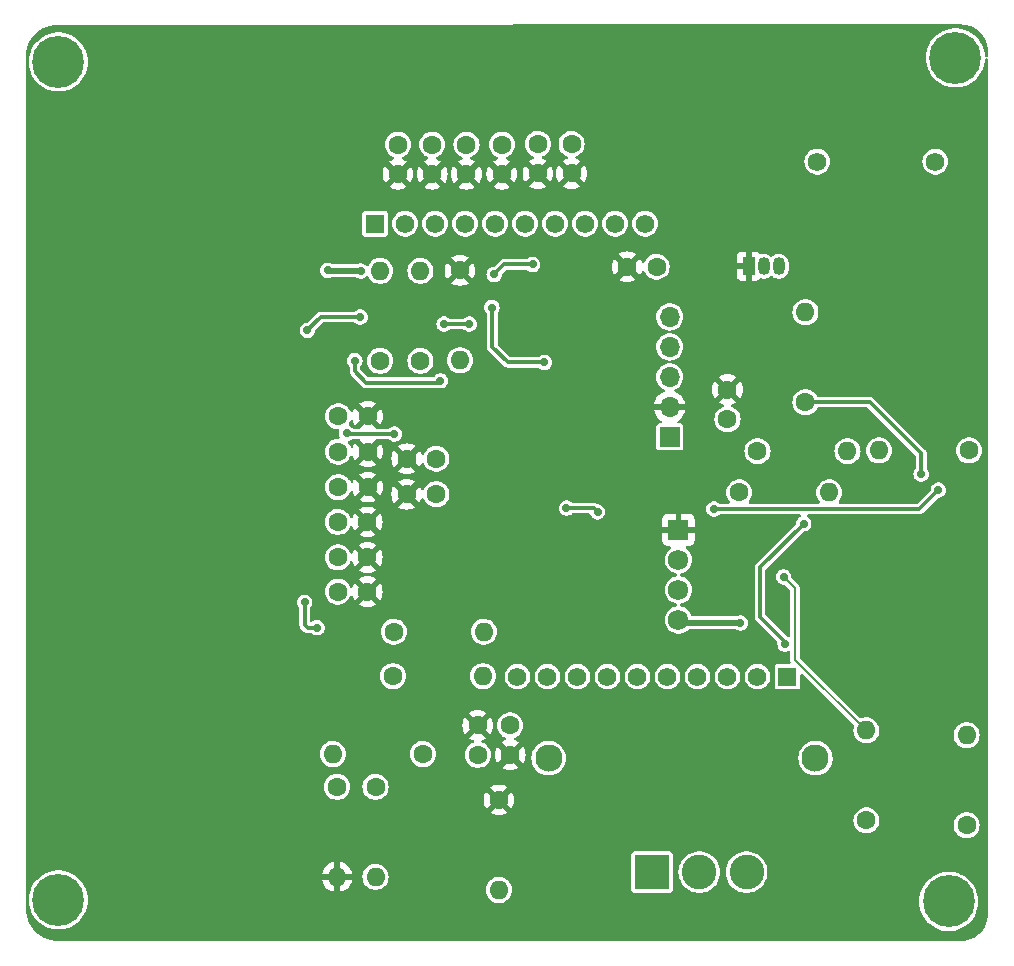
<source format=gbl>
G04 #@! TF.GenerationSoftware,KiCad,Pcbnew,8.0.8*
G04 #@! TF.CreationDate,2025-04-14T10:59:08+01:00*
G04 #@! TF.ProjectId,Bat-mon_v1,4261742d-6d6f-46e5-9f76-312e6b696361,rev?*
G04 #@! TF.SameCoordinates,Original*
G04 #@! TF.FileFunction,Copper,L2,Bot*
G04 #@! TF.FilePolarity,Positive*
%FSLAX46Y46*%
G04 Gerber Fmt 4.6, Leading zero omitted, Abs format (unit mm)*
G04 Created by KiCad (PCBNEW 8.0.8) date 2025-04-14 10:59:08*
%MOMM*%
%LPD*%
G01*
G04 APERTURE LIST*
G04 #@! TA.AperFunction,ComponentPad*
%ADD10C,0.700000*%
G04 #@! TD*
G04 #@! TA.AperFunction,ComponentPad*
%ADD11C,4.400000*%
G04 #@! TD*
G04 #@! TA.AperFunction,ComponentPad*
%ADD12C,1.600000*%
G04 #@! TD*
G04 #@! TA.AperFunction,ComponentPad*
%ADD13O,1.600000X1.600000*%
G04 #@! TD*
G04 #@! TA.AperFunction,ComponentPad*
%ADD14R,1.050000X1.500000*%
G04 #@! TD*
G04 #@! TA.AperFunction,ComponentPad*
%ADD15O,1.050000X1.500000*%
G04 #@! TD*
G04 #@! TA.AperFunction,ComponentPad*
%ADD16C,1.580000*%
G04 #@! TD*
G04 #@! TA.AperFunction,ComponentPad*
%ADD17C,2.300000*%
G04 #@! TD*
G04 #@! TA.AperFunction,ComponentPad*
%ADD18R,1.575000X1.575000*%
G04 #@! TD*
G04 #@! TA.AperFunction,ComponentPad*
%ADD19C,1.575000*%
G04 #@! TD*
G04 #@! TA.AperFunction,ComponentPad*
%ADD20R,1.700000X1.700000*%
G04 #@! TD*
G04 #@! TA.AperFunction,ComponentPad*
%ADD21O,1.700000X1.700000*%
G04 #@! TD*
G04 #@! TA.AperFunction,ComponentPad*
%ADD22R,2.925000X2.925000*%
G04 #@! TD*
G04 #@! TA.AperFunction,ComponentPad*
%ADD23C,2.925000*%
G04 #@! TD*
G04 #@! TA.AperFunction,ComponentPad*
%ADD24R,1.725000X1.725000*%
G04 #@! TD*
G04 #@! TA.AperFunction,ComponentPad*
%ADD25C,1.725000*%
G04 #@! TD*
G04 #@! TA.AperFunction,ViaPad*
%ADD26C,0.700000*%
G04 #@! TD*
G04 #@! TA.AperFunction,Conductor*
%ADD27C,0.300000*%
G04 #@! TD*
G04 #@! TA.AperFunction,Conductor*
%ADD28C,0.500000*%
G04 #@! TD*
G04 #@! TA.AperFunction,Conductor*
%ADD29C,0.200000*%
G04 #@! TD*
G04 APERTURE END LIST*
D10*
X98350000Y-99200000D03*
X98833274Y-98033274D03*
X98833274Y-100366726D03*
X100000000Y-97550000D03*
D11*
X100000000Y-99200000D03*
D10*
X100000000Y-100850000D03*
X101166726Y-98033274D03*
X101166726Y-100366726D03*
X101650000Y-99200000D03*
D12*
X93026726Y-92336726D03*
D13*
X93026726Y-84716726D03*
D12*
X62866726Y-86791726D03*
X62866726Y-84291726D03*
D10*
X22966726Y-99066726D03*
X23450000Y-97900000D03*
X23450000Y-100233452D03*
X24616726Y-97416726D03*
D11*
X24616726Y-99066726D03*
D10*
X24616726Y-100716726D03*
X25783452Y-97900000D03*
X25783452Y-100233452D03*
X26266726Y-99066726D03*
D14*
X83076726Y-45426726D03*
D15*
X84346726Y-45426726D03*
X85616726Y-45426726D03*
D12*
X53006726Y-76366726D03*
D13*
X60626726Y-76366726D03*
D12*
X68066726Y-37566726D03*
X68066726Y-35066726D03*
X50816726Y-58116726D03*
X48316726Y-58116726D03*
X53366726Y-37616726D03*
X53366726Y-35116726D03*
X55466726Y-86716726D03*
D13*
X47846726Y-86716726D03*
D12*
X56616726Y-64716726D03*
X54116726Y-64716726D03*
X50816726Y-64116726D03*
X48316726Y-64116726D03*
X50816726Y-61116726D03*
X48316726Y-61116726D03*
X87866726Y-56926726D03*
D13*
X87866726Y-49306726D03*
D12*
X50766726Y-70066726D03*
X48266726Y-70066726D03*
X65216726Y-37566726D03*
X65216726Y-35066726D03*
X51866726Y-53426726D03*
D13*
X51866726Y-45806726D03*
D16*
X98866726Y-36566726D03*
X88866726Y-36566726D03*
D12*
X52946726Y-80116726D03*
D13*
X60566726Y-80116726D03*
D12*
X82266726Y-64566726D03*
D13*
X89886726Y-64566726D03*
D12*
X50766726Y-72966726D03*
X48266726Y-72966726D03*
D17*
X66116726Y-87066726D03*
X88716726Y-87066726D03*
D18*
X51436726Y-41816726D03*
D19*
X53976726Y-41816726D03*
X56516726Y-41816726D03*
X59056726Y-41816726D03*
X61596726Y-41816726D03*
X64136726Y-41816726D03*
X66676726Y-41816726D03*
X69216726Y-41816726D03*
X71756726Y-41816726D03*
X74296726Y-41816726D03*
D12*
X56266726Y-37616726D03*
X56266726Y-35116726D03*
X101726726Y-61016726D03*
D13*
X94106726Y-61016726D03*
D12*
X61916726Y-90606726D03*
D13*
X61916726Y-98226726D03*
D10*
X98916726Y-27766726D03*
X99400000Y-26600000D03*
X99400000Y-28933452D03*
X100566726Y-26116726D03*
D11*
X100566726Y-27766726D03*
D10*
X100566726Y-29416726D03*
X101733452Y-26600000D03*
X101733452Y-28933452D03*
X102216726Y-27766726D03*
D12*
X59166726Y-37616726D03*
X59166726Y-35116726D03*
D10*
X22966726Y-28116726D03*
X23450000Y-26950000D03*
X23450000Y-29283452D03*
X24616726Y-26466726D03*
D11*
X24616726Y-28116726D03*
D10*
X24616726Y-29766726D03*
X25783452Y-26950000D03*
X25783452Y-29283452D03*
X26266726Y-28116726D03*
D20*
X76366726Y-59856726D03*
D21*
X76366726Y-57316726D03*
X76366726Y-54776726D03*
X76366726Y-52236726D03*
X76366726Y-49696726D03*
D12*
X62166726Y-37616726D03*
X62166726Y-35116726D03*
D18*
X86346726Y-80166726D03*
D19*
X83806726Y-80166726D03*
X81266726Y-80166726D03*
X78726726Y-80166726D03*
X76186726Y-80166726D03*
X73646726Y-80166726D03*
X71106726Y-80166726D03*
X68566726Y-80166726D03*
X66026726Y-80166726D03*
X63486726Y-80166726D03*
D12*
X60116726Y-84291726D03*
X60116726Y-86791726D03*
X56616726Y-61716726D03*
X54116726Y-61716726D03*
X55266726Y-53426726D03*
D13*
X55266726Y-45806726D03*
D12*
X81266726Y-55866726D03*
X81266726Y-58366726D03*
D22*
X74886726Y-96716726D03*
D23*
X78886726Y-96716726D03*
X82886726Y-96716726D03*
D12*
X58616726Y-45756726D03*
D13*
X58616726Y-53376726D03*
D12*
X51466726Y-89496726D03*
D13*
X51466726Y-97116726D03*
D12*
X83806726Y-61066726D03*
D13*
X91426726Y-61066726D03*
D12*
X75266726Y-45466726D03*
X72766726Y-45466726D03*
X101516726Y-92736726D03*
D13*
X101516726Y-85116726D03*
D12*
X48216726Y-89496726D03*
D13*
X48216726Y-97116726D03*
D24*
X77116726Y-67736726D03*
D25*
X77116726Y-70276726D03*
X77116726Y-72816726D03*
X77116726Y-75356726D03*
D12*
X50766726Y-67066726D03*
X48266726Y-67066726D03*
D26*
X57266726Y-50316726D03*
X59416726Y-50316726D03*
X56966726Y-55116726D03*
X49716726Y-53416726D03*
X99166726Y-75400000D03*
X99166726Y-74266726D03*
X66116726Y-48266726D03*
X49066726Y-83866726D03*
X100966726Y-70916726D03*
X93316726Y-73316726D03*
X99166726Y-71866726D03*
X100966726Y-77550000D03*
X33516726Y-33366726D03*
X37816726Y-35366726D03*
X97300000Y-73100000D03*
X48066726Y-78416726D03*
X56166726Y-94341726D03*
X56516726Y-56866726D03*
X99166726Y-69100000D03*
X95876726Y-87976726D03*
X97300000Y-74100000D03*
X100966726Y-78666726D03*
X97366726Y-76516726D03*
X102466726Y-70916726D03*
X91616726Y-72416726D03*
X95300000Y-74100000D03*
X35566726Y-33366726D03*
X35566726Y-35366726D03*
X35566726Y-38266726D03*
X33516726Y-35366726D03*
X98566726Y-87976726D03*
X91616726Y-77316726D03*
X91616726Y-70866726D03*
X91616726Y-69050000D03*
X37816726Y-38266726D03*
X97366726Y-77516726D03*
X37816726Y-33366726D03*
X95316726Y-71866726D03*
X102466726Y-78666726D03*
X97366726Y-69966726D03*
X91616726Y-73316726D03*
X97366726Y-71916726D03*
X95300000Y-75100000D03*
X96300000Y-74100000D03*
X91616726Y-75566726D03*
X93316726Y-77316726D03*
X100966726Y-69966726D03*
X35566726Y-40766726D03*
X99166726Y-76516726D03*
X91616726Y-69916726D03*
X102466726Y-77550000D03*
X100966726Y-75716726D03*
X58766726Y-92641726D03*
X66466726Y-61416726D03*
X37816726Y-40766726D03*
X96300000Y-73100000D03*
X33516726Y-40766726D03*
X99166726Y-73116726D03*
X73366726Y-39016726D03*
X95316726Y-69916726D03*
X97700000Y-82900000D03*
X100966726Y-76516726D03*
X56516726Y-57716726D03*
X97366726Y-70966726D03*
X93316726Y-69050000D03*
X97366726Y-78666726D03*
X91616726Y-74366726D03*
X55166726Y-94341726D03*
X48066726Y-81616726D03*
X37816726Y-43266726D03*
X82516726Y-81866726D03*
X102466726Y-76516726D03*
X99166726Y-78666726D03*
X102466726Y-75716726D03*
X95316726Y-69050000D03*
X69416726Y-63333274D03*
X95316726Y-78616726D03*
X102466726Y-69966726D03*
X99166726Y-69966726D03*
X93316726Y-70866726D03*
X91616726Y-78616726D03*
X66116726Y-50616726D03*
X61866726Y-29866726D03*
X33516726Y-43266726D03*
X96300000Y-75100000D03*
X95316726Y-76466726D03*
X66116726Y-49066726D03*
X95316726Y-70916726D03*
X93700000Y-64700000D03*
X61566726Y-28716726D03*
X93316726Y-75566726D03*
X97316726Y-56266726D03*
X33516726Y-38266726D03*
X95316726Y-77516726D03*
X56516726Y-58616726D03*
X95300000Y-73100000D03*
X58541726Y-93416726D03*
X93316726Y-69916726D03*
X101350000Y-64400000D03*
X96150000Y-64400000D03*
X35566726Y-43266726D03*
X99166726Y-70916726D03*
X93316726Y-76466726D03*
X97366726Y-69100000D03*
X100966726Y-69100000D03*
X97300000Y-75100000D03*
X102466726Y-69100000D03*
X51516726Y-91866726D03*
X93316726Y-74366726D03*
X50216726Y-45816726D03*
X97666726Y-63016726D03*
X70266726Y-66216726D03*
X47416726Y-45766726D03*
X82366726Y-75616726D03*
X67633452Y-65900000D03*
X49016726Y-59566726D03*
X53066726Y-59616726D03*
X86141726Y-77416726D03*
X87716726Y-67216726D03*
X46516726Y-76016726D03*
X50166726Y-49716726D03*
X45466726Y-73866726D03*
X45691726Y-50841726D03*
X80116726Y-65966726D03*
X99116726Y-64366726D03*
X86016726Y-71716726D03*
X61316726Y-48916726D03*
X65766726Y-53566726D03*
X64766726Y-45266726D03*
X61516726Y-46116726D03*
D27*
X70266726Y-66216726D02*
X69950000Y-65900000D01*
X69950000Y-65900000D02*
X67633452Y-65900000D01*
X57266726Y-50316726D02*
X59416726Y-50316726D01*
X50666726Y-55266726D02*
X56816726Y-55266726D01*
X49716726Y-53416726D02*
X49716726Y-54316726D01*
X56816726Y-55266726D02*
X56966726Y-55116726D01*
X49716726Y-54316726D02*
X50666726Y-55266726D01*
X93326726Y-56926726D02*
X87866726Y-56926726D01*
X97666726Y-61266726D02*
X93326726Y-56926726D01*
X53066726Y-59616726D02*
X49066726Y-59616726D01*
D28*
X82366726Y-75616726D02*
X77376726Y-75616726D01*
X47466726Y-45816726D02*
X47416726Y-45766726D01*
X77376726Y-75616726D02*
X77116726Y-75356726D01*
D27*
X97666726Y-63016726D02*
X97666726Y-61266726D01*
X49066726Y-59616726D02*
X49016726Y-59566726D01*
D28*
X50216726Y-45816726D02*
X47466726Y-45816726D01*
D27*
X84016726Y-70916726D02*
X87716726Y-67216726D01*
X86141726Y-77241726D02*
X84016726Y-75116726D01*
X84016726Y-75116726D02*
X84016726Y-70916726D01*
X86141726Y-77416726D02*
X86141726Y-77241726D01*
X45466726Y-73866726D02*
X45466726Y-75766726D01*
X46816726Y-49716726D02*
X50166726Y-49716726D01*
X45691726Y-50841726D02*
X46816726Y-49716726D01*
X45466726Y-75766726D02*
X45716726Y-76016726D01*
X45716726Y-76016726D02*
X46516726Y-76016726D01*
X80116726Y-65966726D02*
X97516726Y-65966726D01*
X97516726Y-65966726D02*
X99116726Y-64366726D01*
D29*
X92966726Y-84716726D02*
X93026726Y-84716726D01*
X86016726Y-71716726D02*
X86966726Y-72666726D01*
X86966726Y-78716726D02*
X92966726Y-84716726D01*
X86966726Y-72666726D02*
X86966726Y-78716726D01*
D27*
X61316726Y-48916726D02*
X61366726Y-48966726D01*
X62716726Y-53566726D02*
X65766726Y-53566726D01*
X61366726Y-48966726D02*
X61366726Y-52216726D01*
X61366726Y-52216726D02*
X62716726Y-53566726D01*
X62366726Y-45266726D02*
X64766726Y-45266726D01*
X61516726Y-46116726D02*
X62366726Y-45266726D01*
G04 #@! TA.AperFunction,Conductor*
G36*
X50136456Y-60086911D02*
G01*
X50157098Y-60103545D01*
X50770280Y-60716726D01*
X50764065Y-60716726D01*
X50662332Y-60743985D01*
X50571120Y-60796646D01*
X50496646Y-60871120D01*
X50443985Y-60962332D01*
X50416726Y-61064065D01*
X50416726Y-61070278D01*
X49737700Y-60391252D01*
X49737699Y-60391252D01*
X49686594Y-60464238D01*
X49686592Y-60464242D01*
X49590460Y-60670399D01*
X49590455Y-60670412D01*
X49581844Y-60702547D01*
X49545478Y-60762207D01*
X49482630Y-60792735D01*
X49413255Y-60784438D01*
X49359378Y-60739952D01*
X49350210Y-60722435D01*
X49349864Y-60722608D01*
X49282134Y-60586589D01*
X49256399Y-60534905D01*
X49142285Y-60383794D01*
X49117594Y-60318434D01*
X49132159Y-60250099D01*
X49181356Y-60200486D01*
X49211566Y-60188671D01*
X49249091Y-60179422D01*
X49388959Y-60106013D01*
X49388960Y-60106011D01*
X49388966Y-60106009D01*
X49397544Y-60098409D01*
X49460776Y-60068689D01*
X49479770Y-60067226D01*
X50069417Y-60067226D01*
X50136456Y-60086911D01*
G37*
G04 #@! TD.AperFunction*
G04 #@! TA.AperFunction,Conductor*
G36*
X50416726Y-58169387D02*
G01*
X50443985Y-58271120D01*
X50496646Y-58362332D01*
X50571120Y-58436806D01*
X50662332Y-58489467D01*
X50764065Y-58516726D01*
X50770279Y-58516726D01*
X50157098Y-59129907D01*
X50095775Y-59163392D01*
X50069417Y-59166226D01*
X49592648Y-59166226D01*
X49525609Y-59146541D01*
X49510421Y-59135042D01*
X49483627Y-59111305D01*
X49388966Y-59027443D01*
X49388963Y-59027440D01*
X49245545Y-58952168D01*
X49195332Y-58903583D01*
X49179358Y-58835564D01*
X49202694Y-58769706D01*
X49204152Y-58767732D01*
X49256399Y-58698547D01*
X49346935Y-58516726D01*
X49349864Y-58510844D01*
X49351489Y-58511653D01*
X49388984Y-58462828D01*
X49454743Y-58439217D01*
X49522829Y-58454906D01*
X49571624Y-58504914D01*
X49581844Y-58530904D01*
X49590455Y-58563040D01*
X49590461Y-58563057D01*
X49686589Y-58769204D01*
X49737700Y-58842198D01*
X50416726Y-58163172D01*
X50416726Y-58169387D01*
G37*
G04 #@! TD.AperFunction*
G04 #@! TA.AperFunction,Conductor*
G36*
X101046398Y-24936267D02*
G01*
X101307289Y-24951972D01*
X101322073Y-24953759D01*
X101575543Y-24999990D01*
X101589997Y-25003536D01*
X101756105Y-25055046D01*
X101836089Y-25079849D01*
X101850035Y-25085111D01*
X102085187Y-25190402D01*
X102098388Y-25197294D01*
X102319204Y-25330042D01*
X102331489Y-25338472D01*
X102534785Y-25496761D01*
X102545964Y-25506599D01*
X102728799Y-25688142D01*
X102738715Y-25699250D01*
X102898437Y-25901413D01*
X102906955Y-25913638D01*
X103041268Y-26133512D01*
X103048260Y-26146678D01*
X103155209Y-26381062D01*
X103160571Y-26394971D01*
X103238623Y-26640505D01*
X103242277Y-26654957D01*
X103290303Y-26908083D01*
X103292196Y-26922869D01*
X103309630Y-27181868D01*
X103309910Y-27190215D01*
X103309846Y-27598754D01*
X103290151Y-27665791D01*
X103237340Y-27711537D01*
X103168180Y-27721470D01*
X103104629Y-27692435D01*
X103066863Y-27633651D01*
X103062091Y-27606521D01*
X103052415Y-27452721D01*
X103052414Y-27452714D01*
X103052414Y-27452711D01*
X102993457Y-27143647D01*
X102896229Y-26844411D01*
X102762263Y-26559719D01*
X102687538Y-26441971D01*
X102593674Y-26294064D01*
X102593671Y-26294060D01*
X102393119Y-26051635D01*
X102393117Y-26051633D01*
X102178978Y-25850542D01*
X102163756Y-25836248D01*
X102163753Y-25836246D01*
X102163747Y-25836241D01*
X101909221Y-25651317D01*
X101909214Y-25651312D01*
X101909210Y-25651310D01*
X101633492Y-25499732D01*
X101633489Y-25499730D01*
X101633484Y-25499728D01*
X101633483Y-25499727D01*
X101340954Y-25383907D01*
X101340951Y-25383906D01*
X101036202Y-25305660D01*
X101036189Y-25305658D01*
X100724055Y-25266226D01*
X100724044Y-25266226D01*
X100409408Y-25266226D01*
X100409396Y-25266226D01*
X100097262Y-25305658D01*
X100097249Y-25305660D01*
X99792500Y-25383906D01*
X99792497Y-25383907D01*
X99499968Y-25499727D01*
X99499967Y-25499728D01*
X99224242Y-25651310D01*
X99224230Y-25651317D01*
X98969704Y-25836241D01*
X98969694Y-25836249D01*
X98740334Y-26051633D01*
X98740332Y-26051635D01*
X98539780Y-26294060D01*
X98539777Y-26294064D01*
X98371190Y-26559716D01*
X98371187Y-26559722D01*
X98237225Y-26844404D01*
X98237223Y-26844409D01*
X98139996Y-27143642D01*
X98081037Y-27452714D01*
X98081036Y-27452721D01*
X98061282Y-27766720D01*
X98061282Y-27766731D01*
X98081036Y-28080730D01*
X98081037Y-28080737D01*
X98139996Y-28389809D01*
X98237223Y-28689042D01*
X98237225Y-28689047D01*
X98371187Y-28973729D01*
X98371190Y-28973735D01*
X98539777Y-29239387D01*
X98539780Y-29239391D01*
X98740332Y-29481816D01*
X98740334Y-29481818D01*
X98969694Y-29697202D01*
X98969704Y-29697210D01*
X99224230Y-29882134D01*
X99224235Y-29882136D01*
X99224242Y-29882142D01*
X99499960Y-30033720D01*
X99499965Y-30033722D01*
X99499967Y-30033723D01*
X99499968Y-30033724D01*
X99792497Y-30149544D01*
X99792500Y-30149545D01*
X100097249Y-30227791D01*
X100097253Y-30227792D01*
X100162736Y-30236064D01*
X100409396Y-30267225D01*
X100409405Y-30267225D01*
X100409408Y-30267226D01*
X100409410Y-30267226D01*
X100724042Y-30267226D01*
X100724044Y-30267226D01*
X100724047Y-30267225D01*
X100724055Y-30267225D01*
X100910319Y-30243694D01*
X101036199Y-30227792D01*
X101340951Y-30149545D01*
X101340954Y-30149544D01*
X101633483Y-30033724D01*
X101633484Y-30033723D01*
X101633482Y-30033723D01*
X101633492Y-30033720D01*
X101909210Y-29882142D01*
X102163756Y-29697204D01*
X102393116Y-29481820D01*
X102593673Y-29239389D01*
X102762263Y-28973733D01*
X102896229Y-28689041D01*
X102993457Y-28389805D01*
X103052414Y-28080741D01*
X103053850Y-28057925D01*
X103062038Y-27927770D01*
X103085892Y-27862098D01*
X103141465Y-27819749D01*
X103211111Y-27814167D01*
X103272719Y-27847125D01*
X103306729Y-27908159D01*
X103309793Y-27935574D01*
X103298466Y-100245349D01*
X103298459Y-100245435D01*
X103298459Y-100295198D01*
X103298233Y-100302686D01*
X103282504Y-100562619D01*
X103280698Y-100577483D01*
X103234434Y-100829908D01*
X103230851Y-100844446D01*
X103154494Y-101089472D01*
X103149184Y-101103472D01*
X103043854Y-101337500D01*
X103036895Y-101350759D01*
X102904124Y-101570385D01*
X102895619Y-101582707D01*
X102737340Y-101784734D01*
X102727410Y-101795942D01*
X102545942Y-101977410D01*
X102534734Y-101987340D01*
X102332707Y-102145619D01*
X102320385Y-102154124D01*
X102100759Y-102286895D01*
X102087500Y-102293854D01*
X101853472Y-102399184D01*
X101839472Y-102404494D01*
X101594446Y-102480851D01*
X101579908Y-102484434D01*
X101327483Y-102530698D01*
X101312619Y-102532504D01*
X101052678Y-102548233D01*
X101045190Y-102548459D01*
X100995256Y-102548459D01*
X100995124Y-102548470D01*
X24620228Y-102566225D01*
X24613246Y-102566030D01*
X24315832Y-102549327D01*
X24302014Y-102547770D01*
X24011772Y-102498456D01*
X23998215Y-102495362D01*
X23715312Y-102413858D01*
X23702188Y-102409265D01*
X23430198Y-102296604D01*
X23417669Y-102290571D01*
X23159999Y-102148161D01*
X23148225Y-102140763D01*
X22908121Y-101970401D01*
X22897249Y-101961731D01*
X22677728Y-101765555D01*
X22667895Y-101755722D01*
X22618545Y-101700499D01*
X22471711Y-101536191D01*
X22463059Y-101525341D01*
X22292682Y-101285218D01*
X22285292Y-101273457D01*
X22187563Y-101096631D01*
X22142875Y-101015774D01*
X22136849Y-101003261D01*
X22043190Y-100777149D01*
X22024184Y-100731264D01*
X22019591Y-100718139D01*
X21938088Y-100435236D01*
X21934994Y-100421679D01*
X21885678Y-100131429D01*
X21884123Y-100117628D01*
X21867421Y-99820232D01*
X21867226Y-99813279D01*
X21867226Y-99133312D01*
X21885681Y-99070463D01*
X22092264Y-99070463D01*
X22110203Y-99098377D01*
X22114981Y-99125526D01*
X22131036Y-99380730D01*
X22131037Y-99380737D01*
X22189996Y-99689809D01*
X22287223Y-99989042D01*
X22287225Y-99989047D01*
X22421187Y-100273729D01*
X22421190Y-100273735D01*
X22589777Y-100539387D01*
X22589780Y-100539391D01*
X22790332Y-100781816D01*
X22790334Y-100781818D01*
X22790336Y-100781820D01*
X22849406Y-100837290D01*
X23019694Y-100997202D01*
X23019704Y-100997210D01*
X23274230Y-101182134D01*
X23274235Y-101182136D01*
X23274242Y-101182142D01*
X23549960Y-101333720D01*
X23549965Y-101333722D01*
X23549967Y-101333723D01*
X23549968Y-101333724D01*
X23842497Y-101449544D01*
X23842500Y-101449545D01*
X24137641Y-101525324D01*
X24147253Y-101527792D01*
X24212736Y-101536064D01*
X24459396Y-101567225D01*
X24459405Y-101567225D01*
X24459408Y-101567226D01*
X24459410Y-101567226D01*
X24774042Y-101567226D01*
X24774044Y-101567226D01*
X24774047Y-101567225D01*
X24774055Y-101567225D01*
X24960319Y-101543694D01*
X25086199Y-101527792D01*
X25390951Y-101449545D01*
X25390954Y-101449544D01*
X25683483Y-101333724D01*
X25683484Y-101333723D01*
X25683482Y-101333723D01*
X25683492Y-101333720D01*
X25959210Y-101182142D01*
X26213756Y-100997204D01*
X26443116Y-100781820D01*
X26643673Y-100539389D01*
X26812263Y-100273733D01*
X26946229Y-99989041D01*
X27043457Y-99689805D01*
X27102414Y-99380741D01*
X27122170Y-99066726D01*
X27122141Y-99066273D01*
X27102415Y-98752721D01*
X27102414Y-98752714D01*
X27102414Y-98752711D01*
X27043457Y-98443647D01*
X26946229Y-98144411D01*
X26924841Y-98098960D01*
X26812264Y-97859722D01*
X26812263Y-97859719D01*
X26718926Y-97712643D01*
X26643674Y-97594064D01*
X26643671Y-97594060D01*
X26443119Y-97351635D01*
X26443117Y-97351633D01*
X26355671Y-97269515D01*
X26213756Y-97136248D01*
X26213753Y-97136246D01*
X26213747Y-97136241D01*
X25959221Y-96951317D01*
X25959214Y-96951312D01*
X25959210Y-96951310D01*
X25805351Y-96866725D01*
X46937853Y-96866725D01*
X46937854Y-96866726D01*
X47901040Y-96866726D01*
X47896646Y-96871120D01*
X47843985Y-96962332D01*
X47816726Y-97064065D01*
X47816726Y-97169387D01*
X47843985Y-97271120D01*
X47896646Y-97362332D01*
X47901040Y-97366726D01*
X46937854Y-97366726D01*
X46990456Y-97563043D01*
X46990460Y-97563052D01*
X47086591Y-97769208D01*
X47217068Y-97955546D01*
X47377905Y-98116383D01*
X47564243Y-98246860D01*
X47770399Y-98342991D01*
X47770408Y-98342995D01*
X47966725Y-98395598D01*
X47966726Y-98395597D01*
X47966726Y-97432412D01*
X47971120Y-97436806D01*
X48062332Y-97489467D01*
X48164065Y-97516726D01*
X48269387Y-97516726D01*
X48371120Y-97489467D01*
X48462332Y-97436806D01*
X48466726Y-97432412D01*
X48466726Y-98395598D01*
X48663043Y-98342995D01*
X48663052Y-98342991D01*
X48869208Y-98246860D01*
X48897963Y-98226725D01*
X60811511Y-98226725D01*
X60811511Y-98226726D01*
X60830328Y-98429808D01*
X60886143Y-98625973D01*
X60886148Y-98625986D01*
X60977053Y-98808547D01*
X61099963Y-98971307D01*
X61250684Y-99108706D01*
X61250686Y-99108708D01*
X61349867Y-99170118D01*
X61424089Y-99216074D01*
X61614270Y-99289750D01*
X61814750Y-99327226D01*
X61814752Y-99327226D01*
X62018700Y-99327226D01*
X62018702Y-99327226D01*
X62219182Y-99289750D01*
X62409363Y-99216074D01*
X62435333Y-99199994D01*
X97494556Y-99199994D01*
X97494556Y-99200005D01*
X97514310Y-99514004D01*
X97514311Y-99514011D01*
X97514312Y-99514015D01*
X97572057Y-99816727D01*
X97573270Y-99823083D01*
X97670497Y-100122316D01*
X97670499Y-100122321D01*
X97804461Y-100407003D01*
X97804464Y-100407009D01*
X97973051Y-100672661D01*
X97973054Y-100672665D01*
X98173606Y-100915090D01*
X98173608Y-100915092D01*
X98173610Y-100915094D01*
X98261055Y-100997210D01*
X98402968Y-101130476D01*
X98402978Y-101130484D01*
X98657504Y-101315408D01*
X98657509Y-101315410D01*
X98657516Y-101315416D01*
X98933234Y-101466994D01*
X98933239Y-101466996D01*
X98933241Y-101466997D01*
X98933242Y-101466998D01*
X99225771Y-101582818D01*
X99225774Y-101582819D01*
X99530523Y-101661065D01*
X99530527Y-101661066D01*
X99596010Y-101669338D01*
X99842670Y-101700499D01*
X99842679Y-101700499D01*
X99842682Y-101700500D01*
X99842684Y-101700500D01*
X100157316Y-101700500D01*
X100157318Y-101700500D01*
X100157321Y-101700499D01*
X100157329Y-101700499D01*
X100343593Y-101676968D01*
X100469473Y-101661066D01*
X100774225Y-101582819D01*
X100805630Y-101570385D01*
X101066757Y-101466998D01*
X101066758Y-101466997D01*
X101066756Y-101466997D01*
X101066766Y-101466994D01*
X101342484Y-101315416D01*
X101597030Y-101130478D01*
X101826390Y-100915094D01*
X102026947Y-100672663D01*
X102195537Y-100407007D01*
X102329503Y-100122315D01*
X102426731Y-99823079D01*
X102485688Y-99514015D01*
X102497440Y-99327226D01*
X102505444Y-99200005D01*
X102505444Y-99199994D01*
X102485689Y-98885995D01*
X102485688Y-98885988D01*
X102485688Y-98885985D01*
X102426731Y-98576921D01*
X102329503Y-98277685D01*
X102305523Y-98226726D01*
X102245401Y-98098959D01*
X102195537Y-97992993D01*
X102111967Y-97861307D01*
X102026948Y-97727338D01*
X102026945Y-97727334D01*
X101826393Y-97484909D01*
X101826391Y-97484907D01*
X101597031Y-97269523D01*
X101597021Y-97269515D01*
X101342495Y-97084591D01*
X101342488Y-97084586D01*
X101342484Y-97084584D01*
X101066766Y-96933006D01*
X101066763Y-96933004D01*
X101066758Y-96933002D01*
X101066757Y-96933001D01*
X100774228Y-96817181D01*
X100774225Y-96817180D01*
X100469476Y-96738934D01*
X100469463Y-96738932D01*
X100157329Y-96699500D01*
X100157318Y-96699500D01*
X99842682Y-96699500D01*
X99842670Y-96699500D01*
X99530536Y-96738932D01*
X99530523Y-96738934D01*
X99225774Y-96817180D01*
X99225771Y-96817181D01*
X98933242Y-96933001D01*
X98933241Y-96933002D01*
X98657516Y-97084584D01*
X98657504Y-97084591D01*
X98402978Y-97269515D01*
X98402968Y-97269523D01*
X98173608Y-97484907D01*
X98173606Y-97484909D01*
X97973054Y-97727334D01*
X97973051Y-97727338D01*
X97804464Y-97992990D01*
X97804461Y-97992996D01*
X97670499Y-98277678D01*
X97670497Y-98277683D01*
X97573270Y-98576916D01*
X97514311Y-98885988D01*
X97514310Y-98885995D01*
X97494556Y-99199994D01*
X62435333Y-99199994D01*
X62582767Y-99108707D01*
X62733490Y-98971305D01*
X62856399Y-98808547D01*
X62947308Y-98625976D01*
X63003123Y-98429809D01*
X63021941Y-98226726D01*
X63021698Y-98224108D01*
X63003123Y-98023643D01*
X62983747Y-97955546D01*
X62947308Y-97827476D01*
X62856399Y-97644905D01*
X62759044Y-97515986D01*
X62733488Y-97482144D01*
X62582767Y-97344745D01*
X62582765Y-97344743D01*
X62409368Y-97237381D01*
X62409361Y-97237377D01*
X62314272Y-97200540D01*
X62219182Y-97163702D01*
X62018702Y-97126226D01*
X61814750Y-97126226D01*
X61614270Y-97163702D01*
X61614267Y-97163702D01*
X61614267Y-97163703D01*
X61424090Y-97237377D01*
X61424083Y-97237381D01*
X61250686Y-97344743D01*
X61250684Y-97344745D01*
X61099963Y-97482144D01*
X60977053Y-97644904D01*
X60886148Y-97827465D01*
X60886143Y-97827478D01*
X60830328Y-98023643D01*
X60811511Y-98226725D01*
X48897963Y-98226725D01*
X49055546Y-98116383D01*
X49216383Y-97955546D01*
X49346860Y-97769208D01*
X49442991Y-97563052D01*
X49442995Y-97563043D01*
X49495598Y-97366726D01*
X48532412Y-97366726D01*
X48536806Y-97362332D01*
X48589467Y-97271120D01*
X48616726Y-97169387D01*
X48616726Y-97116725D01*
X50361511Y-97116725D01*
X50361511Y-97116726D01*
X50380328Y-97319808D01*
X50436143Y-97515973D01*
X50436148Y-97515986D01*
X50527053Y-97698547D01*
X50649963Y-97861307D01*
X50800684Y-97998706D01*
X50800686Y-97998708D01*
X50840958Y-98023643D01*
X50974089Y-98106074D01*
X51164270Y-98179750D01*
X51364750Y-98217226D01*
X51364752Y-98217226D01*
X51568700Y-98217226D01*
X51568702Y-98217226D01*
X51769182Y-98179750D01*
X51959363Y-98106074D01*
X52132767Y-97998707D01*
X52283490Y-97861305D01*
X52406399Y-97698547D01*
X52497308Y-97515976D01*
X52553123Y-97319809D01*
X52571941Y-97116726D01*
X52553123Y-96913643D01*
X52497308Y-96717476D01*
X52496932Y-96716721D01*
X52452998Y-96628490D01*
X52406399Y-96534905D01*
X52283490Y-96372147D01*
X52283488Y-96372144D01*
X52132767Y-96234745D01*
X52132765Y-96234743D01*
X51959368Y-96127381D01*
X51959361Y-96127377D01*
X51864272Y-96090540D01*
X51769182Y-96053702D01*
X51568702Y-96016226D01*
X51364750Y-96016226D01*
X51164270Y-96053702D01*
X51164267Y-96053702D01*
X51164267Y-96053703D01*
X50974090Y-96127377D01*
X50974083Y-96127381D01*
X50800686Y-96234743D01*
X50800684Y-96234745D01*
X50649963Y-96372144D01*
X50527053Y-96534904D01*
X50436148Y-96717465D01*
X50436143Y-96717478D01*
X50380328Y-96913643D01*
X50361511Y-97116725D01*
X48616726Y-97116725D01*
X48616726Y-97064065D01*
X48589467Y-96962332D01*
X48536806Y-96871120D01*
X48532412Y-96866726D01*
X49495598Y-96866726D01*
X49495598Y-96866725D01*
X49442995Y-96670408D01*
X49442991Y-96670399D01*
X49346860Y-96464243D01*
X49216383Y-96277905D01*
X49055546Y-96117068D01*
X48869208Y-95986591D01*
X48663054Y-95890460D01*
X48466726Y-95837853D01*
X48466726Y-96801040D01*
X48462332Y-96796646D01*
X48371120Y-96743985D01*
X48269387Y-96716726D01*
X48164065Y-96716726D01*
X48062332Y-96743985D01*
X47971120Y-96796646D01*
X47966726Y-96801040D01*
X47966726Y-95837853D01*
X47770397Y-95890460D01*
X47564243Y-95986591D01*
X47377905Y-96117068D01*
X47217068Y-96277905D01*
X47086591Y-96464243D01*
X46990460Y-96670399D01*
X46990456Y-96670408D01*
X46937853Y-96866725D01*
X25805351Y-96866725D01*
X25683492Y-96799732D01*
X25683489Y-96799730D01*
X25683484Y-96799728D01*
X25683483Y-96799727D01*
X25390954Y-96683907D01*
X25390951Y-96683906D01*
X25086202Y-96605660D01*
X25086189Y-96605658D01*
X24774055Y-96566226D01*
X24774044Y-96566226D01*
X24459408Y-96566226D01*
X24459396Y-96566226D01*
X24147262Y-96605658D01*
X24147249Y-96605660D01*
X23842500Y-96683906D01*
X23842497Y-96683907D01*
X23549968Y-96799727D01*
X23549967Y-96799728D01*
X23274242Y-96951310D01*
X23274230Y-96951317D01*
X23019704Y-97136241D01*
X23019694Y-97136249D01*
X22790334Y-97351633D01*
X22790332Y-97351635D01*
X22589780Y-97594060D01*
X22589777Y-97594064D01*
X22421190Y-97859716D01*
X22421187Y-97859722D01*
X22287225Y-98144404D01*
X22287223Y-98144409D01*
X22189996Y-98443642D01*
X22131037Y-98752714D01*
X22131036Y-98752721D01*
X22114981Y-99007925D01*
X22092264Y-99070463D01*
X21885681Y-99070463D01*
X21886911Y-99066273D01*
X21890259Y-99063371D01*
X21870290Y-99027534D01*
X21867226Y-99000139D01*
X21867226Y-95209357D01*
X73123726Y-95209357D01*
X73123726Y-98224082D01*
X73123728Y-98224108D01*
X73126639Y-98249213D01*
X73126641Y-98249217D01*
X73172019Y-98351990D01*
X73172020Y-98351991D01*
X73251461Y-98431432D01*
X73354235Y-98476811D01*
X73379361Y-98479726D01*
X76394090Y-98479725D01*
X76394105Y-98479723D01*
X76394108Y-98479723D01*
X76419213Y-98476812D01*
X76419214Y-98476811D01*
X76419217Y-98476811D01*
X76521991Y-98431432D01*
X76601432Y-98351991D01*
X76646811Y-98249217D01*
X76649726Y-98224091D01*
X76649725Y-96716721D01*
X77118782Y-96716721D01*
X77118782Y-96716730D01*
X77138526Y-96980214D01*
X77138527Y-96980219D01*
X77197323Y-97237823D01*
X77197325Y-97237832D01*
X77197327Y-97237837D01*
X77293863Y-97483808D01*
X77425982Y-97712644D01*
X77517559Y-97827478D01*
X77590734Y-97919237D01*
X77703258Y-98023643D01*
X77784431Y-98098960D01*
X78002754Y-98247810D01*
X78240824Y-98362459D01*
X78493321Y-98440344D01*
X78493322Y-98440344D01*
X78493325Y-98440345D01*
X78754599Y-98479725D01*
X78754604Y-98479725D01*
X78754607Y-98479726D01*
X78754608Y-98479726D01*
X79018844Y-98479726D01*
X79018845Y-98479726D01*
X79018865Y-98479723D01*
X79280126Y-98440345D01*
X79280127Y-98440344D01*
X79280131Y-98440344D01*
X79532628Y-98362459D01*
X79770698Y-98247810D01*
X79989021Y-98098960D01*
X80182721Y-97919233D01*
X80347470Y-97712644D01*
X80479589Y-97483808D01*
X80576125Y-97237837D01*
X80634924Y-96980224D01*
X80637091Y-96951310D01*
X80654670Y-96716730D01*
X80654670Y-96716721D01*
X81118782Y-96716721D01*
X81118782Y-96716730D01*
X81138526Y-96980214D01*
X81138527Y-96980219D01*
X81197323Y-97237823D01*
X81197325Y-97237832D01*
X81197327Y-97237837D01*
X81293863Y-97483808D01*
X81425982Y-97712644D01*
X81517559Y-97827478D01*
X81590734Y-97919237D01*
X81703258Y-98023643D01*
X81784431Y-98098960D01*
X82002754Y-98247810D01*
X82240824Y-98362459D01*
X82493321Y-98440344D01*
X82493322Y-98440344D01*
X82493325Y-98440345D01*
X82754599Y-98479725D01*
X82754604Y-98479725D01*
X82754607Y-98479726D01*
X82754608Y-98479726D01*
X83018844Y-98479726D01*
X83018845Y-98479726D01*
X83018865Y-98479723D01*
X83280126Y-98440345D01*
X83280127Y-98440344D01*
X83280131Y-98440344D01*
X83532628Y-98362459D01*
X83770698Y-98247810D01*
X83989021Y-98098960D01*
X84182721Y-97919233D01*
X84347470Y-97712644D01*
X84479589Y-97483808D01*
X84576125Y-97237837D01*
X84634924Y-96980224D01*
X84637091Y-96951310D01*
X84654670Y-96716730D01*
X84654670Y-96716721D01*
X84634925Y-96453237D01*
X84634924Y-96453232D01*
X84634924Y-96453228D01*
X84576125Y-96195615D01*
X84479589Y-95949644D01*
X84347470Y-95720808D01*
X84182721Y-95514219D01*
X84182720Y-95514218D01*
X84182717Y-95514214D01*
X83989021Y-95334492D01*
X83805499Y-95209369D01*
X83770698Y-95185642D01*
X83770695Y-95185641D01*
X83770693Y-95185639D01*
X83532628Y-95070993D01*
X83280132Y-94993108D01*
X83280126Y-94993106D01*
X83018852Y-94953726D01*
X83018845Y-94953726D01*
X82754607Y-94953726D01*
X82754599Y-94953726D01*
X82493325Y-94993106D01*
X82493319Y-94993108D01*
X82240823Y-95070993D01*
X82002758Y-95185639D01*
X81784430Y-95334492D01*
X81590734Y-95514214D01*
X81425982Y-95720808D01*
X81293863Y-95949643D01*
X81197329Y-96195609D01*
X81197323Y-96195628D01*
X81138527Y-96453232D01*
X81138526Y-96453237D01*
X81118782Y-96716721D01*
X80654670Y-96716721D01*
X80634925Y-96453237D01*
X80634924Y-96453232D01*
X80634924Y-96453228D01*
X80576125Y-96195615D01*
X80479589Y-95949644D01*
X80347470Y-95720808D01*
X80182721Y-95514219D01*
X80182720Y-95514218D01*
X80182717Y-95514214D01*
X79989021Y-95334492D01*
X79805499Y-95209369D01*
X79770698Y-95185642D01*
X79770695Y-95185641D01*
X79770693Y-95185639D01*
X79532628Y-95070993D01*
X79280132Y-94993108D01*
X79280126Y-94993106D01*
X79018852Y-94953726D01*
X79018845Y-94953726D01*
X78754607Y-94953726D01*
X78754599Y-94953726D01*
X78493325Y-94993106D01*
X78493319Y-94993108D01*
X78240823Y-95070993D01*
X78002758Y-95185639D01*
X77784430Y-95334492D01*
X77590734Y-95514214D01*
X77425982Y-95720808D01*
X77293863Y-95949643D01*
X77197329Y-96195609D01*
X77197323Y-96195628D01*
X77138527Y-96453232D01*
X77138526Y-96453237D01*
X77118782Y-96716721D01*
X76649725Y-96716721D01*
X76649725Y-95209362D01*
X76649723Y-95209343D01*
X76646812Y-95184238D01*
X76646811Y-95184236D01*
X76646811Y-95184235D01*
X76601432Y-95081461D01*
X76521991Y-95002020D01*
X76501803Y-94993106D01*
X76419218Y-94956641D01*
X76394091Y-94953726D01*
X73379369Y-94953726D01*
X73379343Y-94953728D01*
X73354238Y-94956639D01*
X73354234Y-94956641D01*
X73251461Y-95002019D01*
X73172020Y-95081460D01*
X73126641Y-95184232D01*
X73126641Y-95184234D01*
X73123726Y-95209357D01*
X21867226Y-95209357D01*
X21867226Y-92336725D01*
X91921511Y-92336725D01*
X91921511Y-92336726D01*
X91940328Y-92539808D01*
X91996143Y-92735973D01*
X91996148Y-92735986D01*
X92087053Y-92918547D01*
X92209963Y-93081307D01*
X92360684Y-93218706D01*
X92360686Y-93218708D01*
X92459867Y-93280118D01*
X92534089Y-93326074D01*
X92724270Y-93399750D01*
X92924750Y-93437226D01*
X92924752Y-93437226D01*
X93128700Y-93437226D01*
X93128702Y-93437226D01*
X93329182Y-93399750D01*
X93519363Y-93326074D01*
X93692767Y-93218707D01*
X93843490Y-93081305D01*
X93966399Y-92918547D01*
X94056935Y-92736725D01*
X100411511Y-92736725D01*
X100411511Y-92736726D01*
X100430328Y-92939808D01*
X100486143Y-93135973D01*
X100486148Y-93135986D01*
X100577053Y-93318547D01*
X100699963Y-93481307D01*
X100850684Y-93618706D01*
X100850686Y-93618708D01*
X100949867Y-93680118D01*
X101024089Y-93726074D01*
X101214270Y-93799750D01*
X101414750Y-93837226D01*
X101414752Y-93837226D01*
X101618700Y-93837226D01*
X101618702Y-93837226D01*
X101819182Y-93799750D01*
X102009363Y-93726074D01*
X102182767Y-93618707D01*
X102333490Y-93481305D01*
X102456399Y-93318547D01*
X102547308Y-93135976D01*
X102603123Y-92939809D01*
X102621941Y-92736726D01*
X102621872Y-92735986D01*
X102603123Y-92533643D01*
X102547308Y-92337476D01*
X102546934Y-92336725D01*
X102502998Y-92248490D01*
X102456399Y-92154905D01*
X102333490Y-91992147D01*
X102333488Y-91992144D01*
X102182767Y-91854745D01*
X102182765Y-91854743D01*
X102009368Y-91747381D01*
X102009361Y-91747377D01*
X101850284Y-91685751D01*
X101819182Y-91673702D01*
X101618702Y-91636226D01*
X101414750Y-91636226D01*
X101214270Y-91673702D01*
X101214267Y-91673702D01*
X101214267Y-91673703D01*
X101024090Y-91747377D01*
X101024083Y-91747381D01*
X100850686Y-91854743D01*
X100850684Y-91854745D01*
X100699963Y-91992144D01*
X100577053Y-92154904D01*
X100486148Y-92337465D01*
X100486143Y-92337478D01*
X100430328Y-92533643D01*
X100411511Y-92736725D01*
X94056935Y-92736725D01*
X94057308Y-92735976D01*
X94113123Y-92539809D01*
X94131941Y-92336726D01*
X94113123Y-92133643D01*
X94057308Y-91937476D01*
X94044469Y-91911692D01*
X94005280Y-91832990D01*
X93966399Y-91754905D01*
X93843490Y-91592147D01*
X93843488Y-91592144D01*
X93692767Y-91454745D01*
X93692765Y-91454743D01*
X93519368Y-91347381D01*
X93519361Y-91347377D01*
X93424272Y-91310540D01*
X93329182Y-91273702D01*
X93128702Y-91236226D01*
X92924750Y-91236226D01*
X92724270Y-91273702D01*
X92724267Y-91273702D01*
X92724267Y-91273703D01*
X92534090Y-91347377D01*
X92534083Y-91347381D01*
X92360686Y-91454743D01*
X92360684Y-91454745D01*
X92209963Y-91592144D01*
X92087053Y-91754904D01*
X91996148Y-91937465D01*
X91996143Y-91937478D01*
X91940328Y-92133643D01*
X91921511Y-92336725D01*
X21867226Y-92336725D01*
X21867226Y-90606723D01*
X60611760Y-90606723D01*
X60611760Y-90606728D01*
X60631584Y-90833325D01*
X60631586Y-90833336D01*
X60690456Y-91053043D01*
X60690461Y-91053057D01*
X60786589Y-91259204D01*
X60837700Y-91332198D01*
X61516726Y-90653172D01*
X61516726Y-90659387D01*
X61543985Y-90761120D01*
X61596646Y-90852332D01*
X61671120Y-90926806D01*
X61762332Y-90979467D01*
X61864065Y-91006726D01*
X61870279Y-91006726D01*
X61191252Y-91685751D01*
X61264239Y-91736858D01*
X61264247Y-91736862D01*
X61470394Y-91832990D01*
X61470408Y-91832995D01*
X61690115Y-91891865D01*
X61690126Y-91891867D01*
X61916724Y-91911692D01*
X61916728Y-91911692D01*
X62143325Y-91891867D01*
X62143336Y-91891865D01*
X62363043Y-91832995D01*
X62363057Y-91832990D01*
X62569204Y-91736862D01*
X62642197Y-91685750D01*
X61963173Y-91006726D01*
X61969387Y-91006726D01*
X62071120Y-90979467D01*
X62162332Y-90926806D01*
X62236806Y-90852332D01*
X62289467Y-90761120D01*
X62316726Y-90659387D01*
X62316726Y-90653173D01*
X62995750Y-91332197D01*
X63046862Y-91259204D01*
X63142990Y-91053057D01*
X63142995Y-91053043D01*
X63201865Y-90833336D01*
X63201867Y-90833325D01*
X63221692Y-90606728D01*
X63221692Y-90606723D01*
X63201867Y-90380126D01*
X63201865Y-90380115D01*
X63142995Y-90160408D01*
X63142990Y-90160394D01*
X63046862Y-89954247D01*
X63046858Y-89954239D01*
X62995751Y-89881252D01*
X62316726Y-90560277D01*
X62316726Y-90554065D01*
X62289467Y-90452332D01*
X62236806Y-90361120D01*
X62162332Y-90286646D01*
X62071120Y-90233985D01*
X61969387Y-90206726D01*
X61963171Y-90206726D01*
X62642198Y-89527700D01*
X62569204Y-89476589D01*
X62363057Y-89380461D01*
X62363043Y-89380456D01*
X62143336Y-89321586D01*
X62143325Y-89321584D01*
X61916728Y-89301760D01*
X61916724Y-89301760D01*
X61690126Y-89321584D01*
X61690115Y-89321586D01*
X61470408Y-89380456D01*
X61470399Y-89380460D01*
X61264242Y-89476592D01*
X61264238Y-89476594D01*
X61191252Y-89527699D01*
X61191252Y-89527700D01*
X61870279Y-90206726D01*
X61864065Y-90206726D01*
X61762332Y-90233985D01*
X61671120Y-90286646D01*
X61596646Y-90361120D01*
X61543985Y-90452332D01*
X61516726Y-90554065D01*
X61516726Y-90560278D01*
X60837700Y-89881252D01*
X60837699Y-89881252D01*
X60786594Y-89954238D01*
X60786592Y-89954242D01*
X60690460Y-90160399D01*
X60690456Y-90160408D01*
X60631586Y-90380115D01*
X60631584Y-90380126D01*
X60611760Y-90606723D01*
X21867226Y-90606723D01*
X21867226Y-89496725D01*
X47111511Y-89496725D01*
X47111511Y-89496726D01*
X47130328Y-89699808D01*
X47186143Y-89895973D01*
X47186148Y-89895986D01*
X47277053Y-90078547D01*
X47399963Y-90241307D01*
X47550684Y-90378706D01*
X47550686Y-90378708D01*
X47649867Y-90440118D01*
X47724089Y-90486074D01*
X47914270Y-90559750D01*
X48114750Y-90597226D01*
X48114752Y-90597226D01*
X48318700Y-90597226D01*
X48318702Y-90597226D01*
X48519182Y-90559750D01*
X48709363Y-90486074D01*
X48882767Y-90378707D01*
X49033490Y-90241305D01*
X49156399Y-90078547D01*
X49247308Y-89895976D01*
X49303123Y-89699809D01*
X49321941Y-89496726D01*
X49321941Y-89496725D01*
X50361511Y-89496725D01*
X50361511Y-89496726D01*
X50380328Y-89699808D01*
X50436143Y-89895973D01*
X50436148Y-89895986D01*
X50527053Y-90078547D01*
X50649963Y-90241307D01*
X50800684Y-90378706D01*
X50800686Y-90378708D01*
X50899867Y-90440118D01*
X50974089Y-90486074D01*
X51164270Y-90559750D01*
X51364750Y-90597226D01*
X51364752Y-90597226D01*
X51568700Y-90597226D01*
X51568702Y-90597226D01*
X51769182Y-90559750D01*
X51959363Y-90486074D01*
X52132767Y-90378707D01*
X52283490Y-90241305D01*
X52406399Y-90078547D01*
X52497308Y-89895976D01*
X52553123Y-89699809D01*
X52571941Y-89496726D01*
X52553123Y-89293643D01*
X52497308Y-89097476D01*
X52406399Y-88914905D01*
X52283490Y-88752147D01*
X52283488Y-88752144D01*
X52132767Y-88614745D01*
X52132765Y-88614743D01*
X51959368Y-88507381D01*
X51959361Y-88507377D01*
X51864272Y-88470540D01*
X51769182Y-88433702D01*
X51568702Y-88396226D01*
X51364750Y-88396226D01*
X51164270Y-88433702D01*
X51164267Y-88433702D01*
X51164267Y-88433703D01*
X50974090Y-88507377D01*
X50974083Y-88507381D01*
X50800686Y-88614743D01*
X50800684Y-88614745D01*
X50649963Y-88752144D01*
X50527053Y-88914904D01*
X50436148Y-89097465D01*
X50436143Y-89097478D01*
X50380328Y-89293643D01*
X50361511Y-89496725D01*
X49321941Y-89496725D01*
X49303123Y-89293643D01*
X49247308Y-89097476D01*
X49156399Y-88914905D01*
X49033490Y-88752147D01*
X49033488Y-88752144D01*
X48882767Y-88614745D01*
X48882765Y-88614743D01*
X48709368Y-88507381D01*
X48709361Y-88507377D01*
X48614272Y-88470540D01*
X48519182Y-88433702D01*
X48318702Y-88396226D01*
X48114750Y-88396226D01*
X47914270Y-88433702D01*
X47914267Y-88433702D01*
X47914267Y-88433703D01*
X47724090Y-88507377D01*
X47724083Y-88507381D01*
X47550686Y-88614743D01*
X47550684Y-88614745D01*
X47399963Y-88752144D01*
X47277053Y-88914904D01*
X47186148Y-89097465D01*
X47186143Y-89097478D01*
X47130328Y-89293643D01*
X47111511Y-89496725D01*
X21867226Y-89496725D01*
X21867226Y-86716725D01*
X46741511Y-86716725D01*
X46741511Y-86716726D01*
X46760328Y-86919808D01*
X46816143Y-87115973D01*
X46816148Y-87115986D01*
X46907053Y-87298547D01*
X47029963Y-87461307D01*
X47180684Y-87598706D01*
X47180686Y-87598708D01*
X47279867Y-87660118D01*
X47354089Y-87706074D01*
X47544270Y-87779750D01*
X47744750Y-87817226D01*
X47744752Y-87817226D01*
X47948700Y-87817226D01*
X47948702Y-87817226D01*
X48149182Y-87779750D01*
X48339363Y-87706074D01*
X48512767Y-87598707D01*
X48663490Y-87461305D01*
X48786399Y-87298547D01*
X48877308Y-87115976D01*
X48933123Y-86919809D01*
X48951941Y-86716726D01*
X48951941Y-86716725D01*
X54361511Y-86716725D01*
X54361511Y-86716726D01*
X54380328Y-86919808D01*
X54436143Y-87115973D01*
X54436148Y-87115986D01*
X54527053Y-87298547D01*
X54649963Y-87461307D01*
X54800684Y-87598706D01*
X54800686Y-87598708D01*
X54899867Y-87660118D01*
X54974089Y-87706074D01*
X55164270Y-87779750D01*
X55364750Y-87817226D01*
X55364752Y-87817226D01*
X55568700Y-87817226D01*
X55568702Y-87817226D01*
X55769182Y-87779750D01*
X55959363Y-87706074D01*
X56132767Y-87598707D01*
X56283490Y-87461305D01*
X56406399Y-87298547D01*
X56497308Y-87115976D01*
X56553123Y-86919809D01*
X56571941Y-86716726D01*
X56557893Y-86565126D01*
X56553123Y-86513643D01*
X56518648Y-86392478D01*
X56497308Y-86317476D01*
X56406399Y-86134905D01*
X56303547Y-85998707D01*
X56283488Y-85972144D01*
X56132767Y-85834745D01*
X56132765Y-85834743D01*
X55959368Y-85727381D01*
X55959361Y-85727377D01*
X55864272Y-85690540D01*
X55769182Y-85653702D01*
X55568702Y-85616226D01*
X55364750Y-85616226D01*
X55164270Y-85653702D01*
X55164267Y-85653702D01*
X55164267Y-85653703D01*
X54974090Y-85727377D01*
X54974083Y-85727381D01*
X54800686Y-85834743D01*
X54800684Y-85834745D01*
X54649963Y-85972144D01*
X54527053Y-86134904D01*
X54436148Y-86317465D01*
X54436143Y-86317478D01*
X54380328Y-86513643D01*
X54361511Y-86716725D01*
X48951941Y-86716725D01*
X48937893Y-86565126D01*
X48933123Y-86513643D01*
X48898648Y-86392478D01*
X48877308Y-86317476D01*
X48786399Y-86134905D01*
X48683547Y-85998707D01*
X48663488Y-85972144D01*
X48512767Y-85834745D01*
X48512765Y-85834743D01*
X48339368Y-85727381D01*
X48339361Y-85727377D01*
X48244272Y-85690540D01*
X48149182Y-85653702D01*
X47948702Y-85616226D01*
X47744750Y-85616226D01*
X47544270Y-85653702D01*
X47544267Y-85653702D01*
X47544267Y-85653703D01*
X47354090Y-85727377D01*
X47354083Y-85727381D01*
X47180686Y-85834743D01*
X47180684Y-85834745D01*
X47029963Y-85972144D01*
X46907053Y-86134904D01*
X46816148Y-86317465D01*
X46816143Y-86317478D01*
X46760328Y-86513643D01*
X46741511Y-86716725D01*
X21867226Y-86716725D01*
X21867226Y-84291723D01*
X58811760Y-84291723D01*
X58811760Y-84291728D01*
X58831584Y-84518325D01*
X58831586Y-84518336D01*
X58890456Y-84738043D01*
X58890461Y-84738057D01*
X58986589Y-84944204D01*
X59037700Y-85017198D01*
X59716726Y-84338172D01*
X59716726Y-84344387D01*
X59743985Y-84446120D01*
X59796646Y-84537332D01*
X59871120Y-84611806D01*
X59962332Y-84664467D01*
X60064065Y-84691726D01*
X60070279Y-84691726D01*
X59391252Y-85370751D01*
X59464239Y-85421858D01*
X59464247Y-85421862D01*
X59670394Y-85517990D01*
X59670408Y-85517995D01*
X59710259Y-85528673D01*
X59769919Y-85565038D01*
X59800449Y-85627884D01*
X59792155Y-85697260D01*
X59747670Y-85751138D01*
X59722960Y-85764074D01*
X59624099Y-85802373D01*
X59624083Y-85802381D01*
X59450686Y-85909743D01*
X59450684Y-85909745D01*
X59299963Y-86047144D01*
X59177053Y-86209904D01*
X59086148Y-86392465D01*
X59086143Y-86392478D01*
X59030328Y-86588643D01*
X59011511Y-86791725D01*
X59011511Y-86791726D01*
X59030328Y-86994808D01*
X59086143Y-87190973D01*
X59086148Y-87190986D01*
X59177053Y-87373547D01*
X59299963Y-87536307D01*
X59450684Y-87673706D01*
X59450686Y-87673708D01*
X59549867Y-87735118D01*
X59624089Y-87781074D01*
X59814270Y-87854750D01*
X60014750Y-87892226D01*
X60014752Y-87892226D01*
X60218700Y-87892226D01*
X60218702Y-87892226D01*
X60419182Y-87854750D01*
X60609363Y-87781074D01*
X60782767Y-87673707D01*
X60933490Y-87536305D01*
X61056399Y-87373547D01*
X61147308Y-87190976D01*
X61203123Y-86994809D01*
X61221941Y-86791726D01*
X61221941Y-86791723D01*
X61561760Y-86791723D01*
X61561760Y-86791728D01*
X61581584Y-87018325D01*
X61581586Y-87018336D01*
X61640456Y-87238043D01*
X61640461Y-87238057D01*
X61736589Y-87444204D01*
X61787700Y-87517198D01*
X62466726Y-86838172D01*
X62466726Y-86844387D01*
X62493985Y-86946120D01*
X62546646Y-87037332D01*
X62621120Y-87111806D01*
X62712332Y-87164467D01*
X62814065Y-87191726D01*
X62820279Y-87191726D01*
X62141252Y-87870751D01*
X62214239Y-87921858D01*
X62214247Y-87921862D01*
X62420394Y-88017990D01*
X62420408Y-88017995D01*
X62640115Y-88076865D01*
X62640126Y-88076867D01*
X62866724Y-88096692D01*
X62866728Y-88096692D01*
X63093325Y-88076867D01*
X63093336Y-88076865D01*
X63313043Y-88017995D01*
X63313057Y-88017990D01*
X63519204Y-87921862D01*
X63592197Y-87870750D01*
X62913173Y-87191726D01*
X62919387Y-87191726D01*
X63021120Y-87164467D01*
X63112332Y-87111806D01*
X63186806Y-87037332D01*
X63239467Y-86946120D01*
X63266726Y-86844387D01*
X63266726Y-86838173D01*
X63945750Y-87517197D01*
X63996862Y-87444204D01*
X64092990Y-87238057D01*
X64092995Y-87238043D01*
X64138901Y-87066720D01*
X64661255Y-87066720D01*
X64661255Y-87066731D01*
X64681105Y-87306285D01*
X64740115Y-87539315D01*
X64836677Y-87759455D01*
X64942781Y-87921858D01*
X64968155Y-87960695D01*
X65130962Y-88137551D01*
X65130965Y-88137553D01*
X65130968Y-88137556D01*
X65320650Y-88285192D01*
X65320656Y-88285196D01*
X65320659Y-88285198D01*
X65494125Y-88379073D01*
X65525820Y-88396226D01*
X65532070Y-88399608D01*
X65532073Y-88399609D01*
X65759425Y-88477659D01*
X65759427Y-88477659D01*
X65759429Y-88477660D01*
X65996534Y-88517226D01*
X65996535Y-88517226D01*
X66236917Y-88517226D01*
X66236918Y-88517226D01*
X66474023Y-88477660D01*
X66701382Y-88399608D01*
X66912793Y-88285198D01*
X67102490Y-88137551D01*
X67265297Y-87960695D01*
X67396775Y-87759454D01*
X67493336Y-87539317D01*
X67552346Y-87306289D01*
X67561901Y-87190976D01*
X67572197Y-87066731D01*
X67572197Y-87066720D01*
X87261255Y-87066720D01*
X87261255Y-87066731D01*
X87281105Y-87306285D01*
X87340115Y-87539315D01*
X87436677Y-87759455D01*
X87542781Y-87921858D01*
X87568155Y-87960695D01*
X87730962Y-88137551D01*
X87730965Y-88137553D01*
X87730968Y-88137556D01*
X87920650Y-88285192D01*
X87920656Y-88285196D01*
X87920659Y-88285198D01*
X88094125Y-88379073D01*
X88125820Y-88396226D01*
X88132070Y-88399608D01*
X88132073Y-88399609D01*
X88359425Y-88477659D01*
X88359427Y-88477659D01*
X88359429Y-88477660D01*
X88596534Y-88517226D01*
X88596535Y-88517226D01*
X88836917Y-88517226D01*
X88836918Y-88517226D01*
X89074023Y-88477660D01*
X89301382Y-88399608D01*
X89512793Y-88285198D01*
X89702490Y-88137551D01*
X89865297Y-87960695D01*
X89996775Y-87759454D01*
X90093336Y-87539317D01*
X90152346Y-87306289D01*
X90161901Y-87190976D01*
X90172197Y-87066731D01*
X90172197Y-87066720D01*
X90152346Y-86827166D01*
X90152346Y-86827163D01*
X90093336Y-86594135D01*
X89996775Y-86373998D01*
X89959848Y-86317478D01*
X89889566Y-86209904D01*
X89865297Y-86172757D01*
X89702490Y-85995901D01*
X89702485Y-85995897D01*
X89702483Y-85995895D01*
X89512801Y-85848259D01*
X89512795Y-85848255D01*
X89301383Y-85733844D01*
X89301378Y-85733842D01*
X89074026Y-85655792D01*
X88896194Y-85626117D01*
X88836918Y-85616226D01*
X88596534Y-85616226D01*
X88549113Y-85624139D01*
X88359425Y-85655792D01*
X88132073Y-85733842D01*
X88132068Y-85733844D01*
X87920656Y-85848255D01*
X87920650Y-85848259D01*
X87730968Y-85995895D01*
X87730965Y-85995898D01*
X87568156Y-86172755D01*
X87568153Y-86172759D01*
X87436677Y-86373996D01*
X87340115Y-86594136D01*
X87281105Y-86827166D01*
X87261255Y-87066720D01*
X67572197Y-87066720D01*
X67552346Y-86827166D01*
X67552346Y-86827163D01*
X67493336Y-86594135D01*
X67396775Y-86373998D01*
X67359848Y-86317478D01*
X67289566Y-86209904D01*
X67265297Y-86172757D01*
X67102490Y-85995901D01*
X67102485Y-85995897D01*
X67102483Y-85995895D01*
X66912801Y-85848259D01*
X66912795Y-85848255D01*
X66701383Y-85733844D01*
X66701378Y-85733842D01*
X66474026Y-85655792D01*
X66296194Y-85626117D01*
X66236918Y-85616226D01*
X65996534Y-85616226D01*
X65949113Y-85624139D01*
X65759425Y-85655792D01*
X65532073Y-85733842D01*
X65532068Y-85733844D01*
X65320656Y-85848255D01*
X65320650Y-85848259D01*
X65130968Y-85995895D01*
X65130965Y-85995898D01*
X64968156Y-86172755D01*
X64968153Y-86172759D01*
X64836677Y-86373996D01*
X64740115Y-86594136D01*
X64681105Y-86827166D01*
X64661255Y-87066720D01*
X64138901Y-87066720D01*
X64151865Y-87018336D01*
X64151867Y-87018325D01*
X64171692Y-86791728D01*
X64171692Y-86791723D01*
X64151867Y-86565126D01*
X64151865Y-86565115D01*
X64092995Y-86345408D01*
X64092990Y-86345394D01*
X63996862Y-86139247D01*
X63996858Y-86139239D01*
X63945751Y-86066252D01*
X63266726Y-86745277D01*
X63266726Y-86739065D01*
X63239467Y-86637332D01*
X63186806Y-86546120D01*
X63112332Y-86471646D01*
X63021120Y-86418985D01*
X62919387Y-86391726D01*
X62913171Y-86391726D01*
X63592198Y-85712700D01*
X63519204Y-85661589D01*
X63313057Y-85565461D01*
X63313048Y-85565458D01*
X63273190Y-85554778D01*
X63213530Y-85518412D01*
X63183002Y-85455565D01*
X63191297Y-85386189D01*
X63235783Y-85332312D01*
X63260487Y-85319378D01*
X63359363Y-85281074D01*
X63532767Y-85173707D01*
X63683490Y-85036305D01*
X63806399Y-84873547D01*
X63897308Y-84690976D01*
X63953123Y-84494809D01*
X63971941Y-84291726D01*
X63953123Y-84088643D01*
X63897308Y-83892476D01*
X63806399Y-83709905D01*
X63735656Y-83616226D01*
X63683488Y-83547144D01*
X63532767Y-83409745D01*
X63532765Y-83409743D01*
X63359368Y-83302381D01*
X63359361Y-83302377D01*
X63264272Y-83265540D01*
X63169182Y-83228702D01*
X62968702Y-83191226D01*
X62764750Y-83191226D01*
X62564270Y-83228702D01*
X62564267Y-83228702D01*
X62564267Y-83228703D01*
X62374090Y-83302377D01*
X62374083Y-83302381D01*
X62200686Y-83409743D01*
X62200684Y-83409745D01*
X62049963Y-83547144D01*
X61927053Y-83709904D01*
X61836148Y-83892465D01*
X61836143Y-83892478D01*
X61780328Y-84088643D01*
X61761511Y-84291725D01*
X61761511Y-84291726D01*
X61780328Y-84494808D01*
X61836143Y-84690973D01*
X61836148Y-84690986D01*
X61927053Y-84873547D01*
X62049963Y-85036307D01*
X62200684Y-85173706D01*
X62200686Y-85173708D01*
X62299867Y-85235118D01*
X62374089Y-85281074D01*
X62472959Y-85319376D01*
X62528361Y-85361949D01*
X62551952Y-85427716D01*
X62536241Y-85495796D01*
X62486217Y-85544575D01*
X62460261Y-85554777D01*
X62420414Y-85565454D01*
X62420399Y-85565460D01*
X62214242Y-85661592D01*
X62214238Y-85661594D01*
X62141252Y-85712699D01*
X62141252Y-85712700D01*
X62820279Y-86391726D01*
X62814065Y-86391726D01*
X62712332Y-86418985D01*
X62621120Y-86471646D01*
X62546646Y-86546120D01*
X62493985Y-86637332D01*
X62466726Y-86739065D01*
X62466726Y-86745278D01*
X61787700Y-86066252D01*
X61787699Y-86066252D01*
X61736594Y-86139238D01*
X61736592Y-86139242D01*
X61640460Y-86345399D01*
X61640456Y-86345408D01*
X61581586Y-86565115D01*
X61581584Y-86565126D01*
X61561760Y-86791723D01*
X61221941Y-86791723D01*
X61203123Y-86588643D01*
X61147308Y-86392476D01*
X61056399Y-86209905D01*
X60977987Y-86106070D01*
X60933488Y-86047144D01*
X60782767Y-85909745D01*
X60782765Y-85909743D01*
X60609368Y-85802381D01*
X60609361Y-85802377D01*
X60510491Y-85764075D01*
X60455089Y-85721502D01*
X60431499Y-85655735D01*
X60447210Y-85587654D01*
X60497234Y-85538876D01*
X60523193Y-85528673D01*
X60563041Y-85517996D01*
X60563057Y-85517990D01*
X60769204Y-85421862D01*
X60842197Y-85370750D01*
X60163173Y-84691726D01*
X60169387Y-84691726D01*
X60271120Y-84664467D01*
X60362332Y-84611806D01*
X60436806Y-84537332D01*
X60489467Y-84446120D01*
X60516726Y-84344387D01*
X60516726Y-84338173D01*
X61195750Y-85017197D01*
X61246862Y-84944204D01*
X61342990Y-84738057D01*
X61342995Y-84738043D01*
X61401865Y-84518336D01*
X61401867Y-84518325D01*
X61421692Y-84291728D01*
X61421692Y-84291723D01*
X61401867Y-84065126D01*
X61401865Y-84065115D01*
X61342995Y-83845408D01*
X61342990Y-83845394D01*
X61246862Y-83639247D01*
X61246858Y-83639239D01*
X61195751Y-83566252D01*
X60516726Y-84245277D01*
X60516726Y-84239065D01*
X60489467Y-84137332D01*
X60436806Y-84046120D01*
X60362332Y-83971646D01*
X60271120Y-83918985D01*
X60169387Y-83891726D01*
X60163171Y-83891726D01*
X60842198Y-83212700D01*
X60769204Y-83161589D01*
X60563057Y-83065461D01*
X60563043Y-83065456D01*
X60343336Y-83006586D01*
X60343325Y-83006584D01*
X60116728Y-82986760D01*
X60116724Y-82986760D01*
X59890126Y-83006584D01*
X59890115Y-83006586D01*
X59670408Y-83065456D01*
X59670399Y-83065460D01*
X59464242Y-83161592D01*
X59464238Y-83161594D01*
X59391252Y-83212699D01*
X59391252Y-83212700D01*
X60070279Y-83891726D01*
X60064065Y-83891726D01*
X59962332Y-83918985D01*
X59871120Y-83971646D01*
X59796646Y-84046120D01*
X59743985Y-84137332D01*
X59716726Y-84239065D01*
X59716726Y-84245278D01*
X59037700Y-83566252D01*
X59037699Y-83566252D01*
X58986594Y-83639238D01*
X58986592Y-83639242D01*
X58890460Y-83845399D01*
X58890456Y-83845408D01*
X58831586Y-84065115D01*
X58831584Y-84065126D01*
X58811760Y-84291723D01*
X21867226Y-84291723D01*
X21867226Y-80116725D01*
X51841511Y-80116725D01*
X51841511Y-80116726D01*
X51860328Y-80319808D01*
X51916143Y-80515973D01*
X51916148Y-80515986D01*
X52007053Y-80698547D01*
X52129963Y-80861307D01*
X52280684Y-80998706D01*
X52280686Y-80998708D01*
X52379867Y-81060118D01*
X52454089Y-81106074D01*
X52644270Y-81179750D01*
X52844750Y-81217226D01*
X52844752Y-81217226D01*
X53048700Y-81217226D01*
X53048702Y-81217226D01*
X53249182Y-81179750D01*
X53439363Y-81106074D01*
X53612767Y-80998707D01*
X53763490Y-80861305D01*
X53886399Y-80698547D01*
X53977308Y-80515976D01*
X54033123Y-80319809D01*
X54051941Y-80116726D01*
X54051941Y-80116725D01*
X59461511Y-80116725D01*
X59461511Y-80116726D01*
X59480328Y-80319808D01*
X59536143Y-80515973D01*
X59536148Y-80515986D01*
X59627053Y-80698547D01*
X59749963Y-80861307D01*
X59900684Y-80998706D01*
X59900686Y-80998708D01*
X59999867Y-81060118D01*
X60074089Y-81106074D01*
X60264270Y-81179750D01*
X60464750Y-81217226D01*
X60464752Y-81217226D01*
X60668700Y-81217226D01*
X60668702Y-81217226D01*
X60869182Y-81179750D01*
X61059363Y-81106074D01*
X61232767Y-80998707D01*
X61383490Y-80861305D01*
X61506399Y-80698547D01*
X61597308Y-80515976D01*
X61653123Y-80319809D01*
X61667308Y-80166726D01*
X62394065Y-80166726D01*
X62412669Y-80367497D01*
X62412669Y-80367499D01*
X62412670Y-80367502D01*
X62467850Y-80561441D01*
X62557727Y-80741938D01*
X62679240Y-80902847D01*
X62828251Y-81038688D01*
X62999685Y-81144836D01*
X63187705Y-81217675D01*
X63385908Y-81254726D01*
X63385910Y-81254726D01*
X63587542Y-81254726D01*
X63587544Y-81254726D01*
X63785747Y-81217675D01*
X63973767Y-81144836D01*
X64145201Y-81038688D01*
X64294212Y-80902847D01*
X64415725Y-80741938D01*
X64505602Y-80561441D01*
X64560782Y-80367502D01*
X64579387Y-80166726D01*
X64934065Y-80166726D01*
X64952669Y-80367497D01*
X64952669Y-80367499D01*
X64952670Y-80367502D01*
X65007850Y-80561441D01*
X65097727Y-80741938D01*
X65219240Y-80902847D01*
X65368251Y-81038688D01*
X65539685Y-81144836D01*
X65727705Y-81217675D01*
X65925908Y-81254726D01*
X65925910Y-81254726D01*
X66127542Y-81254726D01*
X66127544Y-81254726D01*
X66325747Y-81217675D01*
X66513767Y-81144836D01*
X66685201Y-81038688D01*
X66834212Y-80902847D01*
X66955725Y-80741938D01*
X67045602Y-80561441D01*
X67100782Y-80367502D01*
X67119387Y-80166726D01*
X67474065Y-80166726D01*
X67492669Y-80367497D01*
X67492669Y-80367499D01*
X67492670Y-80367502D01*
X67547850Y-80561441D01*
X67637727Y-80741938D01*
X67759240Y-80902847D01*
X67908251Y-81038688D01*
X68079685Y-81144836D01*
X68267705Y-81217675D01*
X68465908Y-81254726D01*
X68465910Y-81254726D01*
X68667542Y-81254726D01*
X68667544Y-81254726D01*
X68865747Y-81217675D01*
X69053767Y-81144836D01*
X69225201Y-81038688D01*
X69374212Y-80902847D01*
X69495725Y-80741938D01*
X69585602Y-80561441D01*
X69640782Y-80367502D01*
X69659387Y-80166726D01*
X70014065Y-80166726D01*
X70032669Y-80367497D01*
X70032669Y-80367499D01*
X70032670Y-80367502D01*
X70087850Y-80561441D01*
X70177727Y-80741938D01*
X70299240Y-80902847D01*
X70448251Y-81038688D01*
X70619685Y-81144836D01*
X70807705Y-81217675D01*
X71005908Y-81254726D01*
X71005910Y-81254726D01*
X71207542Y-81254726D01*
X71207544Y-81254726D01*
X71405747Y-81217675D01*
X71593767Y-81144836D01*
X71765201Y-81038688D01*
X71914212Y-80902847D01*
X72035725Y-80741938D01*
X72125602Y-80561441D01*
X72180782Y-80367502D01*
X72199387Y-80166726D01*
X72554065Y-80166726D01*
X72572669Y-80367497D01*
X72572669Y-80367499D01*
X72572670Y-80367502D01*
X72627850Y-80561441D01*
X72717727Y-80741938D01*
X72839240Y-80902847D01*
X72988251Y-81038688D01*
X73159685Y-81144836D01*
X73347705Y-81217675D01*
X73545908Y-81254726D01*
X73545910Y-81254726D01*
X73747542Y-81254726D01*
X73747544Y-81254726D01*
X73945747Y-81217675D01*
X74133767Y-81144836D01*
X74305201Y-81038688D01*
X74454212Y-80902847D01*
X74575725Y-80741938D01*
X74665602Y-80561441D01*
X74720782Y-80367502D01*
X74739387Y-80166726D01*
X75094065Y-80166726D01*
X75112669Y-80367497D01*
X75112669Y-80367499D01*
X75112670Y-80367502D01*
X75167850Y-80561441D01*
X75257727Y-80741938D01*
X75379240Y-80902847D01*
X75528251Y-81038688D01*
X75699685Y-81144836D01*
X75887705Y-81217675D01*
X76085908Y-81254726D01*
X76085910Y-81254726D01*
X76287542Y-81254726D01*
X76287544Y-81254726D01*
X76485747Y-81217675D01*
X76673767Y-81144836D01*
X76845201Y-81038688D01*
X76994212Y-80902847D01*
X77115725Y-80741938D01*
X77205602Y-80561441D01*
X77260782Y-80367502D01*
X77279387Y-80166726D01*
X77634065Y-80166726D01*
X77652669Y-80367497D01*
X77652669Y-80367499D01*
X77652670Y-80367502D01*
X77707850Y-80561441D01*
X77797727Y-80741938D01*
X77919240Y-80902847D01*
X78068251Y-81038688D01*
X78239685Y-81144836D01*
X78427705Y-81217675D01*
X78625908Y-81254726D01*
X78625910Y-81254726D01*
X78827542Y-81254726D01*
X78827544Y-81254726D01*
X79025747Y-81217675D01*
X79213767Y-81144836D01*
X79385201Y-81038688D01*
X79534212Y-80902847D01*
X79655725Y-80741938D01*
X79745602Y-80561441D01*
X79800782Y-80367502D01*
X79819387Y-80166726D01*
X80174065Y-80166726D01*
X80192669Y-80367497D01*
X80192669Y-80367499D01*
X80192670Y-80367502D01*
X80247850Y-80561441D01*
X80337727Y-80741938D01*
X80459240Y-80902847D01*
X80608251Y-81038688D01*
X80779685Y-81144836D01*
X80967705Y-81217675D01*
X81165908Y-81254726D01*
X81165910Y-81254726D01*
X81367542Y-81254726D01*
X81367544Y-81254726D01*
X81565747Y-81217675D01*
X81753767Y-81144836D01*
X81925201Y-81038688D01*
X82074212Y-80902847D01*
X82195725Y-80741938D01*
X82285602Y-80561441D01*
X82340782Y-80367502D01*
X82359387Y-80166726D01*
X82714065Y-80166726D01*
X82732669Y-80367497D01*
X82732669Y-80367499D01*
X82732670Y-80367502D01*
X82787850Y-80561441D01*
X82877727Y-80741938D01*
X82999240Y-80902847D01*
X83148251Y-81038688D01*
X83319685Y-81144836D01*
X83507705Y-81217675D01*
X83705908Y-81254726D01*
X83705910Y-81254726D01*
X83907542Y-81254726D01*
X83907544Y-81254726D01*
X84105747Y-81217675D01*
X84293767Y-81144836D01*
X84465201Y-81038688D01*
X84614212Y-80902847D01*
X84735725Y-80741938D01*
X84825602Y-80561441D01*
X84880782Y-80367502D01*
X84899387Y-80166726D01*
X84880782Y-79965950D01*
X84825602Y-79772011D01*
X84735725Y-79591514D01*
X84614212Y-79430605D01*
X84465201Y-79294764D01*
X84399916Y-79254341D01*
X84293768Y-79188616D01*
X84293766Y-79188615D01*
X84156287Y-79135356D01*
X84105747Y-79115777D01*
X83907544Y-79078726D01*
X83705908Y-79078726D01*
X83507705Y-79115777D01*
X83507702Y-79115777D01*
X83507702Y-79115778D01*
X83319685Y-79188615D01*
X83319683Y-79188616D01*
X83148249Y-79294765D01*
X82999241Y-79430603D01*
X82877727Y-79591513D01*
X82787851Y-79772007D01*
X82732669Y-79965954D01*
X82714065Y-80166726D01*
X82359387Y-80166726D01*
X82340782Y-79965950D01*
X82285602Y-79772011D01*
X82195725Y-79591514D01*
X82074212Y-79430605D01*
X81925201Y-79294764D01*
X81859916Y-79254341D01*
X81753768Y-79188616D01*
X81753766Y-79188615D01*
X81616287Y-79135356D01*
X81565747Y-79115777D01*
X81367544Y-79078726D01*
X81165908Y-79078726D01*
X80967705Y-79115777D01*
X80967702Y-79115777D01*
X80967702Y-79115778D01*
X80779685Y-79188615D01*
X80779683Y-79188616D01*
X80608249Y-79294765D01*
X80459241Y-79430603D01*
X80337727Y-79591513D01*
X80247851Y-79772007D01*
X80192669Y-79965954D01*
X80174065Y-80166726D01*
X79819387Y-80166726D01*
X79800782Y-79965950D01*
X79745602Y-79772011D01*
X79655725Y-79591514D01*
X79534212Y-79430605D01*
X79385201Y-79294764D01*
X79319916Y-79254341D01*
X79213768Y-79188616D01*
X79213766Y-79188615D01*
X79076287Y-79135356D01*
X79025747Y-79115777D01*
X78827544Y-79078726D01*
X78625908Y-79078726D01*
X78427705Y-79115777D01*
X78427702Y-79115777D01*
X78427702Y-79115778D01*
X78239685Y-79188615D01*
X78239683Y-79188616D01*
X78068249Y-79294765D01*
X77919241Y-79430603D01*
X77797727Y-79591513D01*
X77707851Y-79772007D01*
X77652669Y-79965954D01*
X77634065Y-80166726D01*
X77279387Y-80166726D01*
X77260782Y-79965950D01*
X77205602Y-79772011D01*
X77115725Y-79591514D01*
X76994212Y-79430605D01*
X76845201Y-79294764D01*
X76779916Y-79254341D01*
X76673768Y-79188616D01*
X76673766Y-79188615D01*
X76536287Y-79135356D01*
X76485747Y-79115777D01*
X76287544Y-79078726D01*
X76085908Y-79078726D01*
X75887705Y-79115777D01*
X75887702Y-79115777D01*
X75887702Y-79115778D01*
X75699685Y-79188615D01*
X75699683Y-79188616D01*
X75528249Y-79294765D01*
X75379241Y-79430603D01*
X75257727Y-79591513D01*
X75167851Y-79772007D01*
X75112669Y-79965954D01*
X75094065Y-80166726D01*
X74739387Y-80166726D01*
X74720782Y-79965950D01*
X74665602Y-79772011D01*
X74575725Y-79591514D01*
X74454212Y-79430605D01*
X74305201Y-79294764D01*
X74239916Y-79254341D01*
X74133768Y-79188616D01*
X74133766Y-79188615D01*
X73996287Y-79135356D01*
X73945747Y-79115777D01*
X73747544Y-79078726D01*
X73545908Y-79078726D01*
X73347705Y-79115777D01*
X73347702Y-79115777D01*
X73347702Y-79115778D01*
X73159685Y-79188615D01*
X73159683Y-79188616D01*
X72988249Y-79294765D01*
X72839241Y-79430603D01*
X72717727Y-79591513D01*
X72627851Y-79772007D01*
X72572669Y-79965954D01*
X72554065Y-80166726D01*
X72199387Y-80166726D01*
X72180782Y-79965950D01*
X72125602Y-79772011D01*
X72035725Y-79591514D01*
X71914212Y-79430605D01*
X71765201Y-79294764D01*
X71699916Y-79254341D01*
X71593768Y-79188616D01*
X71593766Y-79188615D01*
X71456287Y-79135356D01*
X71405747Y-79115777D01*
X71207544Y-79078726D01*
X71005908Y-79078726D01*
X70807705Y-79115777D01*
X70807702Y-79115777D01*
X70807702Y-79115778D01*
X70619685Y-79188615D01*
X70619683Y-79188616D01*
X70448249Y-79294765D01*
X70299241Y-79430603D01*
X70177727Y-79591513D01*
X70087851Y-79772007D01*
X70032669Y-79965954D01*
X70014065Y-80166726D01*
X69659387Y-80166726D01*
X69640782Y-79965950D01*
X69585602Y-79772011D01*
X69495725Y-79591514D01*
X69374212Y-79430605D01*
X69225201Y-79294764D01*
X69159916Y-79254341D01*
X69053768Y-79188616D01*
X69053766Y-79188615D01*
X68916287Y-79135356D01*
X68865747Y-79115777D01*
X68667544Y-79078726D01*
X68465908Y-79078726D01*
X68267705Y-79115777D01*
X68267702Y-79115777D01*
X68267702Y-79115778D01*
X68079685Y-79188615D01*
X68079683Y-79188616D01*
X67908249Y-79294765D01*
X67759241Y-79430603D01*
X67637727Y-79591513D01*
X67547851Y-79772007D01*
X67492669Y-79965954D01*
X67474065Y-80166726D01*
X67119387Y-80166726D01*
X67100782Y-79965950D01*
X67045602Y-79772011D01*
X66955725Y-79591514D01*
X66834212Y-79430605D01*
X66685201Y-79294764D01*
X66619916Y-79254341D01*
X66513768Y-79188616D01*
X66513766Y-79188615D01*
X66376287Y-79135356D01*
X66325747Y-79115777D01*
X66127544Y-79078726D01*
X65925908Y-79078726D01*
X65727705Y-79115777D01*
X65727702Y-79115777D01*
X65727702Y-79115778D01*
X65539685Y-79188615D01*
X65539683Y-79188616D01*
X65368249Y-79294765D01*
X65219241Y-79430603D01*
X65097727Y-79591513D01*
X65007851Y-79772007D01*
X64952669Y-79965954D01*
X64934065Y-80166726D01*
X64579387Y-80166726D01*
X64560782Y-79965950D01*
X64505602Y-79772011D01*
X64415725Y-79591514D01*
X64294212Y-79430605D01*
X64145201Y-79294764D01*
X64079916Y-79254341D01*
X63973768Y-79188616D01*
X63973766Y-79188615D01*
X63836287Y-79135356D01*
X63785747Y-79115777D01*
X63587544Y-79078726D01*
X63385908Y-79078726D01*
X63187705Y-79115777D01*
X63187702Y-79115777D01*
X63187702Y-79115778D01*
X62999685Y-79188615D01*
X62999683Y-79188616D01*
X62828249Y-79294765D01*
X62679241Y-79430603D01*
X62557727Y-79591513D01*
X62467851Y-79772007D01*
X62412669Y-79965954D01*
X62394065Y-80166726D01*
X61667308Y-80166726D01*
X61671941Y-80116726D01*
X61653123Y-79913643D01*
X61597308Y-79717476D01*
X61506399Y-79534905D01*
X61383490Y-79372147D01*
X61383488Y-79372144D01*
X61232767Y-79234745D01*
X61232765Y-79234743D01*
X61059368Y-79127381D01*
X61059361Y-79127377D01*
X60910847Y-79069843D01*
X60869182Y-79053702D01*
X60668702Y-79016226D01*
X60464750Y-79016226D01*
X60264270Y-79053702D01*
X60264267Y-79053702D01*
X60264267Y-79053703D01*
X60074090Y-79127377D01*
X60074083Y-79127381D01*
X59900686Y-79234743D01*
X59900684Y-79234745D01*
X59749963Y-79372144D01*
X59627053Y-79534904D01*
X59536148Y-79717465D01*
X59536143Y-79717478D01*
X59480328Y-79913643D01*
X59461511Y-80116725D01*
X54051941Y-80116725D01*
X54033123Y-79913643D01*
X53977308Y-79717476D01*
X53886399Y-79534905D01*
X53763490Y-79372147D01*
X53763488Y-79372144D01*
X53612767Y-79234745D01*
X53612765Y-79234743D01*
X53439368Y-79127381D01*
X53439361Y-79127377D01*
X53290847Y-79069843D01*
X53249182Y-79053702D01*
X53048702Y-79016226D01*
X52844750Y-79016226D01*
X52644270Y-79053702D01*
X52644267Y-79053702D01*
X52644267Y-79053703D01*
X52454090Y-79127377D01*
X52454083Y-79127381D01*
X52280686Y-79234743D01*
X52280684Y-79234745D01*
X52129963Y-79372144D01*
X52007053Y-79534904D01*
X51916148Y-79717465D01*
X51916143Y-79717478D01*
X51860328Y-79913643D01*
X51841511Y-80116725D01*
X21867226Y-80116725D01*
X21867226Y-73866725D01*
X44811448Y-73866725D01*
X44811448Y-73866726D01*
X44830488Y-74023544D01*
X44886506Y-74171249D01*
X44886507Y-74171250D01*
X44976244Y-74301258D01*
X44981217Y-74306871D01*
X44979770Y-74308152D01*
X45011576Y-74358846D01*
X45016226Y-74392485D01*
X45016226Y-75826035D01*
X45032964Y-75888502D01*
X45046925Y-75940610D01*
X45046926Y-75940611D01*
X45046927Y-75940613D01*
X45106237Y-76043340D01*
X45440112Y-76377215D01*
X45483495Y-76402262D01*
X45499419Y-76411455D01*
X45499422Y-76411458D01*
X45533663Y-76431226D01*
X45542840Y-76436525D01*
X45657417Y-76467226D01*
X45997243Y-76467226D01*
X46064282Y-76486911D01*
X46079467Y-76498408D01*
X46144486Y-76556009D01*
X46144488Y-76556010D01*
X46284360Y-76629422D01*
X46437740Y-76667226D01*
X46437741Y-76667226D01*
X46595711Y-76667226D01*
X46749091Y-76629422D01*
X46888966Y-76556009D01*
X47007209Y-76451256D01*
X47065556Y-76366725D01*
X51901511Y-76366725D01*
X51901511Y-76366726D01*
X51920328Y-76569808D01*
X51976143Y-76765973D01*
X51976148Y-76765986D01*
X52067053Y-76948547D01*
X52189963Y-77111307D01*
X52340684Y-77248706D01*
X52340686Y-77248708D01*
X52430634Y-77304401D01*
X52514089Y-77356074D01*
X52704270Y-77429750D01*
X52904750Y-77467226D01*
X52904752Y-77467226D01*
X53108700Y-77467226D01*
X53108702Y-77467226D01*
X53309182Y-77429750D01*
X53499363Y-77356074D01*
X53672767Y-77248707D01*
X53823490Y-77111305D01*
X53946399Y-76948547D01*
X54037308Y-76765976D01*
X54093123Y-76569809D01*
X54111941Y-76366726D01*
X54111941Y-76366725D01*
X59521511Y-76366725D01*
X59521511Y-76366726D01*
X59540328Y-76569808D01*
X59596143Y-76765973D01*
X59596148Y-76765986D01*
X59687053Y-76948547D01*
X59809963Y-77111307D01*
X59960684Y-77248706D01*
X59960686Y-77248708D01*
X60050634Y-77304401D01*
X60134089Y-77356074D01*
X60324270Y-77429750D01*
X60524750Y-77467226D01*
X60524752Y-77467226D01*
X60728700Y-77467226D01*
X60728702Y-77467226D01*
X60929182Y-77429750D01*
X61119363Y-77356074D01*
X61292767Y-77248707D01*
X61443490Y-77111305D01*
X61566399Y-76948547D01*
X61657308Y-76765976D01*
X61713123Y-76569809D01*
X61731941Y-76366726D01*
X61713123Y-76163643D01*
X61657308Y-75967476D01*
X61643930Y-75940610D01*
X61586879Y-75826035D01*
X61566399Y-75784905D01*
X61443490Y-75622147D01*
X61443488Y-75622144D01*
X61292767Y-75484745D01*
X61292765Y-75484743D01*
X61119368Y-75377381D01*
X61119361Y-75377377D01*
X61024272Y-75340540D01*
X60929182Y-75303702D01*
X60728702Y-75266226D01*
X60524750Y-75266226D01*
X60324270Y-75303702D01*
X60324267Y-75303702D01*
X60324267Y-75303703D01*
X60134090Y-75377377D01*
X60134083Y-75377381D01*
X59960686Y-75484743D01*
X59960684Y-75484745D01*
X59809963Y-75622144D01*
X59687053Y-75784904D01*
X59596148Y-75967465D01*
X59596143Y-75967478D01*
X59540328Y-76163643D01*
X59521511Y-76366725D01*
X54111941Y-76366725D01*
X54093123Y-76163643D01*
X54037308Y-75967476D01*
X54023930Y-75940610D01*
X53966879Y-75826035D01*
X53946399Y-75784905D01*
X53823490Y-75622147D01*
X53823488Y-75622144D01*
X53672767Y-75484745D01*
X53672765Y-75484743D01*
X53499368Y-75377381D01*
X53499361Y-75377377D01*
X53404272Y-75340540D01*
X53309182Y-75303702D01*
X53108702Y-75266226D01*
X52904750Y-75266226D01*
X52704270Y-75303702D01*
X52704267Y-75303702D01*
X52704267Y-75303703D01*
X52514090Y-75377377D01*
X52514083Y-75377381D01*
X52340686Y-75484743D01*
X52340684Y-75484745D01*
X52189963Y-75622144D01*
X52067053Y-75784904D01*
X51976148Y-75967465D01*
X51976143Y-75967478D01*
X51920328Y-76163643D01*
X51901511Y-76366725D01*
X47065556Y-76366725D01*
X47096946Y-76321249D01*
X47152963Y-76173544D01*
X47172004Y-76016726D01*
X47166524Y-75971589D01*
X47152963Y-75859907D01*
X47122145Y-75778648D01*
X47096946Y-75712203D01*
X47007209Y-75582196D01*
X46888966Y-75477443D01*
X46888964Y-75477442D01*
X46888963Y-75477441D01*
X46749091Y-75404029D01*
X46595712Y-75366226D01*
X46595711Y-75366226D01*
X46437741Y-75366226D01*
X46437740Y-75366226D01*
X46284360Y-75404029D01*
X46144487Y-75477441D01*
X46144485Y-75477443D01*
X46123451Y-75496077D01*
X46060217Y-75525797D01*
X45990954Y-75516612D01*
X45937652Y-75471439D01*
X45917233Y-75404619D01*
X45917226Y-75403260D01*
X45917226Y-74392485D01*
X45936911Y-74325446D01*
X45952572Y-74307170D01*
X45952235Y-74306871D01*
X45957207Y-74301258D01*
X45957207Y-74301257D01*
X45957209Y-74301256D01*
X46046946Y-74171249D01*
X46102963Y-74023544D01*
X46122004Y-73866726D01*
X46102963Y-73709908D01*
X46096246Y-73692198D01*
X46081718Y-73653890D01*
X46046946Y-73562203D01*
X45957209Y-73432196D01*
X45838966Y-73327443D01*
X45838964Y-73327442D01*
X45838963Y-73327441D01*
X45699091Y-73254029D01*
X45545712Y-73216226D01*
X45545711Y-73216226D01*
X45387741Y-73216226D01*
X45387740Y-73216226D01*
X45234360Y-73254029D01*
X45094488Y-73327441D01*
X44976242Y-73432197D01*
X44886507Y-73562201D01*
X44886506Y-73562202D01*
X44830488Y-73709907D01*
X44811448Y-73866725D01*
X21867226Y-73866725D01*
X21867226Y-72966725D01*
X47161511Y-72966725D01*
X47161511Y-72966726D01*
X47180328Y-73169808D01*
X47236143Y-73365973D01*
X47236148Y-73365986D01*
X47327053Y-73548547D01*
X47449963Y-73711307D01*
X47600684Y-73848706D01*
X47600686Y-73848708D01*
X47699867Y-73910118D01*
X47774089Y-73956074D01*
X47964270Y-74029750D01*
X48164750Y-74067226D01*
X48164752Y-74067226D01*
X48368700Y-74067226D01*
X48368702Y-74067226D01*
X48569182Y-74029750D01*
X48759363Y-73956074D01*
X48932767Y-73848707D01*
X49083490Y-73711305D01*
X49206399Y-73548547D01*
X49296935Y-73366726D01*
X49299864Y-73360844D01*
X49301489Y-73361653D01*
X49338984Y-73312828D01*
X49404743Y-73289217D01*
X49472829Y-73304906D01*
X49521624Y-73354914D01*
X49531844Y-73380904D01*
X49540455Y-73413040D01*
X49540461Y-73413057D01*
X49636589Y-73619204D01*
X49687700Y-73692198D01*
X50366726Y-73013172D01*
X50366726Y-73019387D01*
X50393985Y-73121120D01*
X50446646Y-73212332D01*
X50521120Y-73286806D01*
X50612332Y-73339467D01*
X50714065Y-73366726D01*
X50720279Y-73366726D01*
X50041252Y-74045751D01*
X50114239Y-74096858D01*
X50114247Y-74096862D01*
X50320394Y-74192990D01*
X50320408Y-74192995D01*
X50540115Y-74251865D01*
X50540126Y-74251867D01*
X50766724Y-74271692D01*
X50766728Y-74271692D01*
X50993325Y-74251867D01*
X50993336Y-74251865D01*
X51213043Y-74192995D01*
X51213057Y-74192990D01*
X51419204Y-74096862D01*
X51492197Y-74045750D01*
X50813173Y-73366726D01*
X50819387Y-73366726D01*
X50921120Y-73339467D01*
X51012332Y-73286806D01*
X51086806Y-73212332D01*
X51139467Y-73121120D01*
X51166726Y-73019387D01*
X51166726Y-73013173D01*
X51845750Y-73692197D01*
X51896862Y-73619204D01*
X51992990Y-73413057D01*
X51992995Y-73413043D01*
X52051865Y-73193336D01*
X52051867Y-73193325D01*
X52071692Y-72966728D01*
X52071692Y-72966723D01*
X52051867Y-72740126D01*
X52051865Y-72740115D01*
X51992995Y-72520408D01*
X51992990Y-72520394D01*
X51896862Y-72314247D01*
X51896858Y-72314239D01*
X51845751Y-72241252D01*
X51166726Y-72920277D01*
X51166726Y-72914065D01*
X51139467Y-72812332D01*
X51086806Y-72721120D01*
X51012332Y-72646646D01*
X50921120Y-72593985D01*
X50819387Y-72566726D01*
X50813171Y-72566726D01*
X51492198Y-71887700D01*
X51419204Y-71836589D01*
X51213057Y-71740461D01*
X51213043Y-71740456D01*
X50993336Y-71681586D01*
X50993325Y-71681584D01*
X50766728Y-71661760D01*
X50766724Y-71661760D01*
X50540126Y-71681584D01*
X50540115Y-71681586D01*
X50320408Y-71740456D01*
X50320399Y-71740460D01*
X50114242Y-71836592D01*
X50114238Y-71836594D01*
X50041252Y-71887699D01*
X50041252Y-71887700D01*
X50720279Y-72566726D01*
X50714065Y-72566726D01*
X50612332Y-72593985D01*
X50521120Y-72646646D01*
X50446646Y-72721120D01*
X50393985Y-72812332D01*
X50366726Y-72914065D01*
X50366726Y-72920278D01*
X49687700Y-72241252D01*
X49687699Y-72241252D01*
X49636594Y-72314238D01*
X49636592Y-72314242D01*
X49540460Y-72520399D01*
X49540455Y-72520412D01*
X49531844Y-72552547D01*
X49495478Y-72612207D01*
X49432630Y-72642735D01*
X49363255Y-72634438D01*
X49309378Y-72589952D01*
X49300210Y-72572435D01*
X49299864Y-72572608D01*
X49224277Y-72420810D01*
X49206399Y-72384905D01*
X49109062Y-72256010D01*
X49083488Y-72222144D01*
X48932767Y-72084745D01*
X48932765Y-72084743D01*
X48759368Y-71977381D01*
X48759361Y-71977377D01*
X48664272Y-71940540D01*
X48569182Y-71903702D01*
X48368702Y-71866226D01*
X48164750Y-71866226D01*
X47964270Y-71903702D01*
X47964267Y-71903702D01*
X47964267Y-71903703D01*
X47774090Y-71977377D01*
X47774083Y-71977381D01*
X47600686Y-72084743D01*
X47600684Y-72084745D01*
X47449963Y-72222144D01*
X47327053Y-72384904D01*
X47236148Y-72567465D01*
X47236146Y-72567471D01*
X47236144Y-72567476D01*
X47214731Y-72642735D01*
X47180328Y-72763643D01*
X47161511Y-72966725D01*
X21867226Y-72966725D01*
X21867226Y-70066725D01*
X47161511Y-70066725D01*
X47161511Y-70066726D01*
X47180328Y-70269808D01*
X47236143Y-70465973D01*
X47236148Y-70465986D01*
X47327053Y-70648547D01*
X47449963Y-70811307D01*
X47600684Y-70948706D01*
X47600686Y-70948708D01*
X47699867Y-71010118D01*
X47774089Y-71056074D01*
X47964270Y-71129750D01*
X48164750Y-71167226D01*
X48164752Y-71167226D01*
X48368700Y-71167226D01*
X48368702Y-71167226D01*
X48569182Y-71129750D01*
X48759363Y-71056074D01*
X48932767Y-70948707D01*
X49083490Y-70811305D01*
X49206399Y-70648547D01*
X49273873Y-70513040D01*
X49299864Y-70460844D01*
X49301489Y-70461653D01*
X49338984Y-70412828D01*
X49404743Y-70389217D01*
X49472829Y-70404906D01*
X49521624Y-70454914D01*
X49531844Y-70480904D01*
X49540455Y-70513040D01*
X49540461Y-70513057D01*
X49636589Y-70719204D01*
X49687700Y-70792198D01*
X50366726Y-70113172D01*
X50366726Y-70119387D01*
X50393985Y-70221120D01*
X50446646Y-70312332D01*
X50521120Y-70386806D01*
X50612332Y-70439467D01*
X50714065Y-70466726D01*
X50720279Y-70466726D01*
X50041252Y-71145751D01*
X50114239Y-71196858D01*
X50114247Y-71196862D01*
X50320394Y-71292990D01*
X50320408Y-71292995D01*
X50540115Y-71351865D01*
X50540126Y-71351867D01*
X50766724Y-71371692D01*
X50766728Y-71371692D01*
X50993325Y-71351867D01*
X50993336Y-71351865D01*
X51213043Y-71292995D01*
X51213057Y-71292990D01*
X51419204Y-71196862D01*
X51492197Y-71145750D01*
X50813173Y-70466726D01*
X50819387Y-70466726D01*
X50921120Y-70439467D01*
X51012332Y-70386806D01*
X51086806Y-70312332D01*
X51139467Y-70221120D01*
X51166726Y-70119387D01*
X51166726Y-70113173D01*
X51845750Y-70792197D01*
X51896862Y-70719204D01*
X51992990Y-70513057D01*
X51992995Y-70513043D01*
X52051865Y-70293336D01*
X52051867Y-70293325D01*
X52071692Y-70066728D01*
X52071692Y-70066723D01*
X52051867Y-69840126D01*
X52051865Y-69840115D01*
X51992995Y-69620408D01*
X51992990Y-69620394D01*
X51896862Y-69414247D01*
X51896858Y-69414239D01*
X51845751Y-69341252D01*
X51166726Y-70020277D01*
X51166726Y-70014065D01*
X51139467Y-69912332D01*
X51086806Y-69821120D01*
X51012332Y-69746646D01*
X50921120Y-69693985D01*
X50819387Y-69666726D01*
X50813171Y-69666726D01*
X51492198Y-68987700D01*
X51419204Y-68936589D01*
X51213057Y-68840461D01*
X51213043Y-68840456D01*
X50993336Y-68781586D01*
X50993325Y-68781584D01*
X50766728Y-68761760D01*
X50766724Y-68761760D01*
X50540126Y-68781584D01*
X50540115Y-68781586D01*
X50320408Y-68840456D01*
X50320399Y-68840460D01*
X50114242Y-68936592D01*
X50114238Y-68936594D01*
X50041252Y-68987699D01*
X50041252Y-68987700D01*
X50720279Y-69666726D01*
X50714065Y-69666726D01*
X50612332Y-69693985D01*
X50521120Y-69746646D01*
X50446646Y-69821120D01*
X50393985Y-69912332D01*
X50366726Y-70014065D01*
X50366726Y-70020278D01*
X49687700Y-69341252D01*
X49687699Y-69341252D01*
X49636594Y-69414238D01*
X49636592Y-69414242D01*
X49540460Y-69620399D01*
X49540455Y-69620412D01*
X49531844Y-69652547D01*
X49495478Y-69712207D01*
X49432630Y-69742735D01*
X49363255Y-69734438D01*
X49309378Y-69689952D01*
X49300210Y-69672435D01*
X49299864Y-69672608D01*
X49208867Y-69489862D01*
X49206399Y-69484905D01*
X49100488Y-69344656D01*
X49083488Y-69322144D01*
X48932767Y-69184745D01*
X48932765Y-69184743D01*
X48759368Y-69077381D01*
X48759361Y-69077377D01*
X48664272Y-69040540D01*
X48569182Y-69003702D01*
X48368702Y-68966226D01*
X48164750Y-68966226D01*
X47964270Y-69003702D01*
X47964267Y-69003702D01*
X47964267Y-69003703D01*
X47774090Y-69077377D01*
X47774083Y-69077381D01*
X47600686Y-69184743D01*
X47600684Y-69184745D01*
X47449963Y-69322144D01*
X47327053Y-69484904D01*
X47236148Y-69667465D01*
X47236143Y-69667478D01*
X47180328Y-69863643D01*
X47161511Y-70066725D01*
X21867226Y-70066725D01*
X21867226Y-67066725D01*
X47161511Y-67066725D01*
X47161511Y-67066726D01*
X47180328Y-67269808D01*
X47236143Y-67465973D01*
X47236148Y-67465986D01*
X47327053Y-67648547D01*
X47449963Y-67811307D01*
X47600684Y-67948706D01*
X47600686Y-67948708D01*
X47662088Y-67986726D01*
X47774089Y-68056074D01*
X47964270Y-68129750D01*
X48164750Y-68167226D01*
X48164752Y-68167226D01*
X48368700Y-68167226D01*
X48368702Y-68167226D01*
X48569182Y-68129750D01*
X48759363Y-68056074D01*
X48932767Y-67948707D01*
X49063617Y-67829422D01*
X49083488Y-67811307D01*
X49083490Y-67811305D01*
X49206399Y-67648547D01*
X49269785Y-67521250D01*
X49299864Y-67460844D01*
X49301489Y-67461653D01*
X49338984Y-67412828D01*
X49404743Y-67389217D01*
X49472829Y-67404906D01*
X49521624Y-67454914D01*
X49531844Y-67480904D01*
X49540455Y-67513040D01*
X49540461Y-67513057D01*
X49636589Y-67719204D01*
X49687700Y-67792198D01*
X50366726Y-67113172D01*
X50366726Y-67119387D01*
X50393985Y-67221120D01*
X50446646Y-67312332D01*
X50521120Y-67386806D01*
X50612332Y-67439467D01*
X50714065Y-67466726D01*
X50720279Y-67466726D01*
X50041252Y-68145751D01*
X50114239Y-68196858D01*
X50114247Y-68196862D01*
X50320394Y-68292990D01*
X50320408Y-68292995D01*
X50540115Y-68351865D01*
X50540126Y-68351867D01*
X50766724Y-68371692D01*
X50766728Y-68371692D01*
X50993325Y-68351867D01*
X50993336Y-68351865D01*
X51213043Y-68292995D01*
X51213057Y-68292990D01*
X51419204Y-68196862D01*
X51492197Y-68145750D01*
X50813173Y-67466726D01*
X50819387Y-67466726D01*
X50921120Y-67439467D01*
X51012332Y-67386806D01*
X51086806Y-67312332D01*
X51139467Y-67221120D01*
X51166726Y-67119387D01*
X51166726Y-67113173D01*
X51845750Y-67792197D01*
X51896862Y-67719204D01*
X51992990Y-67513057D01*
X51992995Y-67513043D01*
X52051865Y-67293336D01*
X52051867Y-67293325D01*
X52071692Y-67066728D01*
X52071692Y-67066723D01*
X52051867Y-66840126D01*
X52051865Y-66840115D01*
X51992995Y-66620408D01*
X51992990Y-66620394D01*
X51896862Y-66414247D01*
X51896858Y-66414239D01*
X51845751Y-66341252D01*
X51166726Y-67020277D01*
X51166726Y-67014065D01*
X51139467Y-66912332D01*
X51086806Y-66821120D01*
X51012332Y-66746646D01*
X50921120Y-66693985D01*
X50819387Y-66666726D01*
X50813171Y-66666726D01*
X51492198Y-65987700D01*
X51419204Y-65936589D01*
X51213057Y-65840461D01*
X51213043Y-65840456D01*
X50993336Y-65781586D01*
X50993325Y-65781584D01*
X50766728Y-65761760D01*
X50766724Y-65761760D01*
X50540126Y-65781584D01*
X50540115Y-65781586D01*
X50320408Y-65840456D01*
X50320399Y-65840460D01*
X50114242Y-65936592D01*
X50114238Y-65936594D01*
X50041252Y-65987699D01*
X50041252Y-65987700D01*
X50720279Y-66666726D01*
X50714065Y-66666726D01*
X50612332Y-66693985D01*
X50521120Y-66746646D01*
X50446646Y-66821120D01*
X50393985Y-66912332D01*
X50366726Y-67014065D01*
X50366726Y-67020278D01*
X49687700Y-66341252D01*
X49687699Y-66341252D01*
X49636594Y-66414238D01*
X49636592Y-66414242D01*
X49540460Y-66620399D01*
X49540455Y-66620412D01*
X49531844Y-66652547D01*
X49495478Y-66712207D01*
X49432630Y-66742735D01*
X49363255Y-66734438D01*
X49309378Y-66689952D01*
X49300210Y-66672435D01*
X49299864Y-66672608D01*
X49224497Y-66521251D01*
X49206399Y-66484905D01*
X49104901Y-66350500D01*
X49083488Y-66322144D01*
X48932767Y-66184745D01*
X48932765Y-66184743D01*
X48759368Y-66077381D01*
X48759361Y-66077377D01*
X48615620Y-66021692D01*
X48569182Y-66003702D01*
X48368702Y-65966226D01*
X48164750Y-65966226D01*
X47964270Y-66003702D01*
X47964267Y-66003702D01*
X47964267Y-66003703D01*
X47774090Y-66077377D01*
X47774083Y-66077381D01*
X47600686Y-66184743D01*
X47600684Y-66184745D01*
X47449963Y-66322144D01*
X47327053Y-66484904D01*
X47236148Y-66667465D01*
X47236143Y-66667478D01*
X47180328Y-66863643D01*
X47161511Y-67066725D01*
X21867226Y-67066725D01*
X21867226Y-64116725D01*
X47211511Y-64116725D01*
X47211511Y-64116726D01*
X47230328Y-64319808D01*
X47286143Y-64515973D01*
X47286148Y-64515986D01*
X47377053Y-64698547D01*
X47499963Y-64861307D01*
X47650684Y-64998706D01*
X47650686Y-64998708D01*
X47731929Y-65049011D01*
X47824089Y-65106074D01*
X48014270Y-65179750D01*
X48214750Y-65217226D01*
X48214752Y-65217226D01*
X48418700Y-65217226D01*
X48418702Y-65217226D01*
X48619182Y-65179750D01*
X48809363Y-65106074D01*
X48982767Y-64998707D01*
X49110848Y-64881945D01*
X49133488Y-64861307D01*
X49133490Y-64861305D01*
X49256399Y-64698547D01*
X49346935Y-64516726D01*
X49349864Y-64510844D01*
X49351489Y-64511653D01*
X49388984Y-64462828D01*
X49454743Y-64439217D01*
X49522829Y-64454906D01*
X49571624Y-64504914D01*
X49581844Y-64530904D01*
X49590455Y-64563040D01*
X49590461Y-64563057D01*
X49686589Y-64769204D01*
X49737700Y-64842198D01*
X50416726Y-64163172D01*
X50416726Y-64169387D01*
X50443985Y-64271120D01*
X50496646Y-64362332D01*
X50571120Y-64436806D01*
X50662332Y-64489467D01*
X50764065Y-64516726D01*
X50770279Y-64516726D01*
X50091252Y-65195751D01*
X50164239Y-65246858D01*
X50164247Y-65246862D01*
X50370394Y-65342990D01*
X50370408Y-65342995D01*
X50590115Y-65401865D01*
X50590126Y-65401867D01*
X50816724Y-65421692D01*
X50816728Y-65421692D01*
X51043325Y-65401867D01*
X51043336Y-65401865D01*
X51263043Y-65342995D01*
X51263057Y-65342990D01*
X51469204Y-65246862D01*
X51542197Y-65195750D01*
X50863173Y-64516726D01*
X50869387Y-64516726D01*
X50971120Y-64489467D01*
X51062332Y-64436806D01*
X51136806Y-64362332D01*
X51189467Y-64271120D01*
X51216726Y-64169387D01*
X51216726Y-64163173D01*
X51895750Y-64842197D01*
X51946862Y-64769204D01*
X51971334Y-64716723D01*
X52811760Y-64716723D01*
X52811760Y-64716728D01*
X52831584Y-64943325D01*
X52831586Y-64943336D01*
X52890456Y-65163043D01*
X52890461Y-65163057D01*
X52986589Y-65369204D01*
X53037700Y-65442198D01*
X53716726Y-64763172D01*
X53716726Y-64769387D01*
X53743985Y-64871120D01*
X53796646Y-64962332D01*
X53871120Y-65036806D01*
X53962332Y-65089467D01*
X54064065Y-65116726D01*
X54070279Y-65116726D01*
X53391252Y-65795751D01*
X53464239Y-65846858D01*
X53464247Y-65846862D01*
X53670394Y-65942990D01*
X53670408Y-65942995D01*
X53890115Y-66001865D01*
X53890126Y-66001867D01*
X54116724Y-66021692D01*
X54116728Y-66021692D01*
X54343325Y-66001867D01*
X54343336Y-66001865D01*
X54563043Y-65942995D01*
X54563057Y-65942990D01*
X54655251Y-65899999D01*
X66978174Y-65899999D01*
X66978174Y-65900000D01*
X66997214Y-66056818D01*
X67045730Y-66184743D01*
X67053232Y-66204523D01*
X67142969Y-66334530D01*
X67261212Y-66439283D01*
X67261214Y-66439284D01*
X67401086Y-66512696D01*
X67554466Y-66550500D01*
X67554467Y-66550500D01*
X67712437Y-66550500D01*
X67865817Y-66512696D01*
X67909603Y-66489715D01*
X68005692Y-66439283D01*
X68070708Y-66381683D01*
X68133942Y-66351963D01*
X68152935Y-66350500D01*
X69536158Y-66350500D01*
X69603197Y-66370185D01*
X69648952Y-66422989D01*
X69652100Y-66430528D01*
X69686506Y-66521249D01*
X69776243Y-66651256D01*
X69894486Y-66756009D01*
X69894488Y-66756010D01*
X70034360Y-66829422D01*
X70187740Y-66867226D01*
X70187741Y-66867226D01*
X70345711Y-66867226D01*
X70499091Y-66829422D01*
X70504885Y-66826381D01*
X75754226Y-66826381D01*
X75754226Y-67486726D01*
X76597110Y-67486726D01*
X76580911Y-67514784D01*
X76541726Y-67661026D01*
X76541726Y-67812426D01*
X76580911Y-67958668D01*
X76597110Y-67986726D01*
X75754226Y-67986726D01*
X75754226Y-68647070D01*
X75760627Y-68706598D01*
X75760629Y-68706605D01*
X75810871Y-68841312D01*
X75810875Y-68841319D01*
X75897035Y-68956413D01*
X75897038Y-68956416D01*
X76012132Y-69042576D01*
X76012139Y-69042580D01*
X76146846Y-69092822D01*
X76146853Y-69092824D01*
X76206381Y-69099225D01*
X76206398Y-69099226D01*
X76373428Y-69099226D01*
X76440467Y-69118911D01*
X76486222Y-69171715D01*
X76496166Y-69240873D01*
X76467141Y-69304429D01*
X76438706Y-69328653D01*
X76412858Y-69344657D01*
X76253578Y-69489859D01*
X76123689Y-69661860D01*
X76123684Y-69661868D01*
X76027614Y-69854803D01*
X75968630Y-70062114D01*
X75948744Y-70276725D01*
X75948744Y-70276726D01*
X75968630Y-70491337D01*
X75968630Y-70491339D01*
X75968631Y-70491342D01*
X75997834Y-70593980D01*
X76027614Y-70698648D01*
X76123684Y-70891583D01*
X76123689Y-70891591D01*
X76253578Y-71063592D01*
X76367260Y-71167226D01*
X76412860Y-71208796D01*
X76596112Y-71322261D01*
X76596113Y-71322261D01*
X76596114Y-71322262D01*
X76638691Y-71338756D01*
X76797093Y-71400121D01*
X76929313Y-71424837D01*
X76991593Y-71456506D01*
X77026866Y-71516818D01*
X77023932Y-71586626D01*
X76983723Y-71643766D01*
X76929313Y-71668614D01*
X76797093Y-71693331D01*
X76797090Y-71693331D01*
X76797090Y-71693332D01*
X76596114Y-71771189D01*
X76596113Y-71771190D01*
X76412858Y-71884657D01*
X76253578Y-72029859D01*
X76123689Y-72201860D01*
X76123684Y-72201868D01*
X76027614Y-72394803D01*
X75968630Y-72602114D01*
X75948744Y-72816725D01*
X75948744Y-72816726D01*
X75968630Y-73031337D01*
X76027614Y-73238648D01*
X76123684Y-73431583D01*
X76123689Y-73431591D01*
X76253578Y-73603592D01*
X76390604Y-73728507D01*
X76412860Y-73748796D01*
X76596112Y-73862261D01*
X76596113Y-73862261D01*
X76596114Y-73862262D01*
X76638691Y-73878756D01*
X76797093Y-73940121D01*
X76929313Y-73964837D01*
X76991593Y-73996506D01*
X77026866Y-74056818D01*
X77023932Y-74126626D01*
X76983723Y-74183766D01*
X76929313Y-74208614D01*
X76797093Y-74233331D01*
X76797090Y-74233331D01*
X76797090Y-74233332D01*
X76596114Y-74311189D01*
X76596113Y-74311190D01*
X76412858Y-74424657D01*
X76253578Y-74569859D01*
X76123689Y-74741860D01*
X76123684Y-74741868D01*
X76027614Y-74934803D01*
X75968630Y-75142114D01*
X75948744Y-75356725D01*
X75948744Y-75356726D01*
X75968630Y-75571337D01*
X75968630Y-75571339D01*
X75968631Y-75571342D01*
X75983086Y-75622147D01*
X76027614Y-75778648D01*
X76123684Y-75971583D01*
X76123689Y-75971591D01*
X76253578Y-76143592D01*
X76347730Y-76229422D01*
X76412860Y-76288796D01*
X76596112Y-76402261D01*
X76596113Y-76402261D01*
X76596114Y-76402262D01*
X76619852Y-76411458D01*
X76797093Y-76480121D01*
X77008958Y-76519726D01*
X77008960Y-76519726D01*
X77224492Y-76519726D01*
X77224494Y-76519726D01*
X77436359Y-76480121D01*
X77637340Y-76402261D01*
X77820592Y-76288796D01*
X77888106Y-76227248D01*
X77918448Y-76199589D01*
X77981252Y-76168972D01*
X78001986Y-76167226D01*
X81985295Y-76167226D01*
X82042920Y-76181429D01*
X82134361Y-76229422D01*
X82211051Y-76248324D01*
X82287740Y-76267226D01*
X82287741Y-76267226D01*
X82445711Y-76267226D01*
X82599091Y-76229422D01*
X82655932Y-76199589D01*
X82738966Y-76156009D01*
X82857209Y-76051256D01*
X82946946Y-75921249D01*
X83002963Y-75773544D01*
X83022004Y-75616726D01*
X83017812Y-75582197D01*
X83002963Y-75459907D01*
X82971665Y-75377381D01*
X82946946Y-75312203D01*
X82857209Y-75182196D01*
X82738966Y-75077443D01*
X82738964Y-75077442D01*
X82738963Y-75077441D01*
X82599091Y-75004029D01*
X82445712Y-74966226D01*
X82445711Y-74966226D01*
X82287741Y-74966226D01*
X82287740Y-74966226D01*
X82134362Y-75004029D01*
X82088489Y-75028105D01*
X82042920Y-75052022D01*
X81985295Y-75066226D01*
X78336871Y-75066226D01*
X78269832Y-75046541D01*
X78224077Y-74993737D01*
X78217604Y-74976160D01*
X78214839Y-74966441D01*
X78205837Y-74934802D01*
X78177931Y-74878760D01*
X78109767Y-74741868D01*
X78109762Y-74741860D01*
X77979873Y-74569859D01*
X77820593Y-74424657D01*
X77820592Y-74424656D01*
X77637340Y-74311191D01*
X77637338Y-74311190D01*
X77637337Y-74311189D01*
X77478938Y-74249826D01*
X77436359Y-74233331D01*
X77304137Y-74208614D01*
X77241858Y-74176947D01*
X77206585Y-74116634D01*
X77209519Y-74046826D01*
X77249728Y-73989686D01*
X77304136Y-73964837D01*
X77436359Y-73940121D01*
X77637340Y-73862261D01*
X77820592Y-73748796D01*
X77979875Y-73603590D01*
X78109764Y-73431589D01*
X78205837Y-73238650D01*
X78264821Y-73031342D01*
X78284708Y-72816726D01*
X78264821Y-72602110D01*
X78205837Y-72394802D01*
X78129378Y-72241252D01*
X78109767Y-72201868D01*
X78109762Y-72201860D01*
X77979873Y-72029859D01*
X77820593Y-71884657D01*
X77820592Y-71884656D01*
X77637340Y-71771191D01*
X77637338Y-71771190D01*
X77637337Y-71771189D01*
X77478938Y-71709826D01*
X77436359Y-71693331D01*
X77304137Y-71668614D01*
X77241858Y-71636947D01*
X77206585Y-71576634D01*
X77209519Y-71506826D01*
X77249728Y-71449686D01*
X77304136Y-71424837D01*
X77436359Y-71400121D01*
X77637340Y-71322261D01*
X77820592Y-71208796D01*
X77957619Y-71083878D01*
X77979873Y-71063592D01*
X77985551Y-71056074D01*
X78109764Y-70891589D01*
X78205837Y-70698650D01*
X78264821Y-70491342D01*
X78284708Y-70276726D01*
X78264821Y-70062110D01*
X78205837Y-69854802D01*
X78123751Y-69689952D01*
X78109767Y-69661868D01*
X78109762Y-69661860D01*
X77979873Y-69489859D01*
X77820593Y-69344657D01*
X77820592Y-69344656D01*
X77794745Y-69328652D01*
X77748111Y-69276625D01*
X77737007Y-69207643D01*
X77764960Y-69143609D01*
X77823095Y-69104853D01*
X77860024Y-69099226D01*
X78027054Y-69099226D01*
X78027070Y-69099225D01*
X78086598Y-69092824D01*
X78086605Y-69092822D01*
X78221312Y-69042580D01*
X78221319Y-69042576D01*
X78336413Y-68956416D01*
X78336416Y-68956413D01*
X78422576Y-68841319D01*
X78422580Y-68841312D01*
X78472822Y-68706605D01*
X78472824Y-68706598D01*
X78479225Y-68647070D01*
X78479226Y-68647053D01*
X78479226Y-67986726D01*
X77636342Y-67986726D01*
X77652541Y-67958668D01*
X77691726Y-67812426D01*
X77691726Y-67661026D01*
X77652541Y-67514784D01*
X77636342Y-67486726D01*
X78479226Y-67486726D01*
X78479226Y-66826398D01*
X78479225Y-66826381D01*
X78472824Y-66766853D01*
X78472822Y-66766846D01*
X78422580Y-66632139D01*
X78422576Y-66632132D01*
X78336416Y-66517038D01*
X78336413Y-66517035D01*
X78221319Y-66430875D01*
X78221312Y-66430871D01*
X78086605Y-66380629D01*
X78086598Y-66380627D01*
X78027070Y-66374226D01*
X77366726Y-66374226D01*
X77366726Y-67217110D01*
X77338668Y-67200911D01*
X77192426Y-67161726D01*
X77041026Y-67161726D01*
X76894784Y-67200911D01*
X76866726Y-67217110D01*
X76866726Y-66374226D01*
X76206381Y-66374226D01*
X76146853Y-66380627D01*
X76146846Y-66380629D01*
X76012139Y-66430871D01*
X76012132Y-66430875D01*
X75897038Y-66517035D01*
X75897035Y-66517038D01*
X75810875Y-66632132D01*
X75810871Y-66632139D01*
X75760629Y-66766846D01*
X75760627Y-66766853D01*
X75754226Y-66826381D01*
X70504885Y-66826381D01*
X70514909Y-66821120D01*
X70638966Y-66756009D01*
X70757209Y-66651256D01*
X70846946Y-66521249D01*
X70902963Y-66373544D01*
X70922004Y-66216726D01*
X70920523Y-66204524D01*
X70902963Y-66059907D01*
X70867623Y-65966725D01*
X79461448Y-65966725D01*
X79461448Y-65966726D01*
X79480488Y-66123544D01*
X79515828Y-66216726D01*
X79536506Y-66271249D01*
X79626243Y-66401256D01*
X79744486Y-66506009D01*
X79744488Y-66506010D01*
X79884360Y-66579422D01*
X80037740Y-66617226D01*
X80037741Y-66617226D01*
X80195711Y-66617226D01*
X80349091Y-66579422D01*
X80488966Y-66506009D01*
X80553982Y-66448409D01*
X80617216Y-66418689D01*
X80636209Y-66417226D01*
X87337199Y-66417226D01*
X87404238Y-66436911D01*
X87449993Y-66489715D01*
X87459937Y-66558873D01*
X87430912Y-66622429D01*
X87394826Y-66651022D01*
X87344487Y-66677442D01*
X87226242Y-66782197D01*
X87136507Y-66912201D01*
X87136506Y-66912202D01*
X87080489Y-67059906D01*
X87064093Y-67194935D01*
X87036471Y-67259113D01*
X87028678Y-67267669D01*
X83656239Y-70640109D01*
X83656235Y-70640115D01*
X83596927Y-70742838D01*
X83596927Y-70742839D01*
X83596927Y-70742840D01*
X83566226Y-70857417D01*
X83566226Y-75176035D01*
X83590393Y-75266226D01*
X83596927Y-75290613D01*
X83656237Y-75393340D01*
X83656239Y-75393342D01*
X85464671Y-77201774D01*
X85498156Y-77263097D01*
X85500086Y-77304401D01*
X85486448Y-77416725D01*
X85486448Y-77416726D01*
X85505488Y-77573544D01*
X85561506Y-77721249D01*
X85651243Y-77851256D01*
X85769486Y-77956009D01*
X85769488Y-77956010D01*
X85909360Y-78029422D01*
X86062740Y-78067226D01*
X86062741Y-78067226D01*
X86220711Y-78067226D01*
X86374091Y-78029422D01*
X86384598Y-78023907D01*
X86453103Y-78010180D01*
X86518157Y-78035669D01*
X86559104Y-78092283D01*
X86566226Y-78133702D01*
X86566226Y-78769452D01*
X86593519Y-78871315D01*
X86605881Y-78892725D01*
X86622354Y-78960625D01*
X86599502Y-79026652D01*
X86544581Y-79069843D01*
X86498494Y-79078726D01*
X85514369Y-79078726D01*
X85514343Y-79078728D01*
X85489238Y-79081639D01*
X85489234Y-79081641D01*
X85386461Y-79127019D01*
X85307020Y-79206460D01*
X85261641Y-79309232D01*
X85261641Y-79309234D01*
X85258726Y-79334357D01*
X85258726Y-80999082D01*
X85258728Y-80999108D01*
X85261639Y-81024213D01*
X85261641Y-81024217D01*
X85307019Y-81126990D01*
X85307020Y-81126991D01*
X85386461Y-81206432D01*
X85489235Y-81251811D01*
X85514361Y-81254726D01*
X87179090Y-81254725D01*
X87179105Y-81254723D01*
X87179108Y-81254723D01*
X87204213Y-81251812D01*
X87204214Y-81251811D01*
X87204217Y-81251811D01*
X87306991Y-81206432D01*
X87386432Y-81126991D01*
X87431811Y-81024217D01*
X87434726Y-80999091D01*
X87434725Y-80050479D01*
X87454409Y-79983441D01*
X87507213Y-79937686D01*
X87576372Y-79927742D01*
X87639928Y-79956767D01*
X87646406Y-79962799D01*
X91945710Y-84262103D01*
X91979195Y-84323426D01*
X91977296Y-84383718D01*
X91940328Y-84513647D01*
X91921511Y-84716725D01*
X91921511Y-84716726D01*
X91940328Y-84919808D01*
X91996143Y-85115973D01*
X91996148Y-85115986D01*
X92087053Y-85298547D01*
X92209963Y-85461307D01*
X92360684Y-85598706D01*
X92360686Y-85598708D01*
X92449505Y-85653702D01*
X92534089Y-85706074D01*
X92724270Y-85779750D01*
X92924750Y-85817226D01*
X92924752Y-85817226D01*
X93128700Y-85817226D01*
X93128702Y-85817226D01*
X93329182Y-85779750D01*
X93519363Y-85706074D01*
X93692767Y-85598707D01*
X93843490Y-85461305D01*
X93966399Y-85298547D01*
X94056935Y-85116725D01*
X100411511Y-85116725D01*
X100411511Y-85116726D01*
X100430328Y-85319808D01*
X100486143Y-85515973D01*
X100486148Y-85515986D01*
X100577053Y-85698547D01*
X100699963Y-85861307D01*
X100850684Y-85998706D01*
X100850686Y-85998708D01*
X100928918Y-86047147D01*
X101024089Y-86106074D01*
X101214270Y-86179750D01*
X101414750Y-86217226D01*
X101414752Y-86217226D01*
X101618700Y-86217226D01*
X101618702Y-86217226D01*
X101819182Y-86179750D01*
X102009363Y-86106074D01*
X102182767Y-85998707D01*
X102333490Y-85861305D01*
X102456399Y-85698547D01*
X102547308Y-85515976D01*
X102603123Y-85319809D01*
X102621941Y-85116726D01*
X102621872Y-85115986D01*
X102603123Y-84913643D01*
X102547308Y-84717476D01*
X102546934Y-84716725D01*
X102457607Y-84537332D01*
X102456399Y-84534905D01*
X102333490Y-84372147D01*
X102333488Y-84372144D01*
X102182767Y-84234745D01*
X102182765Y-84234743D01*
X102009368Y-84127381D01*
X102009361Y-84127377D01*
X101848671Y-84065126D01*
X101819182Y-84053702D01*
X101618702Y-84016226D01*
X101414750Y-84016226D01*
X101214270Y-84053702D01*
X101214267Y-84053702D01*
X101214267Y-84053703D01*
X101024090Y-84127377D01*
X101024083Y-84127381D01*
X100850686Y-84234743D01*
X100850684Y-84234745D01*
X100699963Y-84372144D01*
X100577053Y-84534904D01*
X100486148Y-84717465D01*
X100486143Y-84717478D01*
X100430328Y-84913643D01*
X100411511Y-85116725D01*
X94056935Y-85116725D01*
X94057308Y-85115976D01*
X94113123Y-84919809D01*
X94131941Y-84716726D01*
X94129624Y-84691726D01*
X94113123Y-84513643D01*
X94093911Y-84446120D01*
X94057308Y-84317476D01*
X93966399Y-84134905D01*
X93843490Y-83972147D01*
X93843488Y-83972144D01*
X93692767Y-83834745D01*
X93692765Y-83834743D01*
X93519368Y-83727381D01*
X93519361Y-83727377D01*
X93367739Y-83668639D01*
X93329182Y-83653702D01*
X93128702Y-83616226D01*
X92924750Y-83616226D01*
X92724270Y-83653702D01*
X92724265Y-83653703D01*
X92616408Y-83695487D01*
X92546785Y-83701349D01*
X92485045Y-83668639D01*
X92483934Y-83667541D01*
X87403545Y-78587152D01*
X87370060Y-78525829D01*
X87367226Y-78499471D01*
X87367226Y-72614001D01*
X87367226Y-72613999D01*
X87354760Y-72567476D01*
X87339933Y-72512138D01*
X87287206Y-72420813D01*
X86705072Y-71838679D01*
X86671587Y-71777356D01*
X86669657Y-71736053D01*
X86672004Y-71716726D01*
X86652963Y-71559908D01*
X86596946Y-71412203D01*
X86507209Y-71282196D01*
X86388966Y-71177443D01*
X86388964Y-71177442D01*
X86388963Y-71177441D01*
X86249091Y-71104029D01*
X86095712Y-71066226D01*
X86095711Y-71066226D01*
X85937741Y-71066226D01*
X85937740Y-71066226D01*
X85784360Y-71104029D01*
X85644488Y-71177441D01*
X85526242Y-71282197D01*
X85436507Y-71412201D01*
X85436506Y-71412202D01*
X85380488Y-71559907D01*
X85361448Y-71716725D01*
X85361448Y-71716726D01*
X85380488Y-71873544D01*
X85419868Y-71977378D01*
X85436506Y-72021249D01*
X85526243Y-72151256D01*
X85644486Y-72256009D01*
X85644488Y-72256010D01*
X85784360Y-72329422D01*
X85937740Y-72367226D01*
X86049471Y-72367226D01*
X86116510Y-72386911D01*
X86137152Y-72403545D01*
X86529907Y-72796300D01*
X86563392Y-72857623D01*
X86566226Y-72883981D01*
X86566226Y-76699749D01*
X86546541Y-76766788D01*
X86493737Y-76812543D01*
X86424579Y-76822487D01*
X86384601Y-76809546D01*
X86374091Y-76804030D01*
X86363910Y-76801520D01*
X86305910Y-76768806D01*
X84503545Y-74966441D01*
X84470060Y-74905118D01*
X84467226Y-74878760D01*
X84467226Y-71154691D01*
X84486911Y-71087652D01*
X84503545Y-71067010D01*
X87667010Y-67903545D01*
X87728333Y-67870060D01*
X87754691Y-67867226D01*
X87795711Y-67867226D01*
X87949091Y-67829422D01*
X87983606Y-67811307D01*
X88088966Y-67756009D01*
X88207209Y-67651256D01*
X88296946Y-67521249D01*
X88352963Y-67373544D01*
X88372004Y-67216726D01*
X88353791Y-67066723D01*
X88352963Y-67059907D01*
X88331718Y-67003890D01*
X88296946Y-66912203D01*
X88207209Y-66782196D01*
X88088966Y-66677443D01*
X88068547Y-66666726D01*
X88038626Y-66651022D01*
X87988414Y-66602437D01*
X87972440Y-66534418D01*
X87995776Y-66468560D01*
X88051012Y-66425774D01*
X88096253Y-66417226D01*
X97576034Y-66417226D01*
X97576035Y-66417226D01*
X97666399Y-66393012D01*
X97690613Y-66386525D01*
X97793340Y-66327215D01*
X99067011Y-65053545D01*
X99128334Y-65020060D01*
X99154692Y-65017226D01*
X99195711Y-65017226D01*
X99349091Y-64979422D01*
X99374710Y-64965976D01*
X99488966Y-64906009D01*
X99607209Y-64801256D01*
X99696946Y-64671249D01*
X99752963Y-64523544D01*
X99772004Y-64366726D01*
X99771573Y-64363172D01*
X99752963Y-64209907D01*
X99724518Y-64134904D01*
X99696946Y-64062203D01*
X99607209Y-63932196D01*
X99488966Y-63827443D01*
X99488964Y-63827442D01*
X99488963Y-63827441D01*
X99349091Y-63754029D01*
X99195712Y-63716226D01*
X99195711Y-63716226D01*
X99037741Y-63716226D01*
X99037740Y-63716226D01*
X98884360Y-63754029D01*
X98744488Y-63827441D01*
X98626242Y-63932197D01*
X98536507Y-64062201D01*
X98536506Y-64062202D01*
X98480489Y-64209906D01*
X98464093Y-64344934D01*
X98436471Y-64409112D01*
X98428678Y-64417668D01*
X97366442Y-65479907D01*
X97305119Y-65513392D01*
X97278761Y-65516226D01*
X90797513Y-65516226D01*
X90730474Y-65496541D01*
X90684719Y-65443737D01*
X90674775Y-65374579D01*
X90701185Y-65316748D01*
X90700035Y-65315880D01*
X90713124Y-65298547D01*
X90826399Y-65148547D01*
X90917308Y-64965976D01*
X90973123Y-64769809D01*
X90991941Y-64566726D01*
X90991599Y-64563040D01*
X90973123Y-64363643D01*
X90959774Y-64316726D01*
X90917308Y-64167476D01*
X90826399Y-63984905D01*
X90713002Y-63834743D01*
X90703488Y-63822144D01*
X90552767Y-63684745D01*
X90552765Y-63684743D01*
X90379368Y-63577381D01*
X90379361Y-63577377D01*
X90269724Y-63534904D01*
X90189182Y-63503702D01*
X89988702Y-63466226D01*
X89784750Y-63466226D01*
X89584270Y-63503702D01*
X89584267Y-63503702D01*
X89584267Y-63503703D01*
X89394090Y-63577377D01*
X89394083Y-63577381D01*
X89220686Y-63684743D01*
X89220684Y-63684745D01*
X89069963Y-63822144D01*
X88947053Y-63984904D01*
X88856148Y-64167465D01*
X88856143Y-64167478D01*
X88800328Y-64363643D01*
X88781511Y-64566725D01*
X88781511Y-64566726D01*
X88800328Y-64769808D01*
X88856143Y-64965973D01*
X88856148Y-64965986D01*
X88947053Y-65148547D01*
X89073417Y-65315880D01*
X89071710Y-65317168D01*
X89098193Y-65371488D01*
X89089997Y-65440876D01*
X89045589Y-65494817D01*
X88979067Y-65516187D01*
X88975939Y-65516226D01*
X83177513Y-65516226D01*
X83110474Y-65496541D01*
X83064719Y-65443737D01*
X83054775Y-65374579D01*
X83081185Y-65316748D01*
X83080035Y-65315880D01*
X83093124Y-65298547D01*
X83206399Y-65148547D01*
X83297308Y-64965976D01*
X83353123Y-64769809D01*
X83371941Y-64566726D01*
X83371599Y-64563040D01*
X83353123Y-64363643D01*
X83339774Y-64316726D01*
X83297308Y-64167476D01*
X83206399Y-63984905D01*
X83093002Y-63834743D01*
X83083488Y-63822144D01*
X82932767Y-63684745D01*
X82932765Y-63684743D01*
X82759368Y-63577381D01*
X82759361Y-63577377D01*
X82649724Y-63534904D01*
X82569182Y-63503702D01*
X82368702Y-63466226D01*
X82164750Y-63466226D01*
X81964270Y-63503702D01*
X81964267Y-63503702D01*
X81964267Y-63503703D01*
X81774090Y-63577377D01*
X81774083Y-63577381D01*
X81600686Y-63684743D01*
X81600684Y-63684745D01*
X81449963Y-63822144D01*
X81327053Y-63984904D01*
X81236148Y-64167465D01*
X81236143Y-64167478D01*
X81180328Y-64363643D01*
X81161511Y-64566725D01*
X81161511Y-64566726D01*
X81180328Y-64769808D01*
X81236143Y-64965973D01*
X81236148Y-64965986D01*
X81327053Y-65148547D01*
X81453417Y-65315880D01*
X81451710Y-65317168D01*
X81478193Y-65371488D01*
X81469997Y-65440876D01*
X81425589Y-65494817D01*
X81359067Y-65516187D01*
X81355939Y-65516226D01*
X80636209Y-65516226D01*
X80569170Y-65496541D01*
X80553982Y-65485042D01*
X80531891Y-65465471D01*
X80488966Y-65427443D01*
X80488964Y-65427442D01*
X80488963Y-65427441D01*
X80349091Y-65354029D01*
X80195712Y-65316226D01*
X80195711Y-65316226D01*
X80037741Y-65316226D01*
X80037740Y-65316226D01*
X79884360Y-65354029D01*
X79744488Y-65427441D01*
X79626242Y-65532197D01*
X79536507Y-65662201D01*
X79536506Y-65662202D01*
X79480488Y-65809907D01*
X79461448Y-65966725D01*
X70867623Y-65966725D01*
X70867434Y-65966226D01*
X70846946Y-65912203D01*
X70757209Y-65782196D01*
X70638966Y-65677443D01*
X70638964Y-65677442D01*
X70638963Y-65677441D01*
X70499091Y-65604029D01*
X70345712Y-65566226D01*
X70345711Y-65566226D01*
X70303522Y-65566226D01*
X70236483Y-65546541D01*
X70228036Y-65540602D01*
X70226617Y-65539513D01*
X70123888Y-65480201D01*
X70111780Y-65476957D01*
X70099673Y-65473713D01*
X70099670Y-65473712D01*
X70053366Y-65461305D01*
X70009309Y-65449500D01*
X70009308Y-65449500D01*
X68152935Y-65449500D01*
X68085896Y-65429815D01*
X68070708Y-65418316D01*
X68052141Y-65401867D01*
X68005692Y-65360717D01*
X68005690Y-65360716D01*
X68005689Y-65360715D01*
X67865817Y-65287303D01*
X67712438Y-65249500D01*
X67712437Y-65249500D01*
X67554467Y-65249500D01*
X67554466Y-65249500D01*
X67401086Y-65287303D01*
X67261214Y-65360715D01*
X67142968Y-65465471D01*
X67053233Y-65595475D01*
X67053232Y-65595476D01*
X66997214Y-65743181D01*
X66978174Y-65899999D01*
X54655251Y-65899999D01*
X54769204Y-65846862D01*
X54842197Y-65795750D01*
X54163173Y-65116726D01*
X54169387Y-65116726D01*
X54271120Y-65089467D01*
X54362332Y-65036806D01*
X54436806Y-64962332D01*
X54489467Y-64871120D01*
X54516726Y-64769387D01*
X54516726Y-64763173D01*
X55195750Y-65442197D01*
X55246862Y-65369204D01*
X55342990Y-65163057D01*
X55342995Y-65163043D01*
X55351606Y-65130907D01*
X55387970Y-65071247D01*
X55450817Y-65040717D01*
X55520193Y-65049011D01*
X55574071Y-65093496D01*
X55583242Y-65111016D01*
X55583588Y-65110844D01*
X55677053Y-65298547D01*
X55799963Y-65461307D01*
X55950684Y-65598706D01*
X55950686Y-65598708D01*
X56049867Y-65660118D01*
X56124089Y-65706074D01*
X56314270Y-65779750D01*
X56514750Y-65817226D01*
X56514752Y-65817226D01*
X56718700Y-65817226D01*
X56718702Y-65817226D01*
X56919182Y-65779750D01*
X57109363Y-65706074D01*
X57282767Y-65598707D01*
X57433490Y-65461305D01*
X57556399Y-65298547D01*
X57647308Y-65115976D01*
X57703123Y-64919809D01*
X57721941Y-64716726D01*
X57707700Y-64563043D01*
X57703123Y-64513643D01*
X57669834Y-64396646D01*
X57647308Y-64317476D01*
X57556399Y-64134905D01*
X57497430Y-64056817D01*
X57433488Y-63972144D01*
X57282767Y-63834745D01*
X57282765Y-63834743D01*
X57109368Y-63727381D01*
X57109361Y-63727377D01*
X56999309Y-63684743D01*
X56919182Y-63653702D01*
X56718702Y-63616226D01*
X56514750Y-63616226D01*
X56314270Y-63653702D01*
X56314267Y-63653702D01*
X56314267Y-63653703D01*
X56124090Y-63727377D01*
X56124083Y-63727381D01*
X55950686Y-63834743D01*
X55950684Y-63834745D01*
X55799963Y-63972144D01*
X55677053Y-64134904D01*
X55583588Y-64322608D01*
X55581971Y-64321802D01*
X55544428Y-64370651D01*
X55478660Y-64394237D01*
X55410580Y-64378522D01*
X55361805Y-64328494D01*
X55351606Y-64302544D01*
X55342995Y-64270408D01*
X55342990Y-64270394D01*
X55246862Y-64064247D01*
X55246858Y-64064239D01*
X55195751Y-63991252D01*
X54516726Y-64670277D01*
X54516726Y-64664065D01*
X54489467Y-64562332D01*
X54436806Y-64471120D01*
X54362332Y-64396646D01*
X54271120Y-64343985D01*
X54169387Y-64316726D01*
X54163171Y-64316726D01*
X54842198Y-63637700D01*
X54769204Y-63586589D01*
X54563057Y-63490461D01*
X54563043Y-63490456D01*
X54343336Y-63431586D01*
X54343325Y-63431584D01*
X54116728Y-63411760D01*
X54116724Y-63411760D01*
X53890126Y-63431584D01*
X53890115Y-63431586D01*
X53670408Y-63490456D01*
X53670399Y-63490460D01*
X53464242Y-63586592D01*
X53464238Y-63586594D01*
X53391252Y-63637699D01*
X53391252Y-63637700D01*
X54070279Y-64316726D01*
X54064065Y-64316726D01*
X53962332Y-64343985D01*
X53871120Y-64396646D01*
X53796646Y-64471120D01*
X53743985Y-64562332D01*
X53716726Y-64664065D01*
X53716726Y-64670278D01*
X53037700Y-63991252D01*
X53037699Y-63991252D01*
X52986594Y-64064238D01*
X52986592Y-64064242D01*
X52890460Y-64270399D01*
X52890456Y-64270408D01*
X52831586Y-64490115D01*
X52831584Y-64490126D01*
X52811760Y-64716723D01*
X51971334Y-64716723D01*
X52042990Y-64563057D01*
X52042995Y-64563043D01*
X52101865Y-64343336D01*
X52101867Y-64343325D01*
X52121692Y-64116728D01*
X52121692Y-64116723D01*
X52101867Y-63890126D01*
X52101865Y-63890115D01*
X52042995Y-63670408D01*
X52042990Y-63670394D01*
X51946862Y-63464247D01*
X51946858Y-63464239D01*
X51895751Y-63391252D01*
X51216726Y-64070277D01*
X51216726Y-64064065D01*
X51189467Y-63962332D01*
X51136806Y-63871120D01*
X51062332Y-63796646D01*
X50971120Y-63743985D01*
X50869387Y-63716726D01*
X50863171Y-63716726D01*
X51542198Y-63037700D01*
X51469204Y-62986589D01*
X51263057Y-62890461D01*
X51263043Y-62890456D01*
X51043336Y-62831586D01*
X51043325Y-62831584D01*
X50816728Y-62811760D01*
X50816724Y-62811760D01*
X50590126Y-62831584D01*
X50590115Y-62831586D01*
X50370408Y-62890456D01*
X50370399Y-62890460D01*
X50164242Y-62986592D01*
X50164238Y-62986594D01*
X50091252Y-63037699D01*
X50091252Y-63037700D01*
X50770279Y-63716726D01*
X50764065Y-63716726D01*
X50662332Y-63743985D01*
X50571120Y-63796646D01*
X50496646Y-63871120D01*
X50443985Y-63962332D01*
X50416726Y-64064065D01*
X50416726Y-64070278D01*
X49737700Y-63391252D01*
X49737699Y-63391252D01*
X49686594Y-63464238D01*
X49686592Y-63464242D01*
X49590460Y-63670399D01*
X49590455Y-63670412D01*
X49581844Y-63702547D01*
X49545478Y-63762207D01*
X49482630Y-63792735D01*
X49413255Y-63784438D01*
X49359378Y-63739952D01*
X49350210Y-63722435D01*
X49349864Y-63722608D01*
X49266907Y-63556009D01*
X49256399Y-63534905D01*
X49163404Y-63411760D01*
X49133488Y-63372144D01*
X48982767Y-63234745D01*
X48982765Y-63234743D01*
X48809368Y-63127381D01*
X48809361Y-63127377D01*
X48714272Y-63090540D01*
X48619182Y-63053702D01*
X48418702Y-63016226D01*
X48214750Y-63016226D01*
X48014270Y-63053702D01*
X48014267Y-63053702D01*
X48014267Y-63053703D01*
X47824090Y-63127377D01*
X47824083Y-63127381D01*
X47650686Y-63234743D01*
X47650684Y-63234745D01*
X47499963Y-63372144D01*
X47377053Y-63534904D01*
X47286148Y-63717465D01*
X47286143Y-63717478D01*
X47230328Y-63913643D01*
X47211511Y-64116725D01*
X21867226Y-64116725D01*
X21867226Y-58116725D01*
X47211511Y-58116725D01*
X47211511Y-58116726D01*
X47230328Y-58319808D01*
X47286143Y-58515973D01*
X47286148Y-58515986D01*
X47377053Y-58698547D01*
X47499963Y-58861307D01*
X47650684Y-58998706D01*
X47650686Y-58998708D01*
X47697090Y-59027440D01*
X47824089Y-59106074D01*
X48014270Y-59179750D01*
X48214750Y-59217226D01*
X48214752Y-59217226D01*
X48273918Y-59217226D01*
X48340957Y-59236911D01*
X48386712Y-59289715D01*
X48396656Y-59358873D01*
X48389860Y-59385196D01*
X48380489Y-59409904D01*
X48380489Y-59409906D01*
X48361448Y-59566725D01*
X48361448Y-59566726D01*
X48380488Y-59723543D01*
X48399451Y-59773544D01*
X48427786Y-59848256D01*
X48433153Y-59917918D01*
X48400006Y-59979424D01*
X48338868Y-60013245D01*
X48311844Y-60016226D01*
X48214750Y-60016226D01*
X48014270Y-60053702D01*
X48014267Y-60053702D01*
X48014267Y-60053703D01*
X47824090Y-60127377D01*
X47824083Y-60127381D01*
X47650686Y-60234743D01*
X47650684Y-60234745D01*
X47499963Y-60372144D01*
X47377053Y-60534904D01*
X47286148Y-60717465D01*
X47286143Y-60717478D01*
X47230328Y-60913643D01*
X47211511Y-61116725D01*
X47211511Y-61116726D01*
X47230328Y-61319808D01*
X47286143Y-61515973D01*
X47286148Y-61515986D01*
X47377053Y-61698547D01*
X47499963Y-61861307D01*
X47650684Y-61998706D01*
X47650686Y-61998708D01*
X47731929Y-62049011D01*
X47824089Y-62106074D01*
X48014270Y-62179750D01*
X48214750Y-62217226D01*
X48214752Y-62217226D01*
X48418700Y-62217226D01*
X48418702Y-62217226D01*
X48619182Y-62179750D01*
X48809363Y-62106074D01*
X48982767Y-61998707D01*
X49110848Y-61881945D01*
X49133488Y-61861307D01*
X49133490Y-61861305D01*
X49256399Y-61698547D01*
X49346935Y-61516726D01*
X49349864Y-61510844D01*
X49351489Y-61511653D01*
X49388984Y-61462828D01*
X49454743Y-61439217D01*
X49522829Y-61454906D01*
X49571624Y-61504914D01*
X49581844Y-61530904D01*
X49590455Y-61563040D01*
X49590461Y-61563057D01*
X49686589Y-61769204D01*
X49737700Y-61842198D01*
X50416726Y-61163172D01*
X50416726Y-61169387D01*
X50443985Y-61271120D01*
X50496646Y-61362332D01*
X50571120Y-61436806D01*
X50662332Y-61489467D01*
X50764065Y-61516726D01*
X50770279Y-61516726D01*
X50091252Y-62195751D01*
X50164239Y-62246858D01*
X50164247Y-62246862D01*
X50370394Y-62342990D01*
X50370408Y-62342995D01*
X50590115Y-62401865D01*
X50590126Y-62401867D01*
X50816724Y-62421692D01*
X50816728Y-62421692D01*
X51043325Y-62401867D01*
X51043336Y-62401865D01*
X51263043Y-62342995D01*
X51263057Y-62342990D01*
X51469204Y-62246862D01*
X51542197Y-62195750D01*
X50863173Y-61516726D01*
X50869387Y-61516726D01*
X50971120Y-61489467D01*
X51062332Y-61436806D01*
X51136806Y-61362332D01*
X51189467Y-61271120D01*
X51216726Y-61169387D01*
X51216726Y-61163173D01*
X51895750Y-61842197D01*
X51946862Y-61769204D01*
X51971334Y-61716723D01*
X52811760Y-61716723D01*
X52811760Y-61716728D01*
X52831584Y-61943325D01*
X52831586Y-61943336D01*
X52890456Y-62163043D01*
X52890461Y-62163057D01*
X52986589Y-62369204D01*
X53037700Y-62442198D01*
X53716726Y-61763172D01*
X53716726Y-61769387D01*
X53743985Y-61871120D01*
X53796646Y-61962332D01*
X53871120Y-62036806D01*
X53962332Y-62089467D01*
X54064065Y-62116726D01*
X54070279Y-62116726D01*
X53391252Y-62795751D01*
X53464239Y-62846858D01*
X53464247Y-62846862D01*
X53670394Y-62942990D01*
X53670408Y-62942995D01*
X53890115Y-63001865D01*
X53890126Y-63001867D01*
X54116724Y-63021692D01*
X54116728Y-63021692D01*
X54343325Y-63001867D01*
X54343336Y-63001865D01*
X54563043Y-62942995D01*
X54563057Y-62942990D01*
X54769204Y-62846862D01*
X54842197Y-62795750D01*
X54163173Y-62116726D01*
X54169387Y-62116726D01*
X54271120Y-62089467D01*
X54362332Y-62036806D01*
X54436806Y-61962332D01*
X54489467Y-61871120D01*
X54516726Y-61769387D01*
X54516726Y-61763173D01*
X55195750Y-62442197D01*
X55246862Y-62369204D01*
X55342990Y-62163057D01*
X55342995Y-62163043D01*
X55351606Y-62130907D01*
X55387970Y-62071247D01*
X55450817Y-62040717D01*
X55520193Y-62049011D01*
X55574071Y-62093496D01*
X55583242Y-62111016D01*
X55583588Y-62110844D01*
X55677053Y-62298547D01*
X55799963Y-62461307D01*
X55950684Y-62598706D01*
X55950686Y-62598708D01*
X56049867Y-62660118D01*
X56124089Y-62706074D01*
X56314270Y-62779750D01*
X56514750Y-62817226D01*
X56514752Y-62817226D01*
X56718700Y-62817226D01*
X56718702Y-62817226D01*
X56919182Y-62779750D01*
X57109363Y-62706074D01*
X57282767Y-62598707D01*
X57433490Y-62461305D01*
X57556399Y-62298547D01*
X57647308Y-62115976D01*
X57703123Y-61919809D01*
X57721941Y-61716726D01*
X57707700Y-61563043D01*
X57703123Y-61513643D01*
X57689560Y-61465976D01*
X57647308Y-61317476D01*
X57623572Y-61269808D01*
X57573569Y-61169387D01*
X57556399Y-61134905D01*
X57504912Y-61066725D01*
X82701511Y-61066725D01*
X82701511Y-61066726D01*
X82720328Y-61269808D01*
X82776143Y-61465973D01*
X82776148Y-61465986D01*
X82867053Y-61648547D01*
X82989963Y-61811307D01*
X83140684Y-61948706D01*
X83140686Y-61948708D01*
X83233330Y-62006070D01*
X83314089Y-62056074D01*
X83504270Y-62129750D01*
X83704750Y-62167226D01*
X83704752Y-62167226D01*
X83908700Y-62167226D01*
X83908702Y-62167226D01*
X84109182Y-62129750D01*
X84299363Y-62056074D01*
X84472767Y-61948707D01*
X84623490Y-61811305D01*
X84746399Y-61648547D01*
X84837308Y-61465976D01*
X84893123Y-61269809D01*
X84911941Y-61066726D01*
X84911941Y-61066725D01*
X90321511Y-61066725D01*
X90321511Y-61066726D01*
X90340328Y-61269808D01*
X90396143Y-61465973D01*
X90396148Y-61465986D01*
X90487053Y-61648547D01*
X90609963Y-61811307D01*
X90760684Y-61948706D01*
X90760686Y-61948708D01*
X90853330Y-62006070D01*
X90934089Y-62056074D01*
X91124270Y-62129750D01*
X91324750Y-62167226D01*
X91324752Y-62167226D01*
X91528700Y-62167226D01*
X91528702Y-62167226D01*
X91729182Y-62129750D01*
X91919363Y-62056074D01*
X92092767Y-61948707D01*
X92243490Y-61811305D01*
X92366399Y-61648547D01*
X92457308Y-61465976D01*
X92513123Y-61269809D01*
X92531941Y-61066726D01*
X92531710Y-61064238D01*
X92527307Y-61016725D01*
X93001511Y-61016725D01*
X93001511Y-61016726D01*
X93020328Y-61219808D01*
X93076143Y-61415973D01*
X93076148Y-61415986D01*
X93167053Y-61598547D01*
X93289963Y-61761307D01*
X93440684Y-61898706D01*
X93440686Y-61898708D01*
X93539867Y-61960118D01*
X93614089Y-62006074D01*
X93804270Y-62079750D01*
X94004750Y-62117226D01*
X94004752Y-62117226D01*
X94208700Y-62117226D01*
X94208702Y-62117226D01*
X94409182Y-62079750D01*
X94599363Y-62006074D01*
X94772767Y-61898707D01*
X94900848Y-61781945D01*
X94923488Y-61761307D01*
X94923490Y-61761305D01*
X95046399Y-61598547D01*
X95137308Y-61415976D01*
X95193123Y-61219809D01*
X95211941Y-61016726D01*
X95211060Y-61007223D01*
X95193123Y-60813643D01*
X95182617Y-60776719D01*
X95137308Y-60617476D01*
X95121928Y-60586589D01*
X95061007Y-60464242D01*
X95046399Y-60434905D01*
X94923490Y-60272147D01*
X94923488Y-60272144D01*
X94772767Y-60134745D01*
X94772765Y-60134743D01*
X94599368Y-60027381D01*
X94599361Y-60027377D01*
X94504272Y-59990540D01*
X94409182Y-59953702D01*
X94208702Y-59916226D01*
X94004750Y-59916226D01*
X93804270Y-59953702D01*
X93804267Y-59953702D01*
X93804267Y-59953703D01*
X93614090Y-60027377D01*
X93614083Y-60027381D01*
X93440686Y-60134743D01*
X93440684Y-60134745D01*
X93289963Y-60272144D01*
X93167053Y-60434904D01*
X93076148Y-60617465D01*
X93076143Y-60617478D01*
X93020328Y-60813643D01*
X93001511Y-61016725D01*
X92527307Y-61016725D01*
X92513123Y-60863643D01*
X92504900Y-60834743D01*
X92457308Y-60667476D01*
X92450449Y-60653702D01*
X92391295Y-60534904D01*
X92366399Y-60484905D01*
X92243490Y-60322147D01*
X92243488Y-60322144D01*
X92092767Y-60184745D01*
X92092765Y-60184743D01*
X91919368Y-60077381D01*
X91919361Y-60077377D01*
X91790297Y-60027378D01*
X91729182Y-60003702D01*
X91528702Y-59966226D01*
X91324750Y-59966226D01*
X91124270Y-60003702D01*
X91124267Y-60003702D01*
X91124267Y-60003703D01*
X90934090Y-60077377D01*
X90934083Y-60077381D01*
X90760686Y-60184743D01*
X90760684Y-60184745D01*
X90609963Y-60322144D01*
X90487053Y-60484904D01*
X90396148Y-60667465D01*
X90396143Y-60667478D01*
X90340328Y-60863643D01*
X90321511Y-61066725D01*
X84911941Y-61066725D01*
X84911710Y-61064238D01*
X84893123Y-60863643D01*
X84884900Y-60834743D01*
X84837308Y-60667476D01*
X84830449Y-60653702D01*
X84771295Y-60534904D01*
X84746399Y-60484905D01*
X84623490Y-60322147D01*
X84623488Y-60322144D01*
X84472767Y-60184745D01*
X84472765Y-60184743D01*
X84299368Y-60077381D01*
X84299361Y-60077377D01*
X84170297Y-60027378D01*
X84109182Y-60003702D01*
X83908702Y-59966226D01*
X83704750Y-59966226D01*
X83504270Y-60003702D01*
X83504267Y-60003702D01*
X83504267Y-60003703D01*
X83314090Y-60077377D01*
X83314083Y-60077381D01*
X83140686Y-60184743D01*
X83140684Y-60184745D01*
X82989963Y-60322144D01*
X82867053Y-60484904D01*
X82776148Y-60667465D01*
X82776143Y-60667478D01*
X82720328Y-60863643D01*
X82701511Y-61066725D01*
X57504912Y-61066725D01*
X57497430Y-61056817D01*
X57433488Y-60972144D01*
X57282767Y-60834745D01*
X57282765Y-60834743D01*
X57109368Y-60727381D01*
X57109361Y-60727377D01*
X57014272Y-60690540D01*
X56919182Y-60653702D01*
X56718702Y-60616226D01*
X56514750Y-60616226D01*
X56314270Y-60653702D01*
X56314267Y-60653702D01*
X56314267Y-60653703D01*
X56124090Y-60727377D01*
X56124083Y-60727381D01*
X55950686Y-60834743D01*
X55950684Y-60834745D01*
X55799963Y-60972144D01*
X55677053Y-61134904D01*
X55583588Y-61322608D01*
X55581971Y-61321802D01*
X55544428Y-61370651D01*
X55478660Y-61394237D01*
X55410580Y-61378522D01*
X55361805Y-61328494D01*
X55351606Y-61302544D01*
X55342995Y-61270408D01*
X55342990Y-61270394D01*
X55246862Y-61064247D01*
X55246858Y-61064239D01*
X55195751Y-60991252D01*
X54516726Y-61670277D01*
X54516726Y-61664065D01*
X54489467Y-61562332D01*
X54436806Y-61471120D01*
X54362332Y-61396646D01*
X54271120Y-61343985D01*
X54169387Y-61316726D01*
X54163171Y-61316726D01*
X54842198Y-60637700D01*
X54769204Y-60586589D01*
X54563057Y-60490461D01*
X54563043Y-60490456D01*
X54343336Y-60431586D01*
X54343325Y-60431584D01*
X54116728Y-60411760D01*
X54116724Y-60411760D01*
X53890126Y-60431584D01*
X53890115Y-60431586D01*
X53670408Y-60490456D01*
X53670399Y-60490460D01*
X53464242Y-60586592D01*
X53464238Y-60586594D01*
X53391252Y-60637699D01*
X53391252Y-60637700D01*
X54070279Y-61316726D01*
X54064065Y-61316726D01*
X53962332Y-61343985D01*
X53871120Y-61396646D01*
X53796646Y-61471120D01*
X53743985Y-61562332D01*
X53716726Y-61664065D01*
X53716726Y-61670278D01*
X53037700Y-60991252D01*
X53037699Y-60991252D01*
X52986594Y-61064238D01*
X52986592Y-61064242D01*
X52890460Y-61270399D01*
X52890456Y-61270408D01*
X52831586Y-61490115D01*
X52831584Y-61490126D01*
X52811760Y-61716723D01*
X51971334Y-61716723D01*
X52042990Y-61563057D01*
X52042995Y-61563043D01*
X52101865Y-61343336D01*
X52101867Y-61343325D01*
X52121692Y-61116728D01*
X52121692Y-61116723D01*
X52101867Y-60890126D01*
X52101865Y-60890115D01*
X52042995Y-60670408D01*
X52042990Y-60670394D01*
X51946862Y-60464247D01*
X51946858Y-60464239D01*
X51895751Y-60391252D01*
X51216726Y-61070277D01*
X51216726Y-61064065D01*
X51189467Y-60962332D01*
X51136806Y-60871120D01*
X51062332Y-60796646D01*
X50971120Y-60743985D01*
X50869387Y-60716726D01*
X50863172Y-60716726D01*
X51476354Y-60103545D01*
X51537677Y-60070060D01*
X51564035Y-60067226D01*
X52547243Y-60067226D01*
X52614282Y-60086911D01*
X52629467Y-60098408D01*
X52694486Y-60156009D01*
X52694488Y-60156010D01*
X52834360Y-60229422D01*
X52987740Y-60267226D01*
X52987741Y-60267226D01*
X53145711Y-60267226D01*
X53299091Y-60229422D01*
X53354223Y-60200486D01*
X53438966Y-60156009D01*
X53557209Y-60051256D01*
X53646946Y-59921249D01*
X53702963Y-59773544D01*
X53722004Y-59616726D01*
X53702963Y-59459908D01*
X53646946Y-59312203D01*
X53557209Y-59182196D01*
X53438966Y-59077443D01*
X53438964Y-59077442D01*
X53438963Y-59077441D01*
X53299091Y-59004029D01*
X53145712Y-58966226D01*
X53145711Y-58966226D01*
X52987741Y-58966226D01*
X52987740Y-58966226D01*
X52834360Y-59004029D01*
X52694488Y-59077441D01*
X52629470Y-59135042D01*
X52566236Y-59164763D01*
X52547243Y-59166226D01*
X51564035Y-59166226D01*
X51496996Y-59146541D01*
X51476354Y-59129907D01*
X50863173Y-58516726D01*
X50869387Y-58516726D01*
X50971120Y-58489467D01*
X51062332Y-58436806D01*
X51136806Y-58362332D01*
X51189467Y-58271120D01*
X51216726Y-58169387D01*
X51216726Y-58163173D01*
X51895750Y-58842197D01*
X51946862Y-58769204D01*
X52042990Y-58563057D01*
X52042995Y-58563043D01*
X52101865Y-58343336D01*
X52101867Y-58343325D01*
X52121692Y-58116728D01*
X52121692Y-58116723D01*
X52101867Y-57890126D01*
X52101865Y-57890115D01*
X52042995Y-57670408D01*
X52042990Y-57670394D01*
X51946862Y-57464247D01*
X51946858Y-57464239D01*
X51895751Y-57391252D01*
X51216726Y-58070277D01*
X51216726Y-58064065D01*
X51189467Y-57962332D01*
X51136806Y-57871120D01*
X51062332Y-57796646D01*
X50971120Y-57743985D01*
X50869387Y-57716726D01*
X50863171Y-57716726D01*
X51513173Y-57066725D01*
X75036090Y-57066725D01*
X75036090Y-57066726D01*
X75933714Y-57066726D01*
X75900801Y-57123733D01*
X75866726Y-57250900D01*
X75866726Y-57382552D01*
X75900801Y-57509719D01*
X75933714Y-57566726D01*
X75036090Y-57566726D01*
X75093293Y-57780212D01*
X75093296Y-57780218D01*
X75193125Y-57994304D01*
X75328620Y-58187808D01*
X75495643Y-58354831D01*
X75675331Y-58480651D01*
X75718956Y-58535228D01*
X75726148Y-58604727D01*
X75694626Y-58667081D01*
X75634396Y-58702495D01*
X75604208Y-58706226D01*
X75471870Y-58706226D01*
X75471843Y-58706228D01*
X75446738Y-58709139D01*
X75446734Y-58709141D01*
X75343961Y-58754519D01*
X75264520Y-58833960D01*
X75219141Y-58936732D01*
X75219141Y-58936734D01*
X75216226Y-58961857D01*
X75216226Y-60751582D01*
X75216228Y-60751608D01*
X75219139Y-60776713D01*
X75219141Y-60776717D01*
X75264519Y-60879490D01*
X75264520Y-60879491D01*
X75343961Y-60958932D01*
X75446735Y-61004311D01*
X75471861Y-61007226D01*
X77261590Y-61007225D01*
X77261605Y-61007223D01*
X77261608Y-61007223D01*
X77286713Y-61004312D01*
X77286714Y-61004311D01*
X77286717Y-61004311D01*
X77389491Y-60958932D01*
X77468932Y-60879491D01*
X77514311Y-60776717D01*
X77517226Y-60751591D01*
X77517225Y-58961862D01*
X77515681Y-58948547D01*
X77514312Y-58936738D01*
X77514311Y-58936736D01*
X77514311Y-58936735D01*
X77468932Y-58833961D01*
X77389491Y-58754520D01*
X77389489Y-58754519D01*
X77286718Y-58709141D01*
X77261594Y-58706226D01*
X77129245Y-58706226D01*
X77062206Y-58686541D01*
X77016451Y-58633737D01*
X77006507Y-58564579D01*
X77035532Y-58501023D01*
X77058121Y-58480651D01*
X77237808Y-58354831D01*
X77404831Y-58187808D01*
X77540326Y-57994304D01*
X77640155Y-57780218D01*
X77640158Y-57780212D01*
X77697362Y-57566726D01*
X76799738Y-57566726D01*
X76832651Y-57509719D01*
X76866726Y-57382552D01*
X76866726Y-57250900D01*
X76832651Y-57123733D01*
X76799738Y-57066726D01*
X77697362Y-57066726D01*
X77697361Y-57066725D01*
X77640158Y-56853239D01*
X77640155Y-56853233D01*
X77540326Y-56639148D01*
X77540325Y-56639146D01*
X77404839Y-56445652D01*
X77404834Y-56445646D01*
X77237808Y-56278620D01*
X77044304Y-56143125D01*
X76845152Y-56050259D01*
X76792713Y-56004086D01*
X76773561Y-55936893D01*
X76793777Y-55870012D01*
X76797634Y-55866723D01*
X79961760Y-55866723D01*
X79961760Y-55866728D01*
X79981584Y-56093325D01*
X79981586Y-56093336D01*
X80040456Y-56313043D01*
X80040461Y-56313057D01*
X80136589Y-56519204D01*
X80187700Y-56592198D01*
X80866726Y-55913172D01*
X80866726Y-55919387D01*
X80893985Y-56021120D01*
X80946646Y-56112332D01*
X81021120Y-56186806D01*
X81112332Y-56239467D01*
X81214065Y-56266726D01*
X81220279Y-56266726D01*
X80541252Y-56945751D01*
X80614239Y-56996858D01*
X80614247Y-56996862D01*
X80820394Y-57092990D01*
X80820408Y-57092995D01*
X80860259Y-57103673D01*
X80919919Y-57140038D01*
X80950449Y-57202884D01*
X80942155Y-57272260D01*
X80897670Y-57326138D01*
X80872960Y-57339074D01*
X80774099Y-57377373D01*
X80774083Y-57377381D01*
X80600686Y-57484743D01*
X80600684Y-57484745D01*
X80449963Y-57622144D01*
X80327053Y-57784904D01*
X80236148Y-57967465D01*
X80236143Y-57967478D01*
X80180328Y-58163643D01*
X80161511Y-58366725D01*
X80161511Y-58366726D01*
X80180328Y-58569808D01*
X80236143Y-58765973D01*
X80236148Y-58765986D01*
X80327053Y-58948547D01*
X80449963Y-59111307D01*
X80600684Y-59248706D01*
X80600686Y-59248708D01*
X80666915Y-59289715D01*
X80774089Y-59356074D01*
X80964270Y-59429750D01*
X81164750Y-59467226D01*
X81164752Y-59467226D01*
X81368700Y-59467226D01*
X81368702Y-59467226D01*
X81569182Y-59429750D01*
X81759363Y-59356074D01*
X81932767Y-59248707D01*
X82083490Y-59111305D01*
X82206399Y-58948547D01*
X82297308Y-58765976D01*
X82353123Y-58569809D01*
X82371941Y-58366726D01*
X82353123Y-58163643D01*
X82297308Y-57967476D01*
X82206399Y-57784905D01*
X82119928Y-57670399D01*
X82083488Y-57622144D01*
X81932767Y-57484745D01*
X81932765Y-57484743D01*
X81759368Y-57377381D01*
X81759361Y-57377377D01*
X81660491Y-57339075D01*
X81605089Y-57296502D01*
X81581499Y-57230735D01*
X81597210Y-57162654D01*
X81647234Y-57113876D01*
X81673193Y-57103673D01*
X81713041Y-57092996D01*
X81713057Y-57092990D01*
X81919204Y-56996862D01*
X81992197Y-56945750D01*
X81973172Y-56926725D01*
X86761511Y-56926725D01*
X86761511Y-56926726D01*
X86780328Y-57129808D01*
X86836143Y-57325973D01*
X86836148Y-57325986D01*
X86927053Y-57508547D01*
X87049963Y-57671307D01*
X87200684Y-57808706D01*
X87200686Y-57808708D01*
X87213636Y-57816726D01*
X87374089Y-57916074D01*
X87564270Y-57989750D01*
X87764750Y-58027226D01*
X87764752Y-58027226D01*
X87968700Y-58027226D01*
X87968702Y-58027226D01*
X88169182Y-57989750D01*
X88359363Y-57916074D01*
X88532767Y-57808707D01*
X88683490Y-57671305D01*
X88806399Y-57508547D01*
X88837567Y-57445952D01*
X88885068Y-57394718D01*
X88948566Y-57377226D01*
X93088761Y-57377226D01*
X93155800Y-57396911D01*
X93176442Y-57413545D01*
X97179907Y-61417010D01*
X97213392Y-61478333D01*
X97216226Y-61504691D01*
X97216226Y-62490966D01*
X97196541Y-62558005D01*
X97180879Y-62576282D01*
X97181217Y-62576582D01*
X97176241Y-62582198D01*
X97086507Y-62712201D01*
X97086506Y-62712202D01*
X97030488Y-62859907D01*
X97011448Y-63016725D01*
X97011448Y-63016726D01*
X97030488Y-63173544D01*
X97053699Y-63234745D01*
X97086506Y-63321249D01*
X97176243Y-63451256D01*
X97294486Y-63556009D01*
X97294488Y-63556010D01*
X97434360Y-63629422D01*
X97587740Y-63667226D01*
X97587741Y-63667226D01*
X97745711Y-63667226D01*
X97899091Y-63629422D01*
X98038966Y-63556009D01*
X98157209Y-63451256D01*
X98246946Y-63321249D01*
X98302963Y-63173544D01*
X98322004Y-63016726D01*
X98302963Y-62859908D01*
X98298015Y-62846862D01*
X98281718Y-62803890D01*
X98246946Y-62712203D01*
X98157209Y-62582196D01*
X98157205Y-62582192D01*
X98152235Y-62576582D01*
X98153679Y-62575302D01*
X98121871Y-62524586D01*
X98117226Y-62490966D01*
X98117226Y-61207419D01*
X98117226Y-61207417D01*
X98086525Y-61092840D01*
X98086525Y-61092839D01*
X98042580Y-61016725D01*
X100621511Y-61016725D01*
X100621511Y-61016726D01*
X100640328Y-61219808D01*
X100696143Y-61415973D01*
X100696148Y-61415986D01*
X100787053Y-61598547D01*
X100909963Y-61761307D01*
X101060684Y-61898706D01*
X101060686Y-61898708D01*
X101159867Y-61960118D01*
X101234089Y-62006074D01*
X101424270Y-62079750D01*
X101624750Y-62117226D01*
X101624752Y-62117226D01*
X101828700Y-62117226D01*
X101828702Y-62117226D01*
X102029182Y-62079750D01*
X102219363Y-62006074D01*
X102392767Y-61898707D01*
X102520848Y-61781945D01*
X102543488Y-61761307D01*
X102543490Y-61761305D01*
X102666399Y-61598547D01*
X102757308Y-61415976D01*
X102813123Y-61219809D01*
X102831941Y-61016726D01*
X102831060Y-61007223D01*
X102813123Y-60813643D01*
X102802617Y-60776719D01*
X102757308Y-60617476D01*
X102741928Y-60586589D01*
X102681007Y-60464242D01*
X102666399Y-60434905D01*
X102543490Y-60272147D01*
X102543488Y-60272144D01*
X102392767Y-60134745D01*
X102392765Y-60134743D01*
X102219368Y-60027381D01*
X102219361Y-60027377D01*
X102124272Y-59990540D01*
X102029182Y-59953702D01*
X101828702Y-59916226D01*
X101624750Y-59916226D01*
X101424270Y-59953702D01*
X101424267Y-59953702D01*
X101424267Y-59953703D01*
X101234090Y-60027377D01*
X101234083Y-60027381D01*
X101060686Y-60134743D01*
X101060684Y-60134745D01*
X100909963Y-60272144D01*
X100787053Y-60434904D01*
X100696148Y-60617465D01*
X100696143Y-60617478D01*
X100640328Y-60813643D01*
X100621511Y-61016725D01*
X98042580Y-61016725D01*
X98027215Y-60990112D01*
X93603340Y-56566237D01*
X93536186Y-56527465D01*
X93500614Y-56506927D01*
X93488506Y-56503683D01*
X93476399Y-56500439D01*
X93476396Y-56500438D01*
X93438204Y-56490204D01*
X93386035Y-56476226D01*
X93386034Y-56476226D01*
X88948566Y-56476226D01*
X88881527Y-56456541D01*
X88837567Y-56407499D01*
X88806399Y-56344905D01*
X88712286Y-56220279D01*
X88683488Y-56182144D01*
X88532767Y-56044745D01*
X88532765Y-56044743D01*
X88359368Y-55937381D01*
X88359361Y-55937377D01*
X88176993Y-55866728D01*
X88169182Y-55863702D01*
X87968702Y-55826226D01*
X87764750Y-55826226D01*
X87564270Y-55863702D01*
X87564267Y-55863702D01*
X87564267Y-55863703D01*
X87374090Y-55937377D01*
X87374083Y-55937381D01*
X87200686Y-56044743D01*
X87200684Y-56044745D01*
X87049963Y-56182144D01*
X86927053Y-56344904D01*
X86836148Y-56527465D01*
X86836143Y-56527478D01*
X86780328Y-56723643D01*
X86761511Y-56926725D01*
X81973172Y-56926725D01*
X81313173Y-56266726D01*
X81319387Y-56266726D01*
X81421120Y-56239467D01*
X81512332Y-56186806D01*
X81586806Y-56112332D01*
X81639467Y-56021120D01*
X81666726Y-55919387D01*
X81666726Y-55913173D01*
X82345750Y-56592197D01*
X82396862Y-56519204D01*
X82492990Y-56313057D01*
X82492995Y-56313043D01*
X82551865Y-56093336D01*
X82551867Y-56093325D01*
X82571692Y-55866728D01*
X82571692Y-55866723D01*
X82551867Y-55640126D01*
X82551865Y-55640115D01*
X82492995Y-55420408D01*
X82492990Y-55420394D01*
X82396862Y-55214247D01*
X82396858Y-55214239D01*
X82345751Y-55141252D01*
X81666726Y-55820277D01*
X81666726Y-55814065D01*
X81639467Y-55712332D01*
X81586806Y-55621120D01*
X81512332Y-55546646D01*
X81421120Y-55493985D01*
X81319387Y-55466726D01*
X81313171Y-55466726D01*
X81992198Y-54787700D01*
X81919204Y-54736589D01*
X81713057Y-54640461D01*
X81713043Y-54640456D01*
X81493336Y-54581586D01*
X81493325Y-54581584D01*
X81266728Y-54561760D01*
X81266724Y-54561760D01*
X81040126Y-54581584D01*
X81040115Y-54581586D01*
X80820408Y-54640456D01*
X80820399Y-54640460D01*
X80614242Y-54736592D01*
X80614238Y-54736594D01*
X80541252Y-54787699D01*
X80541252Y-54787700D01*
X81220279Y-55466726D01*
X81214065Y-55466726D01*
X81112332Y-55493985D01*
X81021120Y-55546646D01*
X80946646Y-55621120D01*
X80893985Y-55712332D01*
X80866726Y-55814065D01*
X80866726Y-55820278D01*
X80187700Y-55141252D01*
X80187699Y-55141252D01*
X80136594Y-55214238D01*
X80136592Y-55214242D01*
X80040460Y-55420399D01*
X80040456Y-55420408D01*
X79981586Y-55640115D01*
X79981584Y-55640126D01*
X79961760Y-55866723D01*
X76797634Y-55866723D01*
X76846942Y-55824677D01*
X76852731Y-55822263D01*
X76881745Y-55811024D01*
X77063028Y-55698778D01*
X77220598Y-55555133D01*
X77349092Y-55384981D01*
X77349093Y-55384979D01*
X77444129Y-55194120D01*
X77444129Y-55194119D01*
X77444131Y-55194115D01*
X77502482Y-54989036D01*
X77522155Y-54776726D01*
X77502482Y-54564416D01*
X77444131Y-54359337D01*
X77444129Y-54359332D01*
X77444129Y-54359331D01*
X77349093Y-54168472D01*
X77220598Y-53998319D01*
X77098133Y-53886677D01*
X77063028Y-53854674D01*
X76881745Y-53742428D01*
X76881743Y-53742427D01*
X76782334Y-53703916D01*
X76682924Y-53665405D01*
X76486111Y-53628614D01*
X76423832Y-53596947D01*
X76388559Y-53536634D01*
X76391493Y-53466826D01*
X76431702Y-53409686D01*
X76486110Y-53384837D01*
X76682924Y-53348047D01*
X76881745Y-53271024D01*
X77063028Y-53158778D01*
X77220598Y-53015133D01*
X77349092Y-52844981D01*
X77369483Y-52804030D01*
X77444129Y-52654120D01*
X77444129Y-52654119D01*
X77444131Y-52654115D01*
X77502482Y-52449036D01*
X77522155Y-52236726D01*
X77502482Y-52024416D01*
X77444131Y-51819337D01*
X77444129Y-51819332D01*
X77444129Y-51819331D01*
X77349093Y-51628472D01*
X77220598Y-51458319D01*
X77216323Y-51454422D01*
X77063028Y-51314674D01*
X76881745Y-51202428D01*
X76881743Y-51202427D01*
X76782334Y-51163916D01*
X76682924Y-51125405D01*
X76486111Y-51088614D01*
X76423832Y-51056947D01*
X76388559Y-50996634D01*
X76391493Y-50926826D01*
X76431702Y-50869686D01*
X76486110Y-50844837D01*
X76682924Y-50808047D01*
X76881745Y-50731024D01*
X77063028Y-50618778D01*
X77220598Y-50475133D01*
X77349092Y-50304981D01*
X77353529Y-50296070D01*
X77444129Y-50114120D01*
X77444129Y-50114119D01*
X77444131Y-50114115D01*
X77502482Y-49909036D01*
X77522155Y-49696726D01*
X77502482Y-49484416D01*
X77451924Y-49306725D01*
X86761511Y-49306725D01*
X86761511Y-49306726D01*
X86780328Y-49509808D01*
X86836143Y-49705973D01*
X86836148Y-49705986D01*
X86927053Y-49888547D01*
X87049963Y-50051307D01*
X87159601Y-50151254D01*
X87200339Y-50188392D01*
X87200684Y-50188706D01*
X87200686Y-50188708D01*
X87224649Y-50203545D01*
X87374089Y-50296074D01*
X87564270Y-50369750D01*
X87764750Y-50407226D01*
X87764752Y-50407226D01*
X87968700Y-50407226D01*
X87968702Y-50407226D01*
X88169182Y-50369750D01*
X88359363Y-50296074D01*
X88532767Y-50188707D01*
X88683490Y-50051305D01*
X88806399Y-49888547D01*
X88897308Y-49705976D01*
X88953123Y-49509809D01*
X88971941Y-49306726D01*
X88953123Y-49103643D01*
X88897308Y-48907476D01*
X88806399Y-48724905D01*
X88747430Y-48646817D01*
X88683488Y-48562144D01*
X88532767Y-48424745D01*
X88532765Y-48424743D01*
X88359368Y-48317381D01*
X88359361Y-48317377D01*
X88264272Y-48280540D01*
X88169182Y-48243702D01*
X87968702Y-48206226D01*
X87764750Y-48206226D01*
X87564270Y-48243702D01*
X87564267Y-48243702D01*
X87564267Y-48243703D01*
X87374090Y-48317377D01*
X87374083Y-48317381D01*
X87200686Y-48424743D01*
X87200684Y-48424745D01*
X87049963Y-48562144D01*
X86927053Y-48724904D01*
X86836148Y-48907465D01*
X86836143Y-48907478D01*
X86780328Y-49103643D01*
X86761511Y-49306725D01*
X77451924Y-49306725D01*
X77444131Y-49279337D01*
X77444129Y-49279332D01*
X77444129Y-49279331D01*
X77349093Y-49088472D01*
X77220598Y-48918319D01*
X77208692Y-48907465D01*
X77063028Y-48774674D01*
X76881745Y-48662428D01*
X76881743Y-48662427D01*
X76752098Y-48612203D01*
X76682924Y-48585405D01*
X76473336Y-48546226D01*
X76260116Y-48546226D01*
X76050528Y-48585405D01*
X76050525Y-48585405D01*
X76050525Y-48585406D01*
X75851708Y-48662427D01*
X75851706Y-48662428D01*
X75670425Y-48774673D01*
X75512853Y-48918319D01*
X75384358Y-49088472D01*
X75289322Y-49279331D01*
X75289322Y-49279333D01*
X75251517Y-49412203D01*
X75230970Y-49484416D01*
X75211297Y-49696726D01*
X75230970Y-49909036D01*
X75260323Y-50012201D01*
X75289322Y-50114118D01*
X75289322Y-50114120D01*
X75384358Y-50304979D01*
X75511654Y-50473544D01*
X75512854Y-50475133D01*
X75670424Y-50618778D01*
X75851707Y-50731024D01*
X76050528Y-50808047D01*
X76247339Y-50844837D01*
X76309619Y-50876505D01*
X76344892Y-50936818D01*
X76341958Y-51006626D01*
X76301749Y-51063766D01*
X76247339Y-51088614D01*
X76050528Y-51125405D01*
X76050525Y-51125405D01*
X76050525Y-51125406D01*
X75851708Y-51202427D01*
X75851706Y-51202428D01*
X75670425Y-51314673D01*
X75512853Y-51458319D01*
X75384358Y-51628472D01*
X75289322Y-51819331D01*
X75289322Y-51819333D01*
X75236461Y-52005119D01*
X75230970Y-52024416D01*
X75211297Y-52236726D01*
X75230970Y-52449036D01*
X75283070Y-52632147D01*
X75289322Y-52654118D01*
X75289322Y-52654120D01*
X75384358Y-52844979D01*
X75512853Y-53015132D01*
X75512854Y-53015133D01*
X75670424Y-53158778D01*
X75851707Y-53271024D01*
X76050528Y-53348047D01*
X76247339Y-53384837D01*
X76309619Y-53416505D01*
X76344892Y-53476818D01*
X76341958Y-53546626D01*
X76301749Y-53603766D01*
X76247339Y-53628614D01*
X76050528Y-53665405D01*
X76050525Y-53665405D01*
X76050525Y-53665406D01*
X75851708Y-53742427D01*
X75851706Y-53742428D01*
X75670425Y-53854673D01*
X75512853Y-53998319D01*
X75384358Y-54168472D01*
X75289322Y-54359331D01*
X75289322Y-54359333D01*
X75230970Y-54564415D01*
X75211297Y-54776725D01*
X75211297Y-54776726D01*
X75230970Y-54989036D01*
X75289322Y-55194118D01*
X75289322Y-55194120D01*
X75384358Y-55384979D01*
X75509926Y-55551256D01*
X75512854Y-55555133D01*
X75670424Y-55698778D01*
X75851707Y-55811024D01*
X75880687Y-55822251D01*
X75936088Y-55864821D01*
X75959680Y-55930587D01*
X75943970Y-55998668D01*
X75893948Y-56047448D01*
X75888299Y-56050259D01*
X75689148Y-56143125D01*
X75689146Y-56143126D01*
X75495652Y-56278612D01*
X75495646Y-56278617D01*
X75328617Y-56445646D01*
X75328612Y-56445652D01*
X75193126Y-56639146D01*
X75193125Y-56639148D01*
X75093296Y-56853233D01*
X75093293Y-56853239D01*
X75036090Y-57066725D01*
X51513173Y-57066725D01*
X51542198Y-57037700D01*
X51469204Y-56986589D01*
X51263057Y-56890461D01*
X51263043Y-56890456D01*
X51043336Y-56831586D01*
X51043325Y-56831584D01*
X50816728Y-56811760D01*
X50816724Y-56811760D01*
X50590126Y-56831584D01*
X50590115Y-56831586D01*
X50370408Y-56890456D01*
X50370399Y-56890460D01*
X50164242Y-56986592D01*
X50164238Y-56986594D01*
X50091252Y-57037699D01*
X50091252Y-57037700D01*
X50770279Y-57716726D01*
X50764065Y-57716726D01*
X50662332Y-57743985D01*
X50571120Y-57796646D01*
X50496646Y-57871120D01*
X50443985Y-57962332D01*
X50416726Y-58064065D01*
X50416726Y-58070278D01*
X49737700Y-57391252D01*
X49737699Y-57391252D01*
X49686594Y-57464238D01*
X49686592Y-57464242D01*
X49590460Y-57670399D01*
X49590455Y-57670412D01*
X49581844Y-57702547D01*
X49545478Y-57762207D01*
X49482630Y-57792735D01*
X49413255Y-57784438D01*
X49359378Y-57739952D01*
X49350210Y-57722435D01*
X49349864Y-57722608D01*
X49272244Y-57566726D01*
X49256399Y-57534905D01*
X49150535Y-57394718D01*
X49133488Y-57372144D01*
X48982767Y-57234745D01*
X48982765Y-57234743D01*
X48809368Y-57127381D01*
X48809361Y-57127377D01*
X48652798Y-57066725D01*
X48619182Y-57053702D01*
X48418702Y-57016226D01*
X48214750Y-57016226D01*
X48014270Y-57053702D01*
X48014267Y-57053702D01*
X48014267Y-57053703D01*
X47824090Y-57127377D01*
X47824083Y-57127381D01*
X47650686Y-57234743D01*
X47650684Y-57234745D01*
X47499963Y-57372144D01*
X47377053Y-57534904D01*
X47286148Y-57717465D01*
X47286143Y-57717478D01*
X47230328Y-57913643D01*
X47211511Y-58116725D01*
X21867226Y-58116725D01*
X21867226Y-53416725D01*
X49061448Y-53416725D01*
X49061448Y-53416726D01*
X49080488Y-53573544D01*
X49136506Y-53721249D01*
X49136507Y-53721250D01*
X49226244Y-53851258D01*
X49231217Y-53856871D01*
X49229770Y-53858152D01*
X49261576Y-53908846D01*
X49266226Y-53942485D01*
X49266226Y-54376035D01*
X49290393Y-54466226D01*
X49296927Y-54490613D01*
X49356237Y-54593340D01*
X50390112Y-55627215D01*
X50492839Y-55686525D01*
X50517047Y-55693010D01*
X50517050Y-55693012D01*
X50517051Y-55693012D01*
X50538570Y-55698778D01*
X50607417Y-55717226D01*
X56680560Y-55717226D01*
X56726656Y-55728588D01*
X56727349Y-55726763D01*
X56734360Y-55729422D01*
X56887740Y-55767226D01*
X56887741Y-55767226D01*
X57045711Y-55767226D01*
X57199091Y-55729422D01*
X57231653Y-55712332D01*
X57338966Y-55656009D01*
X57457209Y-55551256D01*
X57546946Y-55421249D01*
X57602963Y-55273544D01*
X57622004Y-55116726D01*
X57602963Y-54959908D01*
X57546946Y-54812203D01*
X57457209Y-54682196D01*
X57338966Y-54577443D01*
X57338964Y-54577442D01*
X57338963Y-54577441D01*
X57199091Y-54504029D01*
X57045712Y-54466226D01*
X57045711Y-54466226D01*
X56887741Y-54466226D01*
X56887740Y-54466226D01*
X56734360Y-54504029D01*
X56594488Y-54577441D01*
X56476242Y-54682197D01*
X56420699Y-54762666D01*
X56366416Y-54806656D01*
X56318649Y-54816226D01*
X50904691Y-54816226D01*
X50837652Y-54796541D01*
X50817010Y-54779907D01*
X50203545Y-54166442D01*
X50170060Y-54105119D01*
X50167226Y-54078761D01*
X50167226Y-53942485D01*
X50186911Y-53875446D01*
X50202572Y-53857170D01*
X50202235Y-53856871D01*
X50207207Y-53851258D01*
X50207207Y-53851257D01*
X50207209Y-53851256D01*
X50296946Y-53721249D01*
X50352963Y-53573544D01*
X50370790Y-53426725D01*
X50761511Y-53426725D01*
X50761511Y-53426726D01*
X50780328Y-53629808D01*
X50836143Y-53825973D01*
X50836148Y-53825986D01*
X50927053Y-54008547D01*
X51049963Y-54171307D01*
X51200684Y-54308706D01*
X51200686Y-54308708D01*
X51282446Y-54359331D01*
X51374089Y-54416074D01*
X51564270Y-54489750D01*
X51764750Y-54527226D01*
X51764752Y-54527226D01*
X51968700Y-54527226D01*
X51968702Y-54527226D01*
X52169182Y-54489750D01*
X52359363Y-54416074D01*
X52532767Y-54308707D01*
X52683490Y-54171305D01*
X52806399Y-54008547D01*
X52897308Y-53825976D01*
X52953123Y-53629809D01*
X52971941Y-53426726D01*
X52971941Y-53426725D01*
X54161511Y-53426725D01*
X54161511Y-53426726D01*
X54180328Y-53629808D01*
X54236143Y-53825973D01*
X54236148Y-53825986D01*
X54327053Y-54008547D01*
X54449963Y-54171307D01*
X54600684Y-54308706D01*
X54600686Y-54308708D01*
X54682446Y-54359331D01*
X54774089Y-54416074D01*
X54964270Y-54489750D01*
X55164750Y-54527226D01*
X55164752Y-54527226D01*
X55368700Y-54527226D01*
X55368702Y-54527226D01*
X55569182Y-54489750D01*
X55759363Y-54416074D01*
X55932767Y-54308707D01*
X56083490Y-54171305D01*
X56206399Y-54008547D01*
X56297308Y-53825976D01*
X56353123Y-53629809D01*
X56371941Y-53426726D01*
X56368059Y-53384837D01*
X56367307Y-53376725D01*
X57511511Y-53376725D01*
X57511511Y-53376726D01*
X57530328Y-53579808D01*
X57586143Y-53775973D01*
X57586148Y-53775986D01*
X57677053Y-53958547D01*
X57799963Y-54121307D01*
X57950684Y-54258706D01*
X57950686Y-54258708D01*
X58049867Y-54320118D01*
X58124089Y-54366074D01*
X58314270Y-54439750D01*
X58514750Y-54477226D01*
X58514752Y-54477226D01*
X58718700Y-54477226D01*
X58718702Y-54477226D01*
X58919182Y-54439750D01*
X59109363Y-54366074D01*
X59282767Y-54258707D01*
X59433490Y-54121305D01*
X59556399Y-53958547D01*
X59647308Y-53775976D01*
X59703123Y-53579809D01*
X59721941Y-53376726D01*
X59712146Y-53271024D01*
X59703123Y-53173643D01*
X59686370Y-53114763D01*
X59647308Y-52977476D01*
X59635633Y-52954030D01*
X59597497Y-52877441D01*
X59556399Y-52794905D01*
X59450082Y-52654118D01*
X59433488Y-52632144D01*
X59282767Y-52494745D01*
X59282765Y-52494743D01*
X59109368Y-52387381D01*
X59109361Y-52387377D01*
X58951510Y-52326226D01*
X58919182Y-52313702D01*
X58718702Y-52276226D01*
X58514750Y-52276226D01*
X58314270Y-52313702D01*
X58314267Y-52313702D01*
X58314267Y-52313703D01*
X58124090Y-52387377D01*
X58124083Y-52387381D01*
X57950686Y-52494743D01*
X57950684Y-52494745D01*
X57799963Y-52632144D01*
X57677053Y-52794904D01*
X57586148Y-52977465D01*
X57586143Y-52977478D01*
X57530328Y-53173643D01*
X57511511Y-53376725D01*
X56367307Y-53376725D01*
X56353123Y-53223643D01*
X56297308Y-53027476D01*
X56291161Y-53015132D01*
X56222600Y-52877441D01*
X56206399Y-52844905D01*
X56083490Y-52682147D01*
X56083488Y-52682144D01*
X55932767Y-52544745D01*
X55932765Y-52544743D01*
X55759368Y-52437381D01*
X55759361Y-52437377D01*
X55630297Y-52387378D01*
X55569182Y-52363702D01*
X55368702Y-52326226D01*
X55164750Y-52326226D01*
X54964270Y-52363702D01*
X54964267Y-52363702D01*
X54964267Y-52363703D01*
X54774090Y-52437377D01*
X54774083Y-52437381D01*
X54600686Y-52544743D01*
X54600684Y-52544745D01*
X54449963Y-52682144D01*
X54327053Y-52844904D01*
X54236148Y-53027465D01*
X54236143Y-53027478D01*
X54180328Y-53223643D01*
X54161511Y-53426725D01*
X52971941Y-53426725D01*
X52968059Y-53384837D01*
X52953123Y-53223643D01*
X52897308Y-53027476D01*
X52891161Y-53015132D01*
X52822600Y-52877441D01*
X52806399Y-52844905D01*
X52683490Y-52682147D01*
X52683488Y-52682144D01*
X52532767Y-52544745D01*
X52532765Y-52544743D01*
X52359368Y-52437381D01*
X52359361Y-52437377D01*
X52230297Y-52387378D01*
X52169182Y-52363702D01*
X51968702Y-52326226D01*
X51764750Y-52326226D01*
X51564270Y-52363702D01*
X51564267Y-52363702D01*
X51564267Y-52363703D01*
X51374090Y-52437377D01*
X51374083Y-52437381D01*
X51200686Y-52544743D01*
X51200684Y-52544745D01*
X51049963Y-52682144D01*
X50927053Y-52844904D01*
X50836148Y-53027465D01*
X50836143Y-53027478D01*
X50780328Y-53223643D01*
X50761511Y-53426725D01*
X50370790Y-53426725D01*
X50372004Y-53416726D01*
X50353242Y-53262201D01*
X50352963Y-53259907D01*
X50320247Y-53173643D01*
X50296946Y-53112203D01*
X50207209Y-52982196D01*
X50088966Y-52877443D01*
X50088964Y-52877442D01*
X50088963Y-52877441D01*
X49949091Y-52804029D01*
X49795712Y-52766226D01*
X49795711Y-52766226D01*
X49637741Y-52766226D01*
X49637740Y-52766226D01*
X49484360Y-52804029D01*
X49344488Y-52877441D01*
X49226242Y-52982197D01*
X49136507Y-53112201D01*
X49136506Y-53112202D01*
X49080488Y-53259907D01*
X49061448Y-53416725D01*
X21867226Y-53416725D01*
X21867226Y-50841725D01*
X45036448Y-50841725D01*
X45036448Y-50841726D01*
X45055488Y-50998544D01*
X45077638Y-51056947D01*
X45111506Y-51146249D01*
X45201243Y-51276256D01*
X45319486Y-51381009D01*
X45319488Y-51381010D01*
X45459360Y-51454422D01*
X45612740Y-51492226D01*
X45612741Y-51492226D01*
X45770711Y-51492226D01*
X45924091Y-51454422D01*
X46063966Y-51381009D01*
X46182209Y-51276256D01*
X46271946Y-51146249D01*
X46327963Y-50998544D01*
X46344358Y-50863513D01*
X46371980Y-50799337D01*
X46379762Y-50790791D01*
X46967010Y-50203545D01*
X47028333Y-50170060D01*
X47054691Y-50167226D01*
X49647243Y-50167226D01*
X49714282Y-50186911D01*
X49729467Y-50198408D01*
X49794486Y-50256009D01*
X49794488Y-50256010D01*
X49934360Y-50329422D01*
X50087740Y-50367226D01*
X50087741Y-50367226D01*
X50245711Y-50367226D01*
X50399091Y-50329422D01*
X50423283Y-50316725D01*
X56611448Y-50316725D01*
X56611448Y-50316726D01*
X56630488Y-50473544D01*
X56685569Y-50618778D01*
X56686506Y-50621249D01*
X56776243Y-50751256D01*
X56894486Y-50856009D01*
X56894488Y-50856010D01*
X57034360Y-50929422D01*
X57187740Y-50967226D01*
X57187741Y-50967226D01*
X57345711Y-50967226D01*
X57499091Y-50929422D01*
X57504037Y-50926826D01*
X57638966Y-50856009D01*
X57703982Y-50798409D01*
X57767216Y-50768689D01*
X57786209Y-50767226D01*
X58897243Y-50767226D01*
X58964282Y-50786911D01*
X58979467Y-50798408D01*
X59044486Y-50856009D01*
X59044488Y-50856010D01*
X59184360Y-50929422D01*
X59337740Y-50967226D01*
X59337741Y-50967226D01*
X59495711Y-50967226D01*
X59649091Y-50929422D01*
X59654037Y-50926826D01*
X59788966Y-50856009D01*
X59907209Y-50751256D01*
X59996946Y-50621249D01*
X60052963Y-50473544D01*
X60072004Y-50316726D01*
X60069497Y-50296074D01*
X60052963Y-50159907D01*
X60000377Y-50021250D01*
X59996946Y-50012203D01*
X59907209Y-49882196D01*
X59788966Y-49777443D01*
X59788964Y-49777442D01*
X59788963Y-49777441D01*
X59649091Y-49704029D01*
X59495712Y-49666226D01*
X59495711Y-49666226D01*
X59337741Y-49666226D01*
X59337740Y-49666226D01*
X59184360Y-49704029D01*
X59044488Y-49777441D01*
X58979470Y-49835042D01*
X58916236Y-49864763D01*
X58897243Y-49866226D01*
X57786209Y-49866226D01*
X57719170Y-49846541D01*
X57703982Y-49835042D01*
X57638966Y-49777443D01*
X57638964Y-49777442D01*
X57638963Y-49777441D01*
X57499091Y-49704029D01*
X57345712Y-49666226D01*
X57345711Y-49666226D01*
X57187741Y-49666226D01*
X57187740Y-49666226D01*
X57034360Y-49704029D01*
X56894488Y-49777441D01*
X56776242Y-49882197D01*
X56686507Y-50012201D01*
X56686506Y-50012202D01*
X56630488Y-50159907D01*
X56611448Y-50316725D01*
X50423283Y-50316725D01*
X50538966Y-50256009D01*
X50657209Y-50151256D01*
X50746946Y-50021249D01*
X50802963Y-49873544D01*
X50822004Y-49716726D01*
X50820463Y-49704030D01*
X50802963Y-49559907D01*
X50774332Y-49484415D01*
X50746946Y-49412203D01*
X50657209Y-49282196D01*
X50538966Y-49177443D01*
X50538964Y-49177442D01*
X50538963Y-49177441D01*
X50399091Y-49104029D01*
X50245712Y-49066226D01*
X50245711Y-49066226D01*
X50087741Y-49066226D01*
X50087740Y-49066226D01*
X49934360Y-49104029D01*
X49794488Y-49177441D01*
X49729470Y-49235042D01*
X49666236Y-49264763D01*
X49647243Y-49266226D01*
X46757417Y-49266226D01*
X46667051Y-49290439D01*
X46667050Y-49290438D01*
X46642842Y-49296925D01*
X46642839Y-49296926D01*
X46540112Y-49356237D01*
X46540109Y-49356239D01*
X45741442Y-50154907D01*
X45680119Y-50188392D01*
X45653761Y-50191226D01*
X45612740Y-50191226D01*
X45459360Y-50229029D01*
X45319488Y-50302441D01*
X45201242Y-50407197D01*
X45111507Y-50537201D01*
X45111506Y-50537202D01*
X45055488Y-50684907D01*
X45036448Y-50841725D01*
X21867226Y-50841725D01*
X21867226Y-48916725D01*
X60661448Y-48916725D01*
X60661448Y-48916726D01*
X60680488Y-49073544D01*
X60736506Y-49221249D01*
X60736507Y-49221250D01*
X60826243Y-49351257D01*
X60874452Y-49393965D01*
X60911579Y-49453154D01*
X60916226Y-49486781D01*
X60916226Y-52276037D01*
X60926318Y-52313702D01*
X60926319Y-52313702D01*
X60946927Y-52390613D01*
X61006237Y-52493340D01*
X62440112Y-53927215D01*
X62489985Y-53956009D01*
X62542840Y-53986525D01*
X62657417Y-54017226D01*
X65247243Y-54017226D01*
X65314282Y-54036911D01*
X65329467Y-54048408D01*
X65394486Y-54106009D01*
X65394488Y-54106010D01*
X65534360Y-54179422D01*
X65687740Y-54217226D01*
X65687741Y-54217226D01*
X65845711Y-54217226D01*
X65999091Y-54179422D01*
X66023822Y-54166442D01*
X66138966Y-54106009D01*
X66257209Y-54001256D01*
X66346946Y-53871249D01*
X66402963Y-53723544D01*
X66422004Y-53566726D01*
X66419564Y-53546626D01*
X66402963Y-53409907D01*
X66379502Y-53348047D01*
X66346946Y-53262203D01*
X66257209Y-53132196D01*
X66138966Y-53027443D01*
X66138964Y-53027442D01*
X66138963Y-53027441D01*
X65999091Y-52954029D01*
X65845712Y-52916226D01*
X65845711Y-52916226D01*
X65687741Y-52916226D01*
X65687740Y-52916226D01*
X65534360Y-52954029D01*
X65394488Y-53027441D01*
X65329470Y-53085042D01*
X65266236Y-53114763D01*
X65247243Y-53116226D01*
X62954691Y-53116226D01*
X62887652Y-53096541D01*
X62867010Y-53079907D01*
X61853545Y-52066442D01*
X61820060Y-52005119D01*
X61817226Y-51978761D01*
X61817226Y-49375383D01*
X61836911Y-49308344D01*
X61839176Y-49304943D01*
X61849188Y-49290438D01*
X61896946Y-49221249D01*
X61952963Y-49073544D01*
X61972004Y-48916726D01*
X61952963Y-48759908D01*
X61896946Y-48612203D01*
X61807209Y-48482196D01*
X61688966Y-48377443D01*
X61688964Y-48377442D01*
X61688963Y-48377441D01*
X61549091Y-48304029D01*
X61395712Y-48266226D01*
X61395711Y-48266226D01*
X61237741Y-48266226D01*
X61237740Y-48266226D01*
X61084360Y-48304029D01*
X60944488Y-48377441D01*
X60826242Y-48482197D01*
X60736507Y-48612201D01*
X60736506Y-48612202D01*
X60680488Y-48759907D01*
X60661448Y-48916725D01*
X21867226Y-48916725D01*
X21867226Y-45766725D01*
X46761448Y-45766725D01*
X46761448Y-45766726D01*
X46780488Y-45923544D01*
X46836506Y-46071249D01*
X46926243Y-46201256D01*
X47044486Y-46306009D01*
X47044488Y-46306010D01*
X47184360Y-46379422D01*
X47337740Y-46417226D01*
X47337741Y-46417226D01*
X47495711Y-46417226D01*
X47649091Y-46379422D01*
X47656103Y-46376763D01*
X47656795Y-46378588D01*
X47702892Y-46367226D01*
X49835295Y-46367226D01*
X49892920Y-46381429D01*
X49984361Y-46429422D01*
X50049606Y-46445503D01*
X50137740Y-46467226D01*
X50137741Y-46467226D01*
X50295711Y-46467226D01*
X50449091Y-46429422D01*
X50537016Y-46383275D01*
X50588966Y-46356009D01*
X50691215Y-46265424D01*
X50754446Y-46235704D01*
X50823709Y-46244887D01*
X50877013Y-46290059D01*
X50884440Y-46302969D01*
X50927053Y-46388547D01*
X51049963Y-46551307D01*
X51200684Y-46688706D01*
X51200686Y-46688708D01*
X51207602Y-46692990D01*
X51374089Y-46796074D01*
X51564270Y-46869750D01*
X51764750Y-46907226D01*
X51764752Y-46907226D01*
X51968700Y-46907226D01*
X51968702Y-46907226D01*
X52169182Y-46869750D01*
X52359363Y-46796074D01*
X52532767Y-46688707D01*
X52660848Y-46571945D01*
X52683488Y-46551307D01*
X52683527Y-46551256D01*
X52806399Y-46388547D01*
X52897308Y-46205976D01*
X52953123Y-46009809D01*
X52971941Y-45806726D01*
X52971941Y-45806725D01*
X54161511Y-45806725D01*
X54161511Y-45806726D01*
X54180328Y-46009808D01*
X54236143Y-46205973D01*
X54236148Y-46205986D01*
X54327053Y-46388547D01*
X54449963Y-46551307D01*
X54600684Y-46688706D01*
X54600686Y-46688708D01*
X54607602Y-46692990D01*
X54774089Y-46796074D01*
X54964270Y-46869750D01*
X55164750Y-46907226D01*
X55164752Y-46907226D01*
X55368700Y-46907226D01*
X55368702Y-46907226D01*
X55569182Y-46869750D01*
X55759363Y-46796074D01*
X55932767Y-46688707D01*
X56060848Y-46571945D01*
X56083488Y-46551307D01*
X56083527Y-46551256D01*
X56206399Y-46388547D01*
X56297308Y-46205976D01*
X56353123Y-46009809D01*
X56371941Y-45806726D01*
X56368234Y-45766725D01*
X56367307Y-45756723D01*
X57311760Y-45756723D01*
X57311760Y-45756728D01*
X57331584Y-45983325D01*
X57331586Y-45983336D01*
X57390456Y-46203043D01*
X57390461Y-46203057D01*
X57486589Y-46409204D01*
X57537700Y-46482198D01*
X58216726Y-45803172D01*
X58216726Y-45809387D01*
X58243985Y-45911120D01*
X58296646Y-46002332D01*
X58371120Y-46076806D01*
X58462332Y-46129467D01*
X58564065Y-46156726D01*
X58570279Y-46156726D01*
X57891252Y-46835751D01*
X57964239Y-46886858D01*
X57964247Y-46886862D01*
X58170394Y-46982990D01*
X58170408Y-46982995D01*
X58390115Y-47041865D01*
X58390126Y-47041867D01*
X58616724Y-47061692D01*
X58616728Y-47061692D01*
X58843325Y-47041867D01*
X58843336Y-47041865D01*
X59063043Y-46982995D01*
X59063057Y-46982990D01*
X59269204Y-46886862D01*
X59342197Y-46835750D01*
X58663173Y-46156726D01*
X58669387Y-46156726D01*
X58771120Y-46129467D01*
X58862332Y-46076806D01*
X58936806Y-46002332D01*
X58989467Y-45911120D01*
X59016726Y-45809387D01*
X59016726Y-45803173D01*
X59695750Y-46482197D01*
X59746862Y-46409204D01*
X59842990Y-46203057D01*
X59842995Y-46203043D01*
X59866124Y-46116725D01*
X60861448Y-46116725D01*
X60861448Y-46116726D01*
X60880488Y-46273544D01*
X60922104Y-46383274D01*
X60936506Y-46421249D01*
X61026243Y-46551256D01*
X61144486Y-46656009D01*
X61144488Y-46656010D01*
X61284360Y-46729422D01*
X61437740Y-46767226D01*
X61437741Y-46767226D01*
X61595711Y-46767226D01*
X61749091Y-46729422D01*
X61888966Y-46656009D01*
X62007209Y-46551256D01*
X62096946Y-46421249D01*
X62152963Y-46273544D01*
X62169358Y-46138513D01*
X62196980Y-46074337D01*
X62204751Y-46065802D01*
X62517011Y-45753542D01*
X62578333Y-45720060D01*
X62604691Y-45717226D01*
X64247243Y-45717226D01*
X64314282Y-45736911D01*
X64329467Y-45748408D01*
X64394486Y-45806009D01*
X64394488Y-45806010D01*
X64534360Y-45879422D01*
X64687740Y-45917226D01*
X64687741Y-45917226D01*
X64845711Y-45917226D01*
X64999091Y-45879422D01*
X65024710Y-45865976D01*
X65138966Y-45806009D01*
X65257209Y-45701256D01*
X65346946Y-45571249D01*
X65386587Y-45466723D01*
X71461760Y-45466723D01*
X71461760Y-45466728D01*
X71481584Y-45693325D01*
X71481586Y-45693336D01*
X71540456Y-45913043D01*
X71540461Y-45913057D01*
X71636589Y-46119204D01*
X71687700Y-46192198D01*
X72366726Y-45513172D01*
X72366726Y-45519387D01*
X72393985Y-45621120D01*
X72446646Y-45712332D01*
X72521120Y-45786806D01*
X72612332Y-45839467D01*
X72714065Y-45866726D01*
X72720279Y-45866726D01*
X72041252Y-46545751D01*
X72114239Y-46596858D01*
X72114247Y-46596862D01*
X72320394Y-46692990D01*
X72320408Y-46692995D01*
X72540115Y-46751865D01*
X72540126Y-46751867D01*
X72766724Y-46771692D01*
X72766728Y-46771692D01*
X72993325Y-46751867D01*
X72993336Y-46751865D01*
X73213043Y-46692995D01*
X73213057Y-46692990D01*
X73419204Y-46596862D01*
X73492197Y-46545750D01*
X72813173Y-45866726D01*
X72819387Y-45866726D01*
X72921120Y-45839467D01*
X73012332Y-45786806D01*
X73086806Y-45712332D01*
X73139467Y-45621120D01*
X73166726Y-45519387D01*
X73166726Y-45513173D01*
X73845750Y-46192197D01*
X73896862Y-46119204D01*
X73992990Y-45913057D01*
X73992995Y-45913043D01*
X74001606Y-45880907D01*
X74037970Y-45821247D01*
X74100817Y-45790717D01*
X74170193Y-45799011D01*
X74224071Y-45843496D01*
X74233242Y-45861016D01*
X74233588Y-45860844D01*
X74327053Y-46048547D01*
X74449963Y-46211307D01*
X74600684Y-46348706D01*
X74600686Y-46348708D01*
X74656514Y-46383275D01*
X74774089Y-46456074D01*
X74964270Y-46529750D01*
X75164750Y-46567226D01*
X75164752Y-46567226D01*
X75368700Y-46567226D01*
X75368702Y-46567226D01*
X75569182Y-46529750D01*
X75759363Y-46456074D01*
X75932767Y-46348707D01*
X76083490Y-46211305D01*
X76206399Y-46048547D01*
X76297308Y-45865976D01*
X76353123Y-45669809D01*
X76371941Y-45466726D01*
X76357455Y-45310399D01*
X76353123Y-45263643D01*
X76297308Y-45067476D01*
X76294654Y-45062147D01*
X76217021Y-44906237D01*
X76206399Y-44884905D01*
X76130986Y-44785042D01*
X76083488Y-44722144D01*
X75981201Y-44628898D01*
X82051726Y-44628898D01*
X82051726Y-45176726D01*
X82796396Y-45176726D01*
X82776651Y-45196471D01*
X82727282Y-45281981D01*
X82701726Y-45377356D01*
X82701726Y-45476096D01*
X82727282Y-45571471D01*
X82776651Y-45656981D01*
X82796396Y-45676726D01*
X82051726Y-45676726D01*
X82051726Y-46224570D01*
X82058127Y-46284098D01*
X82058129Y-46284105D01*
X82108371Y-46418812D01*
X82108375Y-46418819D01*
X82194535Y-46533913D01*
X82194538Y-46533916D01*
X82309632Y-46620076D01*
X82309639Y-46620080D01*
X82444346Y-46670322D01*
X82444353Y-46670324D01*
X82503881Y-46676725D01*
X82503898Y-46676726D01*
X82826726Y-46676726D01*
X82826726Y-45707056D01*
X82846471Y-45726801D01*
X82931981Y-45776170D01*
X83027356Y-45801726D01*
X83126096Y-45801726D01*
X83221471Y-45776170D01*
X83306981Y-45726801D01*
X83326726Y-45707056D01*
X83326726Y-46676726D01*
X83649554Y-46676726D01*
X83649570Y-46676725D01*
X83709098Y-46670324D01*
X83709105Y-46670322D01*
X83843812Y-46620080D01*
X83843814Y-46620078D01*
X83958916Y-46533914D01*
X83988751Y-46494058D01*
X84044683Y-46452186D01*
X84112211Y-46446750D01*
X84265418Y-46477226D01*
X84265421Y-46477226D01*
X84428033Y-46477226D01*
X84553913Y-46452186D01*
X84587515Y-46445502D01*
X84737747Y-46383274D01*
X84737749Y-46383273D01*
X84853381Y-46306010D01*
X84872951Y-46292934D01*
X84894045Y-46271839D01*
X84955366Y-46238355D01*
X85025057Y-46243338D01*
X85069406Y-46271839D01*
X85081665Y-46284098D01*
X85090503Y-46292936D01*
X85090505Y-46292937D01*
X85225702Y-46383273D01*
X85225706Y-46383275D01*
X85317387Y-46421250D01*
X85375937Y-46445502D01*
X85375941Y-46445502D01*
X85375942Y-46445503D01*
X85535418Y-46477226D01*
X85535421Y-46477226D01*
X85698033Y-46477226D01*
X85823913Y-46452186D01*
X85857515Y-46445502D01*
X86007747Y-46383274D01*
X86007749Y-46383273D01*
X86123381Y-46306010D01*
X86142951Y-46292934D01*
X86257934Y-46177951D01*
X86325517Y-46076806D01*
X86348273Y-46042749D01*
X86348275Y-46042745D01*
X86401999Y-45913043D01*
X86410502Y-45892515D01*
X86427709Y-45806010D01*
X86442226Y-45733033D01*
X86442226Y-45120418D01*
X86410503Y-44960942D01*
X86410502Y-44960941D01*
X86410502Y-44960937D01*
X86363278Y-44846927D01*
X86348275Y-44810706D01*
X86348273Y-44810702D01*
X86257937Y-44675505D01*
X86257931Y-44675497D01*
X86142954Y-44560520D01*
X86142946Y-44560514D01*
X86007749Y-44470178D01*
X86007745Y-44470176D01*
X85857519Y-44407951D01*
X85857509Y-44407948D01*
X85698033Y-44376226D01*
X85698031Y-44376226D01*
X85535421Y-44376226D01*
X85535419Y-44376226D01*
X85375942Y-44407948D01*
X85375932Y-44407951D01*
X85225706Y-44470176D01*
X85225702Y-44470178D01*
X85090505Y-44560514D01*
X85090497Y-44560520D01*
X85069407Y-44581611D01*
X85008084Y-44615096D01*
X84938392Y-44610112D01*
X84894045Y-44581611D01*
X84872954Y-44560520D01*
X84872946Y-44560514D01*
X84737749Y-44470178D01*
X84737745Y-44470176D01*
X84587519Y-44407951D01*
X84587509Y-44407948D01*
X84428033Y-44376226D01*
X84428031Y-44376226D01*
X84265421Y-44376226D01*
X84265418Y-44376226D01*
X84112210Y-44406701D01*
X84042619Y-44400474D01*
X83988752Y-44359395D01*
X83958913Y-44319536D01*
X83958912Y-44319535D01*
X83843814Y-44233373D01*
X83843812Y-44233371D01*
X83709105Y-44183129D01*
X83709098Y-44183127D01*
X83649570Y-44176726D01*
X83326726Y-44176726D01*
X83326726Y-45146396D01*
X83306981Y-45126651D01*
X83221471Y-45077282D01*
X83126096Y-45051726D01*
X83027356Y-45051726D01*
X82931981Y-45077282D01*
X82846471Y-45126651D01*
X82826726Y-45146396D01*
X82826726Y-44176726D01*
X82503881Y-44176726D01*
X82444353Y-44183127D01*
X82444346Y-44183129D01*
X82309639Y-44233371D01*
X82309632Y-44233375D01*
X82194538Y-44319535D01*
X82194535Y-44319538D01*
X82108375Y-44434632D01*
X82108371Y-44434639D01*
X82058129Y-44569346D01*
X82058127Y-44569353D01*
X82051727Y-44628880D01*
X82051726Y-44628898D01*
X75981201Y-44628898D01*
X75932767Y-44584745D01*
X75932765Y-44584743D01*
X75759368Y-44477381D01*
X75759361Y-44477377D01*
X75649022Y-44434632D01*
X75569182Y-44403702D01*
X75368702Y-44366226D01*
X75164750Y-44366226D01*
X74964270Y-44403702D01*
X74964267Y-44403702D01*
X74964267Y-44403703D01*
X74774090Y-44477377D01*
X74774083Y-44477381D01*
X74600686Y-44584743D01*
X74600684Y-44584745D01*
X74449963Y-44722144D01*
X74327053Y-44884904D01*
X74233588Y-45072608D01*
X74231971Y-45071802D01*
X74194428Y-45120651D01*
X74128660Y-45144237D01*
X74060580Y-45128522D01*
X74011805Y-45078494D01*
X74001606Y-45052544D01*
X73992995Y-45020408D01*
X73992990Y-45020394D01*
X73896862Y-44814247D01*
X73896858Y-44814239D01*
X73845751Y-44741252D01*
X73166726Y-45420277D01*
X73166726Y-45414065D01*
X73139467Y-45312332D01*
X73086806Y-45221120D01*
X73012332Y-45146646D01*
X72921120Y-45093985D01*
X72819387Y-45066726D01*
X72813171Y-45066726D01*
X73492198Y-44387700D01*
X73419204Y-44336589D01*
X73213057Y-44240461D01*
X73213043Y-44240456D01*
X72993336Y-44181586D01*
X72993325Y-44181584D01*
X72766728Y-44161760D01*
X72766724Y-44161760D01*
X72540126Y-44181584D01*
X72540115Y-44181586D01*
X72320408Y-44240456D01*
X72320399Y-44240460D01*
X72114242Y-44336592D01*
X72114238Y-44336594D01*
X72041252Y-44387699D01*
X72041252Y-44387700D01*
X72720279Y-45066726D01*
X72714065Y-45066726D01*
X72612332Y-45093985D01*
X72521120Y-45146646D01*
X72446646Y-45221120D01*
X72393985Y-45312332D01*
X72366726Y-45414065D01*
X72366726Y-45420278D01*
X71687700Y-44741252D01*
X71687699Y-44741252D01*
X71636594Y-44814238D01*
X71636592Y-44814242D01*
X71540460Y-45020399D01*
X71540456Y-45020408D01*
X71481586Y-45240115D01*
X71481584Y-45240126D01*
X71461760Y-45466723D01*
X65386587Y-45466723D01*
X65402963Y-45423544D01*
X65422004Y-45266726D01*
X65416467Y-45221120D01*
X65402963Y-45109907D01*
X65369015Y-45020394D01*
X65346946Y-44962203D01*
X65257209Y-44832196D01*
X65138966Y-44727443D01*
X65138964Y-44727442D01*
X65138963Y-44727441D01*
X64999091Y-44654029D01*
X64845712Y-44616226D01*
X64845711Y-44616226D01*
X64687741Y-44616226D01*
X64687740Y-44616226D01*
X64534360Y-44654029D01*
X64394488Y-44727441D01*
X64329470Y-44785042D01*
X64266236Y-44814763D01*
X64247243Y-44816226D01*
X62307417Y-44816226D01*
X62247817Y-44832196D01*
X62192838Y-44846927D01*
X62192833Y-44846930D01*
X62090119Y-44906231D01*
X62090111Y-44906237D01*
X61566442Y-45429907D01*
X61505119Y-45463392D01*
X61478761Y-45466226D01*
X61437740Y-45466226D01*
X61284360Y-45504029D01*
X61144488Y-45577441D01*
X61144486Y-45577443D01*
X61032418Y-45676726D01*
X61026242Y-45682197D01*
X60936507Y-45812201D01*
X60936506Y-45812202D01*
X60880488Y-45959907D01*
X60861448Y-46116725D01*
X59866124Y-46116725D01*
X59901865Y-45983336D01*
X59901867Y-45983325D01*
X59921692Y-45756728D01*
X59921692Y-45756723D01*
X59901867Y-45530126D01*
X59901865Y-45530115D01*
X59842995Y-45310408D01*
X59842990Y-45310394D01*
X59746862Y-45104247D01*
X59746858Y-45104239D01*
X59695751Y-45031252D01*
X59016726Y-45710277D01*
X59016726Y-45704065D01*
X58989467Y-45602332D01*
X58936806Y-45511120D01*
X58862332Y-45436646D01*
X58771120Y-45383985D01*
X58669387Y-45356726D01*
X58663171Y-45356726D01*
X59342198Y-44677700D01*
X59269204Y-44626589D01*
X59063057Y-44530461D01*
X59063043Y-44530456D01*
X58843336Y-44471586D01*
X58843325Y-44471584D01*
X58616728Y-44451760D01*
X58616724Y-44451760D01*
X58390126Y-44471584D01*
X58390115Y-44471586D01*
X58170408Y-44530456D01*
X58170399Y-44530460D01*
X57964242Y-44626592D01*
X57964238Y-44626594D01*
X57891252Y-44677699D01*
X57891252Y-44677700D01*
X58570279Y-45356726D01*
X58564065Y-45356726D01*
X58462332Y-45383985D01*
X58371120Y-45436646D01*
X58296646Y-45511120D01*
X58243985Y-45602332D01*
X58216726Y-45704065D01*
X58216726Y-45710278D01*
X57537700Y-45031252D01*
X57537699Y-45031252D01*
X57486594Y-45104238D01*
X57486592Y-45104242D01*
X57390460Y-45310399D01*
X57390456Y-45310408D01*
X57331586Y-45530115D01*
X57331584Y-45530126D01*
X57311760Y-45756723D01*
X56367307Y-45756723D01*
X56353123Y-45603643D01*
X56329150Y-45519387D01*
X56297308Y-45407476D01*
X56281434Y-45375597D01*
X56234819Y-45281981D01*
X56206399Y-45224905D01*
X56127670Y-45120651D01*
X56083488Y-45062144D01*
X55932767Y-44924745D01*
X55932765Y-44924743D01*
X55759368Y-44817381D01*
X55759361Y-44817377D01*
X55664272Y-44780540D01*
X55569182Y-44743702D01*
X55368702Y-44706226D01*
X55164750Y-44706226D01*
X54964270Y-44743702D01*
X54964267Y-44743702D01*
X54964267Y-44743703D01*
X54774090Y-44817377D01*
X54774083Y-44817381D01*
X54600686Y-44924743D01*
X54600684Y-44924745D01*
X54449963Y-45062144D01*
X54327053Y-45224904D01*
X54236148Y-45407465D01*
X54236143Y-45407478D01*
X54180328Y-45603643D01*
X54161511Y-45806725D01*
X52971941Y-45806725D01*
X52968234Y-45766725D01*
X52953123Y-45603643D01*
X52929150Y-45519387D01*
X52897308Y-45407476D01*
X52881434Y-45375597D01*
X52834819Y-45281981D01*
X52806399Y-45224905D01*
X52727670Y-45120651D01*
X52683488Y-45062144D01*
X52532767Y-44924745D01*
X52532765Y-44924743D01*
X52359368Y-44817381D01*
X52359361Y-44817377D01*
X52264272Y-44780540D01*
X52169182Y-44743702D01*
X51968702Y-44706226D01*
X51764750Y-44706226D01*
X51564270Y-44743702D01*
X51564267Y-44743702D01*
X51564267Y-44743703D01*
X51374090Y-44817377D01*
X51374083Y-44817381D01*
X51200686Y-44924743D01*
X51200684Y-44924745D01*
X51049963Y-45062144D01*
X50927053Y-45224904D01*
X50877530Y-45324360D01*
X50830027Y-45375597D01*
X50762364Y-45393018D01*
X50696024Y-45371092D01*
X50684310Y-45361909D01*
X50619650Y-45304626D01*
X50588963Y-45277440D01*
X50449091Y-45204029D01*
X50295712Y-45166226D01*
X50295711Y-45166226D01*
X50137741Y-45166226D01*
X50137740Y-45166226D01*
X49984362Y-45204029D01*
X49939761Y-45227438D01*
X49892920Y-45252022D01*
X49835295Y-45266226D01*
X47879770Y-45266226D01*
X47812731Y-45246541D01*
X47797546Y-45235044D01*
X47788966Y-45227443D01*
X47788964Y-45227442D01*
X47788963Y-45227441D01*
X47788959Y-45227438D01*
X47649091Y-45154029D01*
X47495712Y-45116226D01*
X47495711Y-45116226D01*
X47337741Y-45116226D01*
X47337740Y-45116226D01*
X47184360Y-45154029D01*
X47044488Y-45227441D01*
X46926242Y-45332197D01*
X46836507Y-45462201D01*
X46836506Y-45462202D01*
X46780488Y-45609907D01*
X46761448Y-45766725D01*
X21867226Y-45766725D01*
X21867226Y-40984357D01*
X50348726Y-40984357D01*
X50348726Y-42649082D01*
X50348728Y-42649108D01*
X50351639Y-42674213D01*
X50351641Y-42674217D01*
X50397019Y-42776990D01*
X50397020Y-42776991D01*
X50476461Y-42856432D01*
X50579235Y-42901811D01*
X50604361Y-42904726D01*
X52269090Y-42904725D01*
X52269105Y-42904723D01*
X52269108Y-42904723D01*
X52294213Y-42901812D01*
X52294214Y-42901811D01*
X52294217Y-42901811D01*
X52396991Y-42856432D01*
X52476432Y-42776991D01*
X52521811Y-42674217D01*
X52524726Y-42649091D01*
X52524725Y-41816726D01*
X52884065Y-41816726D01*
X52902669Y-42017497D01*
X52902669Y-42017499D01*
X52902670Y-42017502D01*
X52957850Y-42211441D01*
X53047727Y-42391938D01*
X53169240Y-42552847D01*
X53318251Y-42688688D01*
X53489685Y-42794836D01*
X53677705Y-42867675D01*
X53875908Y-42904726D01*
X53875910Y-42904726D01*
X54077542Y-42904726D01*
X54077544Y-42904726D01*
X54275747Y-42867675D01*
X54463767Y-42794836D01*
X54635201Y-42688688D01*
X54784212Y-42552847D01*
X54905725Y-42391938D01*
X54995602Y-42211441D01*
X55050782Y-42017502D01*
X55069387Y-41816726D01*
X55424065Y-41816726D01*
X55442669Y-42017497D01*
X55442669Y-42017499D01*
X55442670Y-42017502D01*
X55497850Y-42211441D01*
X55587727Y-42391938D01*
X55709240Y-42552847D01*
X55858251Y-42688688D01*
X56029685Y-42794836D01*
X56217705Y-42867675D01*
X56415908Y-42904726D01*
X56415910Y-42904726D01*
X56617542Y-42904726D01*
X56617544Y-42904726D01*
X56815747Y-42867675D01*
X57003767Y-42794836D01*
X57175201Y-42688688D01*
X57324212Y-42552847D01*
X57445725Y-42391938D01*
X57535602Y-42211441D01*
X57590782Y-42017502D01*
X57609387Y-41816726D01*
X57964065Y-41816726D01*
X57982669Y-42017497D01*
X57982669Y-42017499D01*
X57982670Y-42017502D01*
X58037850Y-42211441D01*
X58127727Y-42391938D01*
X58249240Y-42552847D01*
X58398251Y-42688688D01*
X58569685Y-42794836D01*
X58757705Y-42867675D01*
X58955908Y-42904726D01*
X58955910Y-42904726D01*
X59157542Y-42904726D01*
X59157544Y-42904726D01*
X59355747Y-42867675D01*
X59543767Y-42794836D01*
X59715201Y-42688688D01*
X59864212Y-42552847D01*
X59985725Y-42391938D01*
X60075602Y-42211441D01*
X60130782Y-42017502D01*
X60149387Y-41816726D01*
X60504065Y-41816726D01*
X60522669Y-42017497D01*
X60522669Y-42017499D01*
X60522670Y-42017502D01*
X60577850Y-42211441D01*
X60667727Y-42391938D01*
X60789240Y-42552847D01*
X60938251Y-42688688D01*
X61109685Y-42794836D01*
X61297705Y-42867675D01*
X61495908Y-42904726D01*
X61495910Y-42904726D01*
X61697542Y-42904726D01*
X61697544Y-42904726D01*
X61895747Y-42867675D01*
X62083767Y-42794836D01*
X62255201Y-42688688D01*
X62404212Y-42552847D01*
X62525725Y-42391938D01*
X62615602Y-42211441D01*
X62670782Y-42017502D01*
X62689387Y-41816726D01*
X63044065Y-41816726D01*
X63062669Y-42017497D01*
X63062669Y-42017499D01*
X63062670Y-42017502D01*
X63117850Y-42211441D01*
X63207727Y-42391938D01*
X63329240Y-42552847D01*
X63478251Y-42688688D01*
X63649685Y-42794836D01*
X63837705Y-42867675D01*
X64035908Y-42904726D01*
X64035910Y-42904726D01*
X64237542Y-42904726D01*
X64237544Y-42904726D01*
X64435747Y-42867675D01*
X64623767Y-42794836D01*
X64795201Y-42688688D01*
X64944212Y-42552847D01*
X65065725Y-42391938D01*
X65155602Y-42211441D01*
X65210782Y-42017502D01*
X65229387Y-41816726D01*
X65584065Y-41816726D01*
X65602669Y-42017497D01*
X65602669Y-42017499D01*
X65602670Y-42017502D01*
X65657850Y-42211441D01*
X65747727Y-42391938D01*
X65869240Y-42552847D01*
X66018251Y-42688688D01*
X66189685Y-42794836D01*
X66377705Y-42867675D01*
X66575908Y-42904726D01*
X66575910Y-42904726D01*
X66777542Y-42904726D01*
X66777544Y-42904726D01*
X66975747Y-42867675D01*
X67163767Y-42794836D01*
X67335201Y-42688688D01*
X67484212Y-42552847D01*
X67605725Y-42391938D01*
X67695602Y-42211441D01*
X67750782Y-42017502D01*
X67769387Y-41816726D01*
X68124065Y-41816726D01*
X68142669Y-42017497D01*
X68142669Y-42017499D01*
X68142670Y-42017502D01*
X68197850Y-42211441D01*
X68287727Y-42391938D01*
X68409240Y-42552847D01*
X68558251Y-42688688D01*
X68729685Y-42794836D01*
X68917705Y-42867675D01*
X69115908Y-42904726D01*
X69115910Y-42904726D01*
X69317542Y-42904726D01*
X69317544Y-42904726D01*
X69515747Y-42867675D01*
X69703767Y-42794836D01*
X69875201Y-42688688D01*
X70024212Y-42552847D01*
X70145725Y-42391938D01*
X70235602Y-42211441D01*
X70290782Y-42017502D01*
X70309387Y-41816726D01*
X70664065Y-41816726D01*
X70682669Y-42017497D01*
X70682669Y-42017499D01*
X70682670Y-42017502D01*
X70737850Y-42211441D01*
X70827727Y-42391938D01*
X70949240Y-42552847D01*
X71098251Y-42688688D01*
X71269685Y-42794836D01*
X71457705Y-42867675D01*
X71655908Y-42904726D01*
X71655910Y-42904726D01*
X71857542Y-42904726D01*
X71857544Y-42904726D01*
X72055747Y-42867675D01*
X72243767Y-42794836D01*
X72415201Y-42688688D01*
X72564212Y-42552847D01*
X72685725Y-42391938D01*
X72775602Y-42211441D01*
X72830782Y-42017502D01*
X72849387Y-41816726D01*
X73204065Y-41816726D01*
X73222669Y-42017497D01*
X73222669Y-42017499D01*
X73222670Y-42017502D01*
X73277850Y-42211441D01*
X73367727Y-42391938D01*
X73489240Y-42552847D01*
X73638251Y-42688688D01*
X73809685Y-42794836D01*
X73997705Y-42867675D01*
X74195908Y-42904726D01*
X74195910Y-42904726D01*
X74397542Y-42904726D01*
X74397544Y-42904726D01*
X74595747Y-42867675D01*
X74783767Y-42794836D01*
X74955201Y-42688688D01*
X75104212Y-42552847D01*
X75225725Y-42391938D01*
X75315602Y-42211441D01*
X75370782Y-42017502D01*
X75389387Y-41816726D01*
X75370782Y-41615950D01*
X75315602Y-41422011D01*
X75225725Y-41241514D01*
X75104212Y-41080605D01*
X74955201Y-40944764D01*
X74812588Y-40856461D01*
X74783768Y-40838616D01*
X74783766Y-40838615D01*
X74646287Y-40785356D01*
X74595747Y-40765777D01*
X74397544Y-40728726D01*
X74195908Y-40728726D01*
X73997705Y-40765777D01*
X73997702Y-40765777D01*
X73997702Y-40765778D01*
X73809685Y-40838615D01*
X73809683Y-40838616D01*
X73638249Y-40944765D01*
X73489241Y-41080603D01*
X73367727Y-41241513D01*
X73277851Y-41422007D01*
X73222669Y-41615954D01*
X73204065Y-41816726D01*
X72849387Y-41816726D01*
X72830782Y-41615950D01*
X72775602Y-41422011D01*
X72685725Y-41241514D01*
X72564212Y-41080605D01*
X72415201Y-40944764D01*
X72272588Y-40856461D01*
X72243768Y-40838616D01*
X72243766Y-40838615D01*
X72106287Y-40785356D01*
X72055747Y-40765777D01*
X71857544Y-40728726D01*
X71655908Y-40728726D01*
X71457705Y-40765777D01*
X71457702Y-40765777D01*
X71457702Y-40765778D01*
X71269685Y-40838615D01*
X71269683Y-40838616D01*
X71098249Y-40944765D01*
X70949241Y-41080603D01*
X70827727Y-41241513D01*
X70737851Y-41422007D01*
X70682669Y-41615954D01*
X70664065Y-41816726D01*
X70309387Y-41816726D01*
X70290782Y-41615950D01*
X70235602Y-41422011D01*
X70145725Y-41241514D01*
X70024212Y-41080605D01*
X69875201Y-40944764D01*
X69732588Y-40856461D01*
X69703768Y-40838616D01*
X69703766Y-40838615D01*
X69566287Y-40785356D01*
X69515747Y-40765777D01*
X69317544Y-40728726D01*
X69115908Y-40728726D01*
X68917705Y-40765777D01*
X68917702Y-40765777D01*
X68917702Y-40765778D01*
X68729685Y-40838615D01*
X68729683Y-40838616D01*
X68558249Y-40944765D01*
X68409241Y-41080603D01*
X68287727Y-41241513D01*
X68197851Y-41422007D01*
X68142669Y-41615954D01*
X68124065Y-41816726D01*
X67769387Y-41816726D01*
X67750782Y-41615950D01*
X67695602Y-41422011D01*
X67605725Y-41241514D01*
X67484212Y-41080605D01*
X67335201Y-40944764D01*
X67192588Y-40856461D01*
X67163768Y-40838616D01*
X67163766Y-40838615D01*
X67026287Y-40785356D01*
X66975747Y-40765777D01*
X66777544Y-40728726D01*
X66575908Y-40728726D01*
X66377705Y-40765777D01*
X66377702Y-40765777D01*
X66377702Y-40765778D01*
X66189685Y-40838615D01*
X66189683Y-40838616D01*
X66018249Y-40944765D01*
X65869241Y-41080603D01*
X65747727Y-41241513D01*
X65657851Y-41422007D01*
X65602669Y-41615954D01*
X65584065Y-41816726D01*
X65229387Y-41816726D01*
X65210782Y-41615950D01*
X65155602Y-41422011D01*
X65065725Y-41241514D01*
X64944212Y-41080605D01*
X64795201Y-40944764D01*
X64652588Y-40856461D01*
X64623768Y-40838616D01*
X64623766Y-40838615D01*
X64486287Y-40785356D01*
X64435747Y-40765777D01*
X64237544Y-40728726D01*
X64035908Y-40728726D01*
X63837705Y-40765777D01*
X63837702Y-40765777D01*
X63837702Y-40765778D01*
X63649685Y-40838615D01*
X63649683Y-40838616D01*
X63478249Y-40944765D01*
X63329241Y-41080603D01*
X63207727Y-41241513D01*
X63117851Y-41422007D01*
X63062669Y-41615954D01*
X63044065Y-41816726D01*
X62689387Y-41816726D01*
X62670782Y-41615950D01*
X62615602Y-41422011D01*
X62525725Y-41241514D01*
X62404212Y-41080605D01*
X62255201Y-40944764D01*
X62112588Y-40856461D01*
X62083768Y-40838616D01*
X62083766Y-40838615D01*
X61946287Y-40785356D01*
X61895747Y-40765777D01*
X61697544Y-40728726D01*
X61495908Y-40728726D01*
X61297705Y-40765777D01*
X61297702Y-40765777D01*
X61297702Y-40765778D01*
X61109685Y-40838615D01*
X61109683Y-40838616D01*
X60938249Y-40944765D01*
X60789241Y-41080603D01*
X60667727Y-41241513D01*
X60577851Y-41422007D01*
X60522669Y-41615954D01*
X60504065Y-41816726D01*
X60149387Y-41816726D01*
X60130782Y-41615950D01*
X60075602Y-41422011D01*
X59985725Y-41241514D01*
X59864212Y-41080605D01*
X59715201Y-40944764D01*
X59572588Y-40856461D01*
X59543768Y-40838616D01*
X59543766Y-40838615D01*
X59406287Y-40785356D01*
X59355747Y-40765777D01*
X59157544Y-40728726D01*
X58955908Y-40728726D01*
X58757705Y-40765777D01*
X58757702Y-40765777D01*
X58757702Y-40765778D01*
X58569685Y-40838615D01*
X58569683Y-40838616D01*
X58398249Y-40944765D01*
X58249241Y-41080603D01*
X58127727Y-41241513D01*
X58037851Y-41422007D01*
X57982669Y-41615954D01*
X57964065Y-41816726D01*
X57609387Y-41816726D01*
X57590782Y-41615950D01*
X57535602Y-41422011D01*
X57445725Y-41241514D01*
X57324212Y-41080605D01*
X57175201Y-40944764D01*
X57032588Y-40856461D01*
X57003768Y-40838616D01*
X57003766Y-40838615D01*
X56866287Y-40785356D01*
X56815747Y-40765777D01*
X56617544Y-40728726D01*
X56415908Y-40728726D01*
X56217705Y-40765777D01*
X56217702Y-40765777D01*
X56217702Y-40765778D01*
X56029685Y-40838615D01*
X56029683Y-40838616D01*
X55858249Y-40944765D01*
X55709241Y-41080603D01*
X55587727Y-41241513D01*
X55497851Y-41422007D01*
X55442669Y-41615954D01*
X55424065Y-41816726D01*
X55069387Y-41816726D01*
X55050782Y-41615950D01*
X54995602Y-41422011D01*
X54905725Y-41241514D01*
X54784212Y-41080605D01*
X54635201Y-40944764D01*
X54492588Y-40856461D01*
X54463768Y-40838616D01*
X54463766Y-40838615D01*
X54326287Y-40785356D01*
X54275747Y-40765777D01*
X54077544Y-40728726D01*
X53875908Y-40728726D01*
X53677705Y-40765777D01*
X53677702Y-40765777D01*
X53677702Y-40765778D01*
X53489685Y-40838615D01*
X53489683Y-40838616D01*
X53318249Y-40944765D01*
X53169241Y-41080603D01*
X53047727Y-41241513D01*
X52957851Y-41422007D01*
X52902669Y-41615954D01*
X52884065Y-41816726D01*
X52524725Y-41816726D01*
X52524725Y-40984362D01*
X52524723Y-40984343D01*
X52521812Y-40959238D01*
X52521811Y-40959236D01*
X52521811Y-40959235D01*
X52476432Y-40856461D01*
X52396991Y-40777020D01*
X52371528Y-40765777D01*
X52294218Y-40731641D01*
X52269091Y-40728726D01*
X50604369Y-40728726D01*
X50604343Y-40728728D01*
X50579238Y-40731639D01*
X50579234Y-40731641D01*
X50476461Y-40777019D01*
X50397020Y-40856460D01*
X50351641Y-40959232D01*
X50351641Y-40959234D01*
X50348726Y-40984357D01*
X21867226Y-40984357D01*
X21867226Y-37616723D01*
X52061760Y-37616723D01*
X52061760Y-37616728D01*
X52081584Y-37843325D01*
X52081586Y-37843336D01*
X52140456Y-38063043D01*
X52140461Y-38063057D01*
X52236589Y-38269204D01*
X52287700Y-38342198D01*
X52966726Y-37663172D01*
X52966726Y-37669387D01*
X52993985Y-37771120D01*
X53046646Y-37862332D01*
X53121120Y-37936806D01*
X53212332Y-37989467D01*
X53314065Y-38016726D01*
X53320279Y-38016726D01*
X52641252Y-38695751D01*
X52714239Y-38746858D01*
X52714247Y-38746862D01*
X52920394Y-38842990D01*
X52920408Y-38842995D01*
X53140115Y-38901865D01*
X53140126Y-38901867D01*
X53366724Y-38921692D01*
X53366728Y-38921692D01*
X53593325Y-38901867D01*
X53593336Y-38901865D01*
X53813043Y-38842995D01*
X53813057Y-38842990D01*
X54019204Y-38746862D01*
X54092197Y-38695750D01*
X53413173Y-38016726D01*
X53419387Y-38016726D01*
X53521120Y-37989467D01*
X53612332Y-37936806D01*
X53686806Y-37862332D01*
X53739467Y-37771120D01*
X53766726Y-37669387D01*
X53766726Y-37663173D01*
X54445750Y-38342197D01*
X54496862Y-38269204D01*
X54592990Y-38063057D01*
X54592995Y-38063043D01*
X54651865Y-37843336D01*
X54651867Y-37843325D01*
X54671692Y-37616728D01*
X54671692Y-37616723D01*
X54961760Y-37616723D01*
X54961760Y-37616728D01*
X54981584Y-37843325D01*
X54981586Y-37843336D01*
X55040456Y-38063043D01*
X55040461Y-38063057D01*
X55136589Y-38269204D01*
X55187700Y-38342198D01*
X55866726Y-37663172D01*
X55866726Y-37669387D01*
X55893985Y-37771120D01*
X55946646Y-37862332D01*
X56021120Y-37936806D01*
X56112332Y-37989467D01*
X56214065Y-38016726D01*
X56220279Y-38016726D01*
X55541252Y-38695751D01*
X55614239Y-38746858D01*
X55614247Y-38746862D01*
X55820394Y-38842990D01*
X55820408Y-38842995D01*
X56040115Y-38901865D01*
X56040126Y-38901867D01*
X56266724Y-38921692D01*
X56266728Y-38921692D01*
X56493325Y-38901867D01*
X56493336Y-38901865D01*
X56713043Y-38842995D01*
X56713057Y-38842990D01*
X56919204Y-38746862D01*
X56992197Y-38695750D01*
X56313173Y-38016726D01*
X56319387Y-38016726D01*
X56421120Y-37989467D01*
X56512332Y-37936806D01*
X56586806Y-37862332D01*
X56639467Y-37771120D01*
X56666726Y-37669387D01*
X56666726Y-37663173D01*
X57345750Y-38342197D01*
X57396862Y-38269204D01*
X57492990Y-38063057D01*
X57492995Y-38063043D01*
X57551865Y-37843336D01*
X57551867Y-37843325D01*
X57571692Y-37616728D01*
X57571692Y-37616723D01*
X57861760Y-37616723D01*
X57861760Y-37616728D01*
X57881584Y-37843325D01*
X57881586Y-37843336D01*
X57940456Y-38063043D01*
X57940461Y-38063057D01*
X58036589Y-38269204D01*
X58087700Y-38342198D01*
X58766726Y-37663172D01*
X58766726Y-37669387D01*
X58793985Y-37771120D01*
X58846646Y-37862332D01*
X58921120Y-37936806D01*
X59012332Y-37989467D01*
X59114065Y-38016726D01*
X59120279Y-38016726D01*
X58441252Y-38695751D01*
X58514239Y-38746858D01*
X58514247Y-38746862D01*
X58720394Y-38842990D01*
X58720408Y-38842995D01*
X58940115Y-38901865D01*
X58940126Y-38901867D01*
X59166724Y-38921692D01*
X59166728Y-38921692D01*
X59393325Y-38901867D01*
X59393336Y-38901865D01*
X59613043Y-38842995D01*
X59613057Y-38842990D01*
X59819204Y-38746862D01*
X59892197Y-38695750D01*
X59213173Y-38016726D01*
X59219387Y-38016726D01*
X59321120Y-37989467D01*
X59412332Y-37936806D01*
X59486806Y-37862332D01*
X59539467Y-37771120D01*
X59566726Y-37669387D01*
X59566726Y-37663173D01*
X60245750Y-38342197D01*
X60296862Y-38269204D01*
X60392990Y-38063057D01*
X60392995Y-38063043D01*
X60451865Y-37843336D01*
X60451867Y-37843325D01*
X60471692Y-37616728D01*
X60471692Y-37616723D01*
X60861760Y-37616723D01*
X60861760Y-37616728D01*
X60881584Y-37843325D01*
X60881586Y-37843336D01*
X60940456Y-38063043D01*
X60940461Y-38063057D01*
X61036589Y-38269204D01*
X61087700Y-38342198D01*
X61766726Y-37663172D01*
X61766726Y-37669387D01*
X61793985Y-37771120D01*
X61846646Y-37862332D01*
X61921120Y-37936806D01*
X62012332Y-37989467D01*
X62114065Y-38016726D01*
X62120279Y-38016726D01*
X61441252Y-38695751D01*
X61514239Y-38746858D01*
X61514247Y-38746862D01*
X61720394Y-38842990D01*
X61720408Y-38842995D01*
X61940115Y-38901865D01*
X61940126Y-38901867D01*
X62166724Y-38921692D01*
X62166728Y-38921692D01*
X62393325Y-38901867D01*
X62393336Y-38901865D01*
X62613043Y-38842995D01*
X62613057Y-38842990D01*
X62819204Y-38746862D01*
X62892197Y-38695750D01*
X62213173Y-38016726D01*
X62219387Y-38016726D01*
X62321120Y-37989467D01*
X62412332Y-37936806D01*
X62486806Y-37862332D01*
X62539467Y-37771120D01*
X62566726Y-37669387D01*
X62566726Y-37663173D01*
X63245750Y-38342197D01*
X63296862Y-38269204D01*
X63392990Y-38063057D01*
X63392995Y-38063043D01*
X63451865Y-37843336D01*
X63451867Y-37843325D01*
X63471692Y-37616728D01*
X63471692Y-37616723D01*
X63467317Y-37566723D01*
X63911760Y-37566723D01*
X63911760Y-37566728D01*
X63931584Y-37793325D01*
X63931586Y-37793336D01*
X63990456Y-38013043D01*
X63990461Y-38013057D01*
X64086589Y-38219204D01*
X64137700Y-38292198D01*
X64816726Y-37613172D01*
X64816726Y-37619387D01*
X64843985Y-37721120D01*
X64896646Y-37812332D01*
X64971120Y-37886806D01*
X65062332Y-37939467D01*
X65164065Y-37966726D01*
X65170279Y-37966726D01*
X64491252Y-38645751D01*
X64564239Y-38696858D01*
X64564247Y-38696862D01*
X64770394Y-38792990D01*
X64770408Y-38792995D01*
X64990115Y-38851865D01*
X64990126Y-38851867D01*
X65216724Y-38871692D01*
X65216728Y-38871692D01*
X65443325Y-38851867D01*
X65443336Y-38851865D01*
X65663043Y-38792995D01*
X65663057Y-38792990D01*
X65869204Y-38696862D01*
X65942197Y-38645750D01*
X65263173Y-37966726D01*
X65269387Y-37966726D01*
X65371120Y-37939467D01*
X65462332Y-37886806D01*
X65536806Y-37812332D01*
X65589467Y-37721120D01*
X65616726Y-37619387D01*
X65616726Y-37613173D01*
X66295750Y-38292197D01*
X66346862Y-38219204D01*
X66442990Y-38013057D01*
X66442995Y-38013043D01*
X66501865Y-37793336D01*
X66501867Y-37793325D01*
X66518198Y-37606664D01*
X66533748Y-37566908D01*
X66749560Y-37566908D01*
X66763295Y-37593039D01*
X66765254Y-37606664D01*
X66781584Y-37793325D01*
X66781586Y-37793336D01*
X66840456Y-38013043D01*
X66840461Y-38013057D01*
X66936589Y-38219204D01*
X66987700Y-38292198D01*
X67666726Y-37613172D01*
X67666726Y-37619387D01*
X67693985Y-37721120D01*
X67746646Y-37812332D01*
X67821120Y-37886806D01*
X67912332Y-37939467D01*
X68014065Y-37966726D01*
X68020279Y-37966726D01*
X67341252Y-38645751D01*
X67414239Y-38696858D01*
X67414247Y-38696862D01*
X67620394Y-38792990D01*
X67620408Y-38792995D01*
X67840115Y-38851865D01*
X67840126Y-38851867D01*
X68066724Y-38871692D01*
X68066728Y-38871692D01*
X68293325Y-38851867D01*
X68293336Y-38851865D01*
X68513043Y-38792995D01*
X68513057Y-38792990D01*
X68719204Y-38696862D01*
X68792197Y-38645750D01*
X68113173Y-37966726D01*
X68119387Y-37966726D01*
X68221120Y-37939467D01*
X68312332Y-37886806D01*
X68386806Y-37812332D01*
X68439467Y-37721120D01*
X68466726Y-37619387D01*
X68466726Y-37613173D01*
X69145750Y-38292197D01*
X69196862Y-38219204D01*
X69292990Y-38013057D01*
X69292995Y-38013043D01*
X69351865Y-37793336D01*
X69351867Y-37793325D01*
X69371692Y-37566728D01*
X69371692Y-37566723D01*
X69351867Y-37340126D01*
X69351865Y-37340115D01*
X69292995Y-37120408D01*
X69292990Y-37120394D01*
X69196862Y-36914247D01*
X69196858Y-36914239D01*
X69145751Y-36841252D01*
X68466726Y-37520277D01*
X68466726Y-37514065D01*
X68439467Y-37412332D01*
X68386806Y-37321120D01*
X68312332Y-37246646D01*
X68221120Y-37193985D01*
X68119387Y-37166726D01*
X68113171Y-37166726D01*
X68713173Y-36566725D01*
X87771554Y-36566725D01*
X87771554Y-36566726D01*
X87790200Y-36767962D01*
X87845508Y-36962345D01*
X87845513Y-36962358D01*
X87935592Y-37143260D01*
X88057385Y-37304541D01*
X88206736Y-37440691D01*
X88206738Y-37440693D01*
X88378562Y-37547082D01*
X88378568Y-37547085D01*
X88418490Y-37562550D01*
X88567018Y-37620091D01*
X88765676Y-37657226D01*
X88765679Y-37657226D01*
X88967773Y-37657226D01*
X88967776Y-37657226D01*
X89166434Y-37620091D01*
X89354886Y-37547084D01*
X89526715Y-37440692D01*
X89653631Y-37324992D01*
X89676066Y-37304541D01*
X89676068Y-37304539D01*
X89797860Y-37143260D01*
X89887943Y-36962348D01*
X89943251Y-36767963D01*
X89961898Y-36566726D01*
X89961898Y-36566725D01*
X97771554Y-36566725D01*
X97771554Y-36566726D01*
X97790200Y-36767962D01*
X97845508Y-36962345D01*
X97845513Y-36962358D01*
X97935592Y-37143260D01*
X98057385Y-37304541D01*
X98206736Y-37440691D01*
X98206738Y-37440693D01*
X98378562Y-37547082D01*
X98378568Y-37547085D01*
X98418490Y-37562550D01*
X98567018Y-37620091D01*
X98765676Y-37657226D01*
X98765679Y-37657226D01*
X98967773Y-37657226D01*
X98967776Y-37657226D01*
X99166434Y-37620091D01*
X99354886Y-37547084D01*
X99526715Y-37440692D01*
X99653631Y-37324992D01*
X99676066Y-37304541D01*
X99676068Y-37304539D01*
X99797860Y-37143260D01*
X99887943Y-36962348D01*
X99943251Y-36767963D01*
X99961898Y-36566726D01*
X99943251Y-36365489D01*
X99887943Y-36171104D01*
X99881075Y-36157312D01*
X99802100Y-35998708D01*
X99797860Y-35990192D01*
X99676068Y-35828913D01*
X99676066Y-35828910D01*
X99526715Y-35692760D01*
X99526713Y-35692758D01*
X99354889Y-35586369D01*
X99354883Y-35586366D01*
X99206358Y-35528827D01*
X99166434Y-35513361D01*
X98967776Y-35476226D01*
X98765676Y-35476226D01*
X98567018Y-35513361D01*
X98567015Y-35513361D01*
X98567015Y-35513362D01*
X98378568Y-35586366D01*
X98378562Y-35586369D01*
X98206738Y-35692758D01*
X98206736Y-35692760D01*
X98057385Y-35828910D01*
X97935592Y-35990191D01*
X97845513Y-36171093D01*
X97845508Y-36171106D01*
X97790200Y-36365489D01*
X97771554Y-36566725D01*
X89961898Y-36566725D01*
X89943251Y-36365489D01*
X89887943Y-36171104D01*
X89881075Y-36157312D01*
X89802100Y-35998708D01*
X89797860Y-35990192D01*
X89676068Y-35828913D01*
X89676066Y-35828910D01*
X89526715Y-35692760D01*
X89526713Y-35692758D01*
X89354889Y-35586369D01*
X89354883Y-35586366D01*
X89206358Y-35528827D01*
X89166434Y-35513361D01*
X88967776Y-35476226D01*
X88765676Y-35476226D01*
X88567018Y-35513361D01*
X88567015Y-35513361D01*
X88567015Y-35513362D01*
X88378568Y-35586366D01*
X88378562Y-35586369D01*
X88206738Y-35692758D01*
X88206736Y-35692760D01*
X88057385Y-35828910D01*
X87935592Y-35990191D01*
X87845513Y-36171093D01*
X87845508Y-36171106D01*
X87790200Y-36365489D01*
X87771554Y-36566725D01*
X68713173Y-36566725D01*
X68792198Y-36487700D01*
X68719204Y-36436589D01*
X68513057Y-36340461D01*
X68513048Y-36340458D01*
X68473190Y-36329778D01*
X68413530Y-36293412D01*
X68383002Y-36230565D01*
X68391297Y-36161189D01*
X68435783Y-36107312D01*
X68460487Y-36094378D01*
X68559363Y-36056074D01*
X68732767Y-35948707D01*
X68883490Y-35811305D01*
X69006399Y-35648547D01*
X69097308Y-35465976D01*
X69153123Y-35269809D01*
X69171941Y-35066726D01*
X69153123Y-34863643D01*
X69097308Y-34667476D01*
X69006399Y-34484905D01*
X68883490Y-34322147D01*
X68883488Y-34322144D01*
X68732767Y-34184745D01*
X68732765Y-34184743D01*
X68559368Y-34077381D01*
X68559361Y-34077377D01*
X68401510Y-34016226D01*
X68369182Y-34003702D01*
X68168702Y-33966226D01*
X67964750Y-33966226D01*
X67764270Y-34003702D01*
X67764267Y-34003702D01*
X67764267Y-34003703D01*
X67574090Y-34077377D01*
X67574083Y-34077381D01*
X67400686Y-34184743D01*
X67400684Y-34184745D01*
X67249963Y-34322144D01*
X67127053Y-34484904D01*
X67036148Y-34667465D01*
X67036143Y-34667478D01*
X66980328Y-34863643D01*
X66961511Y-35066725D01*
X66961511Y-35066726D01*
X66980328Y-35269808D01*
X67036143Y-35465973D01*
X67036148Y-35465986D01*
X67127053Y-35648547D01*
X67249963Y-35811307D01*
X67400684Y-35948706D01*
X67400686Y-35948708D01*
X67499867Y-36010118D01*
X67574089Y-36056074D01*
X67672959Y-36094376D01*
X67728361Y-36136949D01*
X67751952Y-36202716D01*
X67736241Y-36270796D01*
X67686217Y-36319575D01*
X67660261Y-36329777D01*
X67620414Y-36340454D01*
X67620399Y-36340460D01*
X67414242Y-36436592D01*
X67414238Y-36436594D01*
X67341252Y-36487699D01*
X67341252Y-36487700D01*
X68020279Y-37166726D01*
X68014065Y-37166726D01*
X67912332Y-37193985D01*
X67821120Y-37246646D01*
X67746646Y-37321120D01*
X67693985Y-37412332D01*
X67666726Y-37514065D01*
X67666726Y-37520278D01*
X66987700Y-36841252D01*
X66987699Y-36841252D01*
X66936594Y-36914238D01*
X66936592Y-36914242D01*
X66840460Y-37120399D01*
X66840456Y-37120408D01*
X66781586Y-37340115D01*
X66781584Y-37340126D01*
X66765254Y-37526787D01*
X66749560Y-37566908D01*
X66533748Y-37566908D01*
X66533891Y-37566542D01*
X66520157Y-37540412D01*
X66518198Y-37526787D01*
X66501867Y-37340126D01*
X66501865Y-37340115D01*
X66442995Y-37120408D01*
X66442990Y-37120394D01*
X66346862Y-36914247D01*
X66346858Y-36914239D01*
X66295751Y-36841252D01*
X65616726Y-37520277D01*
X65616726Y-37514065D01*
X65589467Y-37412332D01*
X65536806Y-37321120D01*
X65462332Y-37246646D01*
X65371120Y-37193985D01*
X65269387Y-37166726D01*
X65263171Y-37166726D01*
X65942198Y-36487700D01*
X65869204Y-36436589D01*
X65663057Y-36340461D01*
X65663048Y-36340458D01*
X65623190Y-36329778D01*
X65563530Y-36293412D01*
X65533002Y-36230565D01*
X65541297Y-36161189D01*
X65585783Y-36107312D01*
X65610487Y-36094378D01*
X65709363Y-36056074D01*
X65882767Y-35948707D01*
X66033490Y-35811305D01*
X66156399Y-35648547D01*
X66247308Y-35465976D01*
X66303123Y-35269809D01*
X66321941Y-35066726D01*
X66303123Y-34863643D01*
X66247308Y-34667476D01*
X66156399Y-34484905D01*
X66033490Y-34322147D01*
X66033488Y-34322144D01*
X65882767Y-34184745D01*
X65882765Y-34184743D01*
X65709368Y-34077381D01*
X65709361Y-34077377D01*
X65551510Y-34016226D01*
X65519182Y-34003702D01*
X65318702Y-33966226D01*
X65114750Y-33966226D01*
X64914270Y-34003702D01*
X64914267Y-34003702D01*
X64914267Y-34003703D01*
X64724090Y-34077377D01*
X64724083Y-34077381D01*
X64550686Y-34184743D01*
X64550684Y-34184745D01*
X64399963Y-34322144D01*
X64277053Y-34484904D01*
X64186148Y-34667465D01*
X64186143Y-34667478D01*
X64130328Y-34863643D01*
X64111511Y-35066725D01*
X64111511Y-35066726D01*
X64130328Y-35269808D01*
X64186143Y-35465973D01*
X64186148Y-35465986D01*
X64277053Y-35648547D01*
X64399963Y-35811307D01*
X64550684Y-35948706D01*
X64550686Y-35948708D01*
X64649867Y-36010118D01*
X64724089Y-36056074D01*
X64822959Y-36094376D01*
X64878361Y-36136949D01*
X64901952Y-36202716D01*
X64886241Y-36270796D01*
X64836217Y-36319575D01*
X64810261Y-36329777D01*
X64770414Y-36340454D01*
X64770399Y-36340460D01*
X64564242Y-36436592D01*
X64564238Y-36436594D01*
X64491252Y-36487699D01*
X64491252Y-36487700D01*
X65170279Y-37166726D01*
X65164065Y-37166726D01*
X65062332Y-37193985D01*
X64971120Y-37246646D01*
X64896646Y-37321120D01*
X64843985Y-37412332D01*
X64816726Y-37514065D01*
X64816726Y-37520278D01*
X64137700Y-36841252D01*
X64137699Y-36841252D01*
X64086594Y-36914238D01*
X64086592Y-36914242D01*
X63990460Y-37120399D01*
X63990456Y-37120408D01*
X63931586Y-37340115D01*
X63931584Y-37340126D01*
X63911760Y-37566723D01*
X63467317Y-37566723D01*
X63451867Y-37390126D01*
X63451865Y-37390115D01*
X63392995Y-37170408D01*
X63392990Y-37170394D01*
X63296862Y-36964247D01*
X63296858Y-36964239D01*
X63245751Y-36891252D01*
X62566726Y-37570277D01*
X62566726Y-37564065D01*
X62539467Y-37462332D01*
X62486806Y-37371120D01*
X62412332Y-37296646D01*
X62321120Y-37243985D01*
X62219387Y-37216726D01*
X62213171Y-37216726D01*
X62892198Y-36537700D01*
X62819204Y-36486589D01*
X62613057Y-36390461D01*
X62613048Y-36390458D01*
X62573190Y-36379778D01*
X62513530Y-36343412D01*
X62483002Y-36280565D01*
X62491297Y-36211189D01*
X62535783Y-36157312D01*
X62560487Y-36144378D01*
X62659363Y-36106074D01*
X62832767Y-35998707D01*
X62983490Y-35861305D01*
X63106399Y-35698547D01*
X63197308Y-35515976D01*
X63253123Y-35319809D01*
X63271941Y-35116726D01*
X63253123Y-34913643D01*
X63197308Y-34717476D01*
X63106399Y-34534905D01*
X62983490Y-34372147D01*
X62983488Y-34372144D01*
X62832767Y-34234745D01*
X62832765Y-34234743D01*
X62659368Y-34127381D01*
X62659361Y-34127377D01*
X62530297Y-34077378D01*
X62469182Y-34053702D01*
X62268702Y-34016226D01*
X62064750Y-34016226D01*
X61864270Y-34053702D01*
X61864267Y-34053702D01*
X61864267Y-34053703D01*
X61674090Y-34127377D01*
X61674083Y-34127381D01*
X61500686Y-34234743D01*
X61500684Y-34234745D01*
X61349963Y-34372144D01*
X61227053Y-34534904D01*
X61136148Y-34717465D01*
X61136143Y-34717478D01*
X61080328Y-34913643D01*
X61061511Y-35116725D01*
X61061511Y-35116726D01*
X61080328Y-35319808D01*
X61136143Y-35515973D01*
X61136148Y-35515986D01*
X61227053Y-35698547D01*
X61349963Y-35861307D01*
X61500684Y-35998706D01*
X61500686Y-35998708D01*
X61593330Y-36056070D01*
X61674089Y-36106074D01*
X61772959Y-36144376D01*
X61828361Y-36186949D01*
X61851952Y-36252716D01*
X61836241Y-36320796D01*
X61786217Y-36369575D01*
X61760261Y-36
... [11852 chars truncated]
</source>
